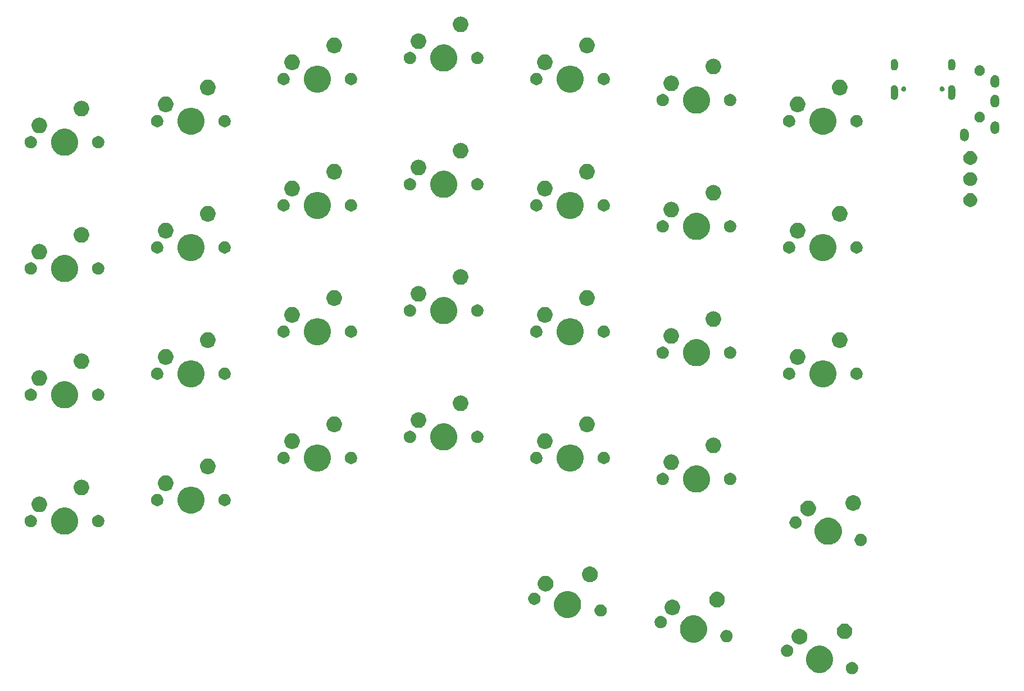
<source format=gbr>
G04 #@! TF.GenerationSoftware,KiCad,Pcbnew,(5.1.4-0)*
G04 #@! TF.CreationDate,2020-11-23T17:37:14+01:00*
G04 #@! TF.ProjectId,stm32split,73746d33-3273-4706-9c69-742e6b696361,rev?*
G04 #@! TF.SameCoordinates,Original*
G04 #@! TF.FileFunction,Soldermask,Bot*
G04 #@! TF.FilePolarity,Negative*
%FSLAX46Y46*%
G04 Gerber Fmt 4.6, Leading zero omitted, Abs format (unit mm)*
G04 Created by KiCad (PCBNEW (5.1.4-0)) date 2020-11-23 17:37:14*
%MOMM*%
%LPD*%
G04 APERTURE LIST*
%ADD10C,0.100000*%
G04 APERTURE END LIST*
D10*
G36*
X180887007Y-170504386D02*
G01*
X181055529Y-170574190D01*
X181207194Y-170675529D01*
X181336175Y-170804510D01*
X181437514Y-170956175D01*
X181507318Y-171124697D01*
X181542903Y-171303598D01*
X181542903Y-171486004D01*
X181507318Y-171664905D01*
X181437514Y-171833427D01*
X181336175Y-171985092D01*
X181207194Y-172114073D01*
X181055529Y-172215412D01*
X180887007Y-172285216D01*
X180708106Y-172320801D01*
X180525700Y-172320801D01*
X180346799Y-172285216D01*
X180178277Y-172215412D01*
X180026612Y-172114073D01*
X179897631Y-171985092D01*
X179796292Y-171833427D01*
X179726488Y-171664905D01*
X179690903Y-171486004D01*
X179690903Y-171303598D01*
X179726488Y-171124697D01*
X179796292Y-170956175D01*
X179897631Y-170804510D01*
X180026612Y-170675529D01*
X180178277Y-170574190D01*
X180346799Y-170504386D01*
X180525700Y-170468801D01*
X180708106Y-170468801D01*
X180887007Y-170504386D01*
X180887007Y-170504386D01*
G37*
G36*
X176306474Y-168113684D02*
G01*
X176454284Y-168174909D01*
X176678623Y-168267833D01*
X177013548Y-168491623D01*
X177298377Y-168776452D01*
X177522167Y-169111377D01*
X177560460Y-169203825D01*
X177676316Y-169483526D01*
X177754900Y-169878594D01*
X177754900Y-170281406D01*
X177676316Y-170676474D01*
X177623281Y-170804511D01*
X177522167Y-171048623D01*
X177298377Y-171383548D01*
X177013548Y-171668377D01*
X176678623Y-171892167D01*
X176524474Y-171956017D01*
X176306474Y-172046316D01*
X175911406Y-172124900D01*
X175508594Y-172124900D01*
X175113526Y-172046316D01*
X174895526Y-171956017D01*
X174741377Y-171892167D01*
X174406452Y-171668377D01*
X174121623Y-171383548D01*
X173897833Y-171048623D01*
X173796719Y-170804511D01*
X173743684Y-170676474D01*
X173665100Y-170281406D01*
X173665100Y-169878594D01*
X173743684Y-169483526D01*
X173859540Y-169203825D01*
X173897833Y-169111377D01*
X174121623Y-168776452D01*
X174406452Y-168491623D01*
X174741377Y-168267833D01*
X174965716Y-168174909D01*
X175113526Y-168113684D01*
X175508594Y-168035100D01*
X175911406Y-168035100D01*
X176306474Y-168113684D01*
X176306474Y-168113684D01*
G37*
G36*
X171073201Y-167874784D02*
G01*
X171241723Y-167944588D01*
X171393388Y-168045927D01*
X171522369Y-168174908D01*
X171623708Y-168326573D01*
X171693512Y-168495095D01*
X171729097Y-168673996D01*
X171729097Y-168856402D01*
X171693512Y-169035303D01*
X171623708Y-169203825D01*
X171522369Y-169355490D01*
X171393388Y-169484471D01*
X171241723Y-169585810D01*
X171073201Y-169655614D01*
X170894300Y-169691199D01*
X170711894Y-169691199D01*
X170532993Y-169655614D01*
X170364471Y-169585810D01*
X170212806Y-169484471D01*
X170083825Y-169355490D01*
X169982486Y-169203825D01*
X169912682Y-169035303D01*
X169877097Y-168856402D01*
X169877097Y-168673996D01*
X169912682Y-168495095D01*
X169982486Y-168326573D01*
X170083825Y-168174908D01*
X170212806Y-168045927D01*
X170364471Y-167944588D01*
X170532993Y-167874784D01*
X170711894Y-167839199D01*
X170894300Y-167839199D01*
X171073201Y-167874784D01*
X171073201Y-167874784D01*
G37*
G36*
X172878783Y-165479512D02*
G01*
X173030250Y-165509641D01*
X173244268Y-165598290D01*
X173244269Y-165598291D01*
X173436877Y-165726987D01*
X173600684Y-165890794D01*
X173657550Y-165975900D01*
X173729381Y-166083403D01*
X173818030Y-166297421D01*
X173863223Y-166524622D01*
X173863223Y-166756274D01*
X173818030Y-166983475D01*
X173729381Y-167197493D01*
X173729380Y-167197494D01*
X173600684Y-167390102D01*
X173436877Y-167553909D01*
X173308472Y-167639706D01*
X173244268Y-167682606D01*
X173030250Y-167771255D01*
X172878783Y-167801384D01*
X172803050Y-167816448D01*
X172571396Y-167816448D01*
X172495663Y-167801384D01*
X172344196Y-167771255D01*
X172130178Y-167682606D01*
X172065974Y-167639706D01*
X171937569Y-167553909D01*
X171773762Y-167390102D01*
X171645066Y-167197494D01*
X171645065Y-167197493D01*
X171556416Y-166983475D01*
X171511223Y-166756274D01*
X171511223Y-166524622D01*
X171556416Y-166297421D01*
X171645065Y-166083403D01*
X171716896Y-165975900D01*
X171773762Y-165890794D01*
X171937569Y-165726987D01*
X172130177Y-165598291D01*
X172130178Y-165598290D01*
X172344196Y-165509641D01*
X172495663Y-165479512D01*
X172571396Y-165464448D01*
X172803050Y-165464448D01*
X172878783Y-165479512D01*
X172878783Y-165479512D01*
G37*
G36*
X157316474Y-163543684D02*
G01*
X157532580Y-163633198D01*
X157688623Y-163697833D01*
X158023548Y-163921623D01*
X158308377Y-164206452D01*
X158532167Y-164541377D01*
X158579023Y-164654497D01*
X158686316Y-164913526D01*
X158764900Y-165308594D01*
X158764900Y-165711406D01*
X158686316Y-166106474D01*
X158658543Y-166173524D01*
X158532167Y-166478623D01*
X158308377Y-166813548D01*
X158023548Y-167098377D01*
X157688623Y-167322167D01*
X157534474Y-167386017D01*
X157316474Y-167476316D01*
X156921406Y-167554900D01*
X156518594Y-167554900D01*
X156123526Y-167476316D01*
X155905526Y-167386017D01*
X155751377Y-167322167D01*
X155416452Y-167098377D01*
X155131623Y-166813548D01*
X154907833Y-166478623D01*
X154781457Y-166173524D01*
X154753684Y-166106474D01*
X154675100Y-165711406D01*
X154675100Y-165308594D01*
X154753684Y-164913526D01*
X154860977Y-164654497D01*
X154907833Y-164541377D01*
X155131623Y-164206452D01*
X155416452Y-163921623D01*
X155751377Y-163697833D01*
X155907420Y-163633198D01*
X156123526Y-163543684D01*
X156518594Y-163465100D01*
X156921406Y-163465100D01*
X157316474Y-163543684D01*
X157316474Y-163543684D01*
G37*
G36*
X161959094Y-165675776D02*
G01*
X162127616Y-165745580D01*
X162279281Y-165846919D01*
X162408262Y-165975900D01*
X162509601Y-166127565D01*
X162579405Y-166296087D01*
X162614990Y-166474988D01*
X162614990Y-166657394D01*
X162579405Y-166836295D01*
X162509601Y-167004817D01*
X162408262Y-167156482D01*
X162279281Y-167285463D01*
X162127616Y-167386802D01*
X161959094Y-167456606D01*
X161780193Y-167492191D01*
X161597787Y-167492191D01*
X161418886Y-167456606D01*
X161250364Y-167386802D01*
X161098699Y-167285463D01*
X160969718Y-167156482D01*
X160868379Y-167004817D01*
X160798575Y-166836295D01*
X160762990Y-166657394D01*
X160762990Y-166474988D01*
X160798575Y-166296087D01*
X160868379Y-166127565D01*
X160969718Y-165975900D01*
X161098699Y-165846919D01*
X161250364Y-165745580D01*
X161418886Y-165675776D01*
X161597787Y-165640191D01*
X161780193Y-165640191D01*
X161959094Y-165675776D01*
X161959094Y-165675776D01*
G37*
G36*
X179669812Y-164669561D02*
G01*
X179821279Y-164699690D01*
X180035297Y-164788339D01*
X180035298Y-164788340D01*
X180227906Y-164917036D01*
X180391713Y-165080843D01*
X180453344Y-165173081D01*
X180520410Y-165273452D01*
X180609059Y-165487470D01*
X180609059Y-165487472D01*
X180653603Y-165711405D01*
X180654252Y-165714671D01*
X180654252Y-165946323D01*
X180609059Y-166173524D01*
X180520410Y-166387542D01*
X180520409Y-166387543D01*
X180391713Y-166580151D01*
X180227906Y-166743958D01*
X180123758Y-166813547D01*
X180035297Y-166872655D01*
X179821279Y-166961304D01*
X179669812Y-166991433D01*
X179594079Y-167006497D01*
X179362425Y-167006497D01*
X179286692Y-166991433D01*
X179135225Y-166961304D01*
X178921207Y-166872655D01*
X178832746Y-166813547D01*
X178728598Y-166743958D01*
X178564791Y-166580151D01*
X178436095Y-166387543D01*
X178436094Y-166387542D01*
X178347445Y-166173524D01*
X178302252Y-165946323D01*
X178302252Y-165714671D01*
X178302902Y-165711405D01*
X178347445Y-165487472D01*
X178347445Y-165487470D01*
X178436094Y-165273452D01*
X178503160Y-165173081D01*
X178564791Y-165080843D01*
X178728598Y-164917036D01*
X178921206Y-164788340D01*
X178921207Y-164788339D01*
X179135225Y-164699690D01*
X179286692Y-164669561D01*
X179362425Y-164654497D01*
X179594079Y-164654497D01*
X179669812Y-164669561D01*
X179669812Y-164669561D01*
G37*
G36*
X152021114Y-163563394D02*
G01*
X152189636Y-163633198D01*
X152341301Y-163734537D01*
X152470282Y-163863518D01*
X152571621Y-164015183D01*
X152641425Y-164183705D01*
X152677010Y-164362606D01*
X152677010Y-164545012D01*
X152641425Y-164723913D01*
X152571621Y-164892435D01*
X152470282Y-165044100D01*
X152341301Y-165173081D01*
X152189636Y-165274420D01*
X152021114Y-165344224D01*
X151842213Y-165379809D01*
X151659807Y-165379809D01*
X151480906Y-165344224D01*
X151312384Y-165274420D01*
X151160719Y-165173081D01*
X151031738Y-165044100D01*
X150930399Y-164892435D01*
X150860595Y-164723913D01*
X150825010Y-164545012D01*
X150825010Y-164362606D01*
X150860595Y-164183705D01*
X150930399Y-164015183D01*
X151031738Y-163863518D01*
X151160719Y-163734537D01*
X151312384Y-163633198D01*
X151480906Y-163563394D01*
X151659807Y-163527809D01*
X151842213Y-163527809D01*
X152021114Y-163563394D01*
X152021114Y-163563394D01*
G37*
G36*
X138316474Y-159853684D02*
G01*
X138520752Y-159938299D01*
X138688623Y-160007833D01*
X139023548Y-160231623D01*
X139308377Y-160516452D01*
X139532167Y-160851377D01*
X139532167Y-160851378D01*
X139686316Y-161223526D01*
X139764900Y-161618594D01*
X139764900Y-162021406D01*
X139686316Y-162416474D01*
X139596017Y-162634474D01*
X139532167Y-162788623D01*
X139308377Y-163123548D01*
X139023548Y-163408377D01*
X138688623Y-163632167D01*
X138534474Y-163696017D01*
X138316474Y-163786316D01*
X137921406Y-163864900D01*
X137518594Y-163864900D01*
X137123526Y-163786316D01*
X136905526Y-163696017D01*
X136751377Y-163632167D01*
X136416452Y-163408377D01*
X136131623Y-163123548D01*
X135907833Y-162788623D01*
X135843983Y-162634474D01*
X135753684Y-162416474D01*
X135675100Y-162021406D01*
X135675100Y-161618594D01*
X135753684Y-161223526D01*
X135907833Y-160851378D01*
X135907833Y-160851377D01*
X136131623Y-160516452D01*
X136416452Y-160231623D01*
X136751377Y-160007833D01*
X136919248Y-159938299D01*
X137123526Y-159853684D01*
X137518594Y-159775100D01*
X137921406Y-159775100D01*
X138316474Y-159853684D01*
X138316474Y-159853684D01*
G37*
G36*
X142992927Y-161811718D02*
G01*
X143161449Y-161881522D01*
X143313114Y-161982861D01*
X143442095Y-162111842D01*
X143543434Y-162263507D01*
X143613238Y-162432029D01*
X143648823Y-162610930D01*
X143648823Y-162793336D01*
X143613238Y-162972237D01*
X143543434Y-163140759D01*
X143442095Y-163292424D01*
X143313114Y-163421405D01*
X143161449Y-163522744D01*
X142992927Y-163592548D01*
X142814026Y-163628133D01*
X142631620Y-163628133D01*
X142452719Y-163592548D01*
X142284197Y-163522744D01*
X142132532Y-163421405D01*
X142003551Y-163292424D01*
X141902212Y-163140759D01*
X141832408Y-162972237D01*
X141796823Y-162793336D01*
X141796823Y-162610930D01*
X141832408Y-162432029D01*
X141902212Y-162263507D01*
X142003551Y-162111842D01*
X142132532Y-161982861D01*
X142284197Y-161881522D01*
X142452719Y-161811718D01*
X142631620Y-161776133D01*
X142814026Y-161776133D01*
X142992927Y-161811718D01*
X142992927Y-161811718D01*
G37*
G36*
X153712913Y-161072426D02*
G01*
X153864380Y-161102555D01*
X154078398Y-161191204D01*
X154126770Y-161223525D01*
X154271007Y-161319901D01*
X154434814Y-161483708D01*
X154464514Y-161528158D01*
X154563511Y-161676317D01*
X154652160Y-161890335D01*
X154670565Y-161982862D01*
X154696221Y-162111842D01*
X154697353Y-162117536D01*
X154697353Y-162349188D01*
X154652160Y-162576389D01*
X154563511Y-162790407D01*
X154563510Y-162790408D01*
X154434814Y-162983016D01*
X154271007Y-163146823D01*
X154142602Y-163232620D01*
X154078398Y-163275520D01*
X153864380Y-163364169D01*
X153712913Y-163394298D01*
X153637180Y-163409362D01*
X153405526Y-163409362D01*
X153329793Y-163394298D01*
X153178326Y-163364169D01*
X152964308Y-163275520D01*
X152900104Y-163232620D01*
X152771699Y-163146823D01*
X152607892Y-162983016D01*
X152479196Y-162790408D01*
X152479195Y-162790407D01*
X152390546Y-162576389D01*
X152345353Y-162349188D01*
X152345353Y-162117536D01*
X152346486Y-162111842D01*
X152372141Y-161982862D01*
X152390546Y-161890335D01*
X152479195Y-161676317D01*
X152578192Y-161528158D01*
X152607892Y-161483708D01*
X152771699Y-161319901D01*
X152915936Y-161223525D01*
X152964308Y-161191204D01*
X153178326Y-161102555D01*
X153329793Y-161072426D01*
X153405526Y-161057362D01*
X153637180Y-161057362D01*
X153712913Y-161072426D01*
X153712913Y-161072426D01*
G37*
G36*
X160452246Y-159908170D02*
G01*
X160603713Y-159938299D01*
X160817731Y-160026948D01*
X160817732Y-160026949D01*
X161010340Y-160155645D01*
X161174147Y-160319452D01*
X161192939Y-160347577D01*
X161302844Y-160512061D01*
X161391493Y-160726079D01*
X161391493Y-160726081D01*
X161436686Y-160953279D01*
X161436686Y-161184933D01*
X161432103Y-161207971D01*
X161391493Y-161412133D01*
X161302844Y-161626151D01*
X161302843Y-161626152D01*
X161174147Y-161818760D01*
X161010340Y-161982567D01*
X160952213Y-162021406D01*
X160817731Y-162111264D01*
X160603713Y-162199913D01*
X160452246Y-162230042D01*
X160376513Y-162245106D01*
X160144859Y-162245106D01*
X160069126Y-162230042D01*
X159917659Y-162199913D01*
X159703641Y-162111264D01*
X159569159Y-162021406D01*
X159511032Y-161982567D01*
X159347225Y-161818760D01*
X159218529Y-161626152D01*
X159218528Y-161626151D01*
X159129879Y-161412133D01*
X159089269Y-161207971D01*
X159084686Y-161184933D01*
X159084686Y-160953279D01*
X159129879Y-160726081D01*
X159129879Y-160726079D01*
X159218528Y-160512061D01*
X159328433Y-160347577D01*
X159347225Y-160319452D01*
X159511032Y-160155645D01*
X159703640Y-160026949D01*
X159703641Y-160026948D01*
X159917659Y-159938299D01*
X160069126Y-159908170D01*
X160144859Y-159893106D01*
X160376513Y-159893106D01*
X160452246Y-159908170D01*
X160452246Y-159908170D01*
G37*
G36*
X132987281Y-160047452D02*
G01*
X133155803Y-160117256D01*
X133307468Y-160218595D01*
X133436449Y-160347576D01*
X133537788Y-160499241D01*
X133607592Y-160667763D01*
X133643177Y-160846664D01*
X133643177Y-161029070D01*
X133607592Y-161207971D01*
X133537788Y-161376493D01*
X133436449Y-161528158D01*
X133307468Y-161657139D01*
X133155803Y-161758478D01*
X132987281Y-161828282D01*
X132808380Y-161863867D01*
X132625974Y-161863867D01*
X132447073Y-161828282D01*
X132278551Y-161758478D01*
X132126886Y-161657139D01*
X131997905Y-161528158D01*
X131896566Y-161376493D01*
X131826762Y-161207971D01*
X131791177Y-161029070D01*
X131791177Y-160846664D01*
X131826762Y-160667763D01*
X131896566Y-160499241D01*
X131997905Y-160347576D01*
X132126886Y-160218595D01*
X132278551Y-160117256D01*
X132447073Y-160047452D01*
X132625974Y-160011867D01*
X132808380Y-160011867D01*
X132987281Y-160047452D01*
X132987281Y-160047452D01*
G37*
G36*
X134600509Y-157496053D02*
G01*
X134751976Y-157526182D01*
X134965994Y-157614831D01*
X134965995Y-157614832D01*
X135158603Y-157743528D01*
X135322410Y-157907335D01*
X135389603Y-158007897D01*
X135451107Y-158099944D01*
X135539756Y-158313962D01*
X135584949Y-158541163D01*
X135584949Y-158772815D01*
X135539756Y-159000016D01*
X135451107Y-159214034D01*
X135451106Y-159214035D01*
X135322410Y-159406643D01*
X135158603Y-159570450D01*
X135030198Y-159656247D01*
X134965994Y-159699147D01*
X134751976Y-159787796D01*
X134600509Y-159817925D01*
X134524776Y-159832989D01*
X134293122Y-159832989D01*
X134217389Y-159817925D01*
X134065922Y-159787796D01*
X133851904Y-159699147D01*
X133787700Y-159656247D01*
X133659295Y-159570450D01*
X133495488Y-159406643D01*
X133366792Y-159214035D01*
X133366791Y-159214034D01*
X133278142Y-159000016D01*
X133232949Y-158772815D01*
X133232949Y-158541163D01*
X133278142Y-158313962D01*
X133366791Y-158099944D01*
X133428295Y-158007897D01*
X133495488Y-157907335D01*
X133659295Y-157743528D01*
X133851903Y-157614832D01*
X133851904Y-157614831D01*
X134065922Y-157526182D01*
X134217389Y-157496053D01*
X134293122Y-157480989D01*
X134524776Y-157480989D01*
X134600509Y-157496053D01*
X134600509Y-157496053D01*
G37*
G36*
X141295104Y-156097307D02*
G01*
X141446571Y-156127436D01*
X141660589Y-156216085D01*
X141660590Y-156216086D01*
X141853198Y-156344782D01*
X142017005Y-156508589D01*
X142102802Y-156636994D01*
X142145702Y-156701198D01*
X142234351Y-156915216D01*
X142279544Y-157142417D01*
X142279544Y-157374069D01*
X142234351Y-157601270D01*
X142145702Y-157815288D01*
X142145701Y-157815289D01*
X142017005Y-158007897D01*
X141853198Y-158171704D01*
X141724793Y-158257501D01*
X141660589Y-158300401D01*
X141446571Y-158389050D01*
X141295104Y-158419179D01*
X141219371Y-158434243D01*
X140987717Y-158434243D01*
X140911984Y-158419179D01*
X140760517Y-158389050D01*
X140546499Y-158300401D01*
X140482295Y-158257501D01*
X140353890Y-158171704D01*
X140190083Y-158007897D01*
X140061387Y-157815289D01*
X140061386Y-157815288D01*
X139972737Y-157601270D01*
X139927544Y-157374069D01*
X139927544Y-157142417D01*
X139972737Y-156915216D01*
X140061386Y-156701198D01*
X140104286Y-156636994D01*
X140190083Y-156508589D01*
X140353890Y-156344782D01*
X140546498Y-156216086D01*
X140546499Y-156216085D01*
X140760517Y-156127436D01*
X140911984Y-156097307D01*
X140987717Y-156082243D01*
X141219371Y-156082243D01*
X141295104Y-156097307D01*
X141295104Y-156097307D01*
G37*
G36*
X182187007Y-151174386D02*
G01*
X182355529Y-151244190D01*
X182507194Y-151345529D01*
X182636175Y-151474510D01*
X182737514Y-151626175D01*
X182807318Y-151794697D01*
X182842903Y-151973598D01*
X182842903Y-152156004D01*
X182807318Y-152334905D01*
X182737514Y-152503427D01*
X182636175Y-152655092D01*
X182507194Y-152784073D01*
X182355529Y-152885412D01*
X182187007Y-152955216D01*
X182008106Y-152990801D01*
X181825700Y-152990801D01*
X181646799Y-152955216D01*
X181478277Y-152885412D01*
X181326612Y-152784073D01*
X181197631Y-152655092D01*
X181096292Y-152503427D01*
X181026488Y-152334905D01*
X180990903Y-152156004D01*
X180990903Y-151973598D01*
X181026488Y-151794697D01*
X181096292Y-151626175D01*
X181197631Y-151474510D01*
X181326612Y-151345529D01*
X181478277Y-151244190D01*
X181646799Y-151174386D01*
X181825700Y-151138801D01*
X182008106Y-151138801D01*
X182187007Y-151174386D01*
X182187007Y-151174386D01*
G37*
G36*
X177606474Y-148783684D02*
G01*
X177754284Y-148844909D01*
X177978623Y-148937833D01*
X178313548Y-149161623D01*
X178598377Y-149446452D01*
X178822167Y-149781377D01*
X178860460Y-149873825D01*
X178976316Y-150153526D01*
X179054900Y-150548594D01*
X179054900Y-150951406D01*
X178976316Y-151346474D01*
X178923281Y-151474511D01*
X178822167Y-151718623D01*
X178598377Y-152053548D01*
X178313548Y-152338377D01*
X177978623Y-152562167D01*
X177824474Y-152626017D01*
X177606474Y-152716316D01*
X177211406Y-152794900D01*
X176808594Y-152794900D01*
X176413526Y-152716316D01*
X176195526Y-152626017D01*
X176041377Y-152562167D01*
X175706452Y-152338377D01*
X175421623Y-152053548D01*
X175197833Y-151718623D01*
X175096719Y-151474511D01*
X175043684Y-151346474D01*
X174965100Y-150951406D01*
X174965100Y-150548594D01*
X175043684Y-150153526D01*
X175159540Y-149873825D01*
X175197833Y-149781377D01*
X175421623Y-149446452D01*
X175706452Y-149161623D01*
X176041377Y-148937833D01*
X176265716Y-148844909D01*
X176413526Y-148783684D01*
X176808594Y-148705100D01*
X177211406Y-148705100D01*
X177606474Y-148783684D01*
X177606474Y-148783684D01*
G37*
G36*
X62508974Y-147258684D02*
G01*
X62726974Y-147348983D01*
X62881123Y-147412833D01*
X63216048Y-147636623D01*
X63500877Y-147921452D01*
X63724667Y-148256377D01*
X63757062Y-148334586D01*
X63878816Y-148628526D01*
X63957400Y-149023594D01*
X63957400Y-149426406D01*
X63878816Y-149821474D01*
X63827951Y-149944272D01*
X63724667Y-150193623D01*
X63500877Y-150528548D01*
X63216048Y-150813377D01*
X62881123Y-151037167D01*
X62726974Y-151101017D01*
X62508974Y-151191316D01*
X62113906Y-151269900D01*
X61711094Y-151269900D01*
X61316026Y-151191316D01*
X61098026Y-151101017D01*
X60943877Y-151037167D01*
X60608952Y-150813377D01*
X60324123Y-150528548D01*
X60100333Y-150193623D01*
X59997049Y-149944272D01*
X59946184Y-149821474D01*
X59867600Y-149426406D01*
X59867600Y-149023594D01*
X59946184Y-148628526D01*
X60067938Y-148334586D01*
X60100333Y-148256377D01*
X60324123Y-147921452D01*
X60608952Y-147636623D01*
X60943877Y-147412833D01*
X61098026Y-147348983D01*
X61316026Y-147258684D01*
X61711094Y-147180100D01*
X62113906Y-147180100D01*
X62508974Y-147258684D01*
X62508974Y-147258684D01*
G37*
G36*
X172373201Y-148544784D02*
G01*
X172541723Y-148614588D01*
X172693388Y-148715927D01*
X172822369Y-148844908D01*
X172923708Y-148996573D01*
X172993512Y-149165095D01*
X173029097Y-149343996D01*
X173029097Y-149526402D01*
X172993512Y-149705303D01*
X172923708Y-149873825D01*
X172822369Y-150025490D01*
X172693388Y-150154471D01*
X172541723Y-150255810D01*
X172373201Y-150325614D01*
X172194300Y-150361199D01*
X172011894Y-150361199D01*
X171832993Y-150325614D01*
X171664471Y-150255810D01*
X171512806Y-150154471D01*
X171383825Y-150025490D01*
X171282486Y-149873825D01*
X171212682Y-149705303D01*
X171177097Y-149526402D01*
X171177097Y-149343996D01*
X171212682Y-149165095D01*
X171282486Y-148996573D01*
X171383825Y-148844908D01*
X171512806Y-148715927D01*
X171664471Y-148614588D01*
X171832993Y-148544784D01*
X172011894Y-148509199D01*
X172194300Y-148509199D01*
X172373201Y-148544784D01*
X172373201Y-148544784D01*
G37*
G36*
X67262604Y-148334585D02*
G01*
X67431126Y-148404389D01*
X67582791Y-148505728D01*
X67711772Y-148634709D01*
X67813111Y-148786374D01*
X67882915Y-148954896D01*
X67918500Y-149133797D01*
X67918500Y-149316203D01*
X67882915Y-149495104D01*
X67813111Y-149663626D01*
X67711772Y-149815291D01*
X67582791Y-149944272D01*
X67431126Y-150045611D01*
X67262604Y-150115415D01*
X67083703Y-150151000D01*
X66901297Y-150151000D01*
X66722396Y-150115415D01*
X66553874Y-150045611D01*
X66402209Y-149944272D01*
X66273228Y-149815291D01*
X66171889Y-149663626D01*
X66102085Y-149495104D01*
X66066500Y-149316203D01*
X66066500Y-149133797D01*
X66102085Y-148954896D01*
X66171889Y-148786374D01*
X66273228Y-148634709D01*
X66402209Y-148505728D01*
X66553874Y-148404389D01*
X66722396Y-148334585D01*
X66901297Y-148299000D01*
X67083703Y-148299000D01*
X67262604Y-148334585D01*
X67262604Y-148334585D01*
G37*
G36*
X57102604Y-148334585D02*
G01*
X57271126Y-148404389D01*
X57422791Y-148505728D01*
X57551772Y-148634709D01*
X57653111Y-148786374D01*
X57722915Y-148954896D01*
X57758500Y-149133797D01*
X57758500Y-149316203D01*
X57722915Y-149495104D01*
X57653111Y-149663626D01*
X57551772Y-149815291D01*
X57422791Y-149944272D01*
X57271126Y-150045611D01*
X57102604Y-150115415D01*
X56923703Y-150151000D01*
X56741297Y-150151000D01*
X56562396Y-150115415D01*
X56393874Y-150045611D01*
X56242209Y-149944272D01*
X56113228Y-149815291D01*
X56011889Y-149663626D01*
X55942085Y-149495104D01*
X55906500Y-149316203D01*
X55906500Y-149133797D01*
X55942085Y-148954896D01*
X56011889Y-148786374D01*
X56113228Y-148634709D01*
X56242209Y-148505728D01*
X56393874Y-148404389D01*
X56562396Y-148334585D01*
X56741297Y-148299000D01*
X56923703Y-148299000D01*
X57102604Y-148334585D01*
X57102604Y-148334585D01*
G37*
G36*
X174137009Y-146141203D02*
G01*
X174330250Y-146179641D01*
X174544268Y-146268290D01*
X174544269Y-146268291D01*
X174736877Y-146396987D01*
X174900684Y-146560794D01*
X174953801Y-146640290D01*
X175029381Y-146753403D01*
X175118030Y-146967421D01*
X175130085Y-147028025D01*
X175160335Y-147180100D01*
X175163223Y-147194622D01*
X175163223Y-147426274D01*
X175118030Y-147653475D01*
X175029381Y-147867493D01*
X175029380Y-147867494D01*
X174900684Y-148060102D01*
X174736877Y-148223909D01*
X174688283Y-148256378D01*
X174544268Y-148352606D01*
X174330250Y-148441255D01*
X174178783Y-148471384D01*
X174103050Y-148486448D01*
X173871396Y-148486448D01*
X173795663Y-148471384D01*
X173644196Y-148441255D01*
X173430178Y-148352606D01*
X173286163Y-148256378D01*
X173237569Y-148223909D01*
X173073762Y-148060102D01*
X172945066Y-147867494D01*
X172945065Y-147867493D01*
X172856416Y-147653475D01*
X172811223Y-147426274D01*
X172811223Y-147194622D01*
X172814112Y-147180100D01*
X172844361Y-147028025D01*
X172856416Y-146967421D01*
X172945065Y-146753403D01*
X173020645Y-146640290D01*
X173073762Y-146560794D01*
X173237569Y-146396987D01*
X173430177Y-146268291D01*
X173430178Y-146268290D01*
X173644196Y-146179641D01*
X173837437Y-146141203D01*
X173871396Y-146134448D01*
X174103050Y-146134448D01*
X174137009Y-146141203D01*
X174137009Y-146141203D01*
G37*
G36*
X81558974Y-144083684D02*
G01*
X81776974Y-144173983D01*
X81931123Y-144237833D01*
X82266048Y-144461623D01*
X82550877Y-144746452D01*
X82774667Y-145081377D01*
X82807062Y-145159586D01*
X82928816Y-145453526D01*
X83007400Y-145848594D01*
X83007400Y-146251406D01*
X82928816Y-146646474D01*
X82877951Y-146769272D01*
X82774667Y-147018623D01*
X82550877Y-147353548D01*
X82266048Y-147638377D01*
X81931123Y-147862167D01*
X81918262Y-147867494D01*
X81558974Y-148016316D01*
X81163906Y-148094900D01*
X80761094Y-148094900D01*
X80366026Y-148016316D01*
X80006738Y-147867494D01*
X79993877Y-147862167D01*
X79658952Y-147638377D01*
X79374123Y-147353548D01*
X79150333Y-147018623D01*
X79047049Y-146769272D01*
X78996184Y-146646474D01*
X78917600Y-146251406D01*
X78917600Y-145848594D01*
X78996184Y-145453526D01*
X79117938Y-145159586D01*
X79150333Y-145081377D01*
X79374123Y-144746452D01*
X79658952Y-144461623D01*
X79993877Y-144237833D01*
X80148026Y-144173983D01*
X80366026Y-144083684D01*
X80761094Y-144005100D01*
X81163906Y-144005100D01*
X81558974Y-144083684D01*
X81558974Y-144083684D01*
G37*
G36*
X58294060Y-145524064D02*
G01*
X58445527Y-145554193D01*
X58659545Y-145642842D01*
X58659546Y-145642843D01*
X58852154Y-145771539D01*
X59015961Y-145935346D01*
X59021377Y-145943452D01*
X59144658Y-146127955D01*
X59233307Y-146341973D01*
X59278500Y-146569174D01*
X59278500Y-146800826D01*
X59233307Y-147028027D01*
X59144658Y-147242045D01*
X59139240Y-147250153D01*
X59015961Y-147434654D01*
X58852154Y-147598461D01*
X58795040Y-147636623D01*
X58659545Y-147727158D01*
X58445527Y-147815807D01*
X58294060Y-147845936D01*
X58218327Y-147861000D01*
X57986673Y-147861000D01*
X57910940Y-147845936D01*
X57759473Y-147815807D01*
X57545455Y-147727158D01*
X57409960Y-147636623D01*
X57352846Y-147598461D01*
X57189039Y-147434654D01*
X57065760Y-147250153D01*
X57060342Y-147242045D01*
X56971693Y-147028027D01*
X56926500Y-146800826D01*
X56926500Y-146569174D01*
X56971693Y-146341973D01*
X57060342Y-146127955D01*
X57183623Y-145943452D01*
X57189039Y-145935346D01*
X57352846Y-145771539D01*
X57545454Y-145642843D01*
X57545455Y-145642842D01*
X57759473Y-145554193D01*
X57910940Y-145524064D01*
X57986673Y-145509000D01*
X58218327Y-145509000D01*
X58294060Y-145524064D01*
X58294060Y-145524064D01*
G37*
G36*
X180969812Y-145339561D02*
G01*
X181121279Y-145369690D01*
X181335297Y-145458339D01*
X181399501Y-145501239D01*
X181527906Y-145587036D01*
X181691713Y-145750843D01*
X181777510Y-145879248D01*
X181820410Y-145943452D01*
X181909059Y-146157470D01*
X181909059Y-146157472D01*
X181954252Y-146384670D01*
X181954252Y-146616324D01*
X181939188Y-146692057D01*
X181909059Y-146843524D01*
X181820410Y-147057542D01*
X181820409Y-147057543D01*
X181691713Y-147250151D01*
X181527906Y-147413958D01*
X181399501Y-147499755D01*
X181335297Y-147542655D01*
X181121279Y-147631304D01*
X180969812Y-147661433D01*
X180894079Y-147676497D01*
X180662425Y-147676497D01*
X180586692Y-147661433D01*
X180435225Y-147631304D01*
X180221207Y-147542655D01*
X180157003Y-147499755D01*
X180028598Y-147413958D01*
X179864791Y-147250151D01*
X179736095Y-147057543D01*
X179736094Y-147057542D01*
X179647445Y-146843524D01*
X179617316Y-146692057D01*
X179602252Y-146616324D01*
X179602252Y-146384670D01*
X179647445Y-146157472D01*
X179647445Y-146157470D01*
X179736094Y-145943452D01*
X179778994Y-145879248D01*
X179864791Y-145750843D01*
X180028598Y-145587036D01*
X180157003Y-145501239D01*
X180221207Y-145458339D01*
X180435225Y-145369690D01*
X180586692Y-145339561D01*
X180662425Y-145324497D01*
X180894079Y-145324497D01*
X180969812Y-145339561D01*
X180969812Y-145339561D01*
G37*
G36*
X76152604Y-145159585D02*
G01*
X76321126Y-145229389D01*
X76472791Y-145330728D01*
X76601772Y-145459709D01*
X76703111Y-145611374D01*
X76772915Y-145779896D01*
X76808500Y-145958797D01*
X76808500Y-146141203D01*
X76772915Y-146320104D01*
X76703111Y-146488626D01*
X76601772Y-146640291D01*
X76472791Y-146769272D01*
X76321126Y-146870611D01*
X76152604Y-146940415D01*
X75973703Y-146976000D01*
X75791297Y-146976000D01*
X75612396Y-146940415D01*
X75443874Y-146870611D01*
X75292209Y-146769272D01*
X75163228Y-146640291D01*
X75061889Y-146488626D01*
X74992085Y-146320104D01*
X74956500Y-146141203D01*
X74956500Y-145958797D01*
X74992085Y-145779896D01*
X75061889Y-145611374D01*
X75163228Y-145459709D01*
X75292209Y-145330728D01*
X75443874Y-145229389D01*
X75612396Y-145159585D01*
X75791297Y-145124000D01*
X75973703Y-145124000D01*
X76152604Y-145159585D01*
X76152604Y-145159585D01*
G37*
G36*
X86312604Y-145159585D02*
G01*
X86481126Y-145229389D01*
X86632791Y-145330728D01*
X86761772Y-145459709D01*
X86863111Y-145611374D01*
X86932915Y-145779896D01*
X86968500Y-145958797D01*
X86968500Y-146141203D01*
X86932915Y-146320104D01*
X86863111Y-146488626D01*
X86761772Y-146640291D01*
X86632791Y-146769272D01*
X86481126Y-146870611D01*
X86312604Y-146940415D01*
X86133703Y-146976000D01*
X85951297Y-146976000D01*
X85772396Y-146940415D01*
X85603874Y-146870611D01*
X85452209Y-146769272D01*
X85323228Y-146640291D01*
X85221889Y-146488626D01*
X85152085Y-146320104D01*
X85116500Y-146141203D01*
X85116500Y-145958797D01*
X85152085Y-145779896D01*
X85221889Y-145611374D01*
X85323228Y-145459709D01*
X85452209Y-145330728D01*
X85603874Y-145229389D01*
X85772396Y-145159585D01*
X85951297Y-145124000D01*
X86133703Y-145124000D01*
X86312604Y-145159585D01*
X86312604Y-145159585D01*
G37*
G36*
X64644060Y-142984064D02*
G01*
X64795527Y-143014193D01*
X65009545Y-143102842D01*
X65009546Y-143102843D01*
X65202154Y-143231539D01*
X65365961Y-143395346D01*
X65451758Y-143523751D01*
X65494658Y-143587955D01*
X65583307Y-143801973D01*
X65593462Y-143853025D01*
X65623712Y-144005100D01*
X65628500Y-144029174D01*
X65628500Y-144260826D01*
X65583307Y-144488027D01*
X65494658Y-144702045D01*
X65494657Y-144702046D01*
X65365961Y-144894654D01*
X65202154Y-145058461D01*
X65073749Y-145144258D01*
X65009545Y-145187158D01*
X64795527Y-145275807D01*
X64644060Y-145305936D01*
X64568327Y-145321000D01*
X64336673Y-145321000D01*
X64260940Y-145305936D01*
X64109473Y-145275807D01*
X63895455Y-145187158D01*
X63831251Y-145144258D01*
X63702846Y-145058461D01*
X63539039Y-144894654D01*
X63410343Y-144702046D01*
X63410342Y-144702045D01*
X63321693Y-144488027D01*
X63276500Y-144260826D01*
X63276500Y-144029174D01*
X63281289Y-144005100D01*
X63311538Y-143853025D01*
X63321693Y-143801973D01*
X63410342Y-143587955D01*
X63453242Y-143523751D01*
X63539039Y-143395346D01*
X63702846Y-143231539D01*
X63895454Y-143102843D01*
X63895455Y-143102842D01*
X64109473Y-143014193D01*
X64260940Y-142984064D01*
X64336673Y-142969000D01*
X64568327Y-142969000D01*
X64644060Y-142984064D01*
X64644060Y-142984064D01*
G37*
G36*
X157758974Y-140908684D02*
G01*
X157976974Y-140998983D01*
X158131123Y-141062833D01*
X158466048Y-141286623D01*
X158750877Y-141571452D01*
X158974667Y-141906377D01*
X159007062Y-141984586D01*
X159128816Y-142278526D01*
X159207400Y-142673594D01*
X159207400Y-143076406D01*
X159128816Y-143471474D01*
X159077951Y-143594272D01*
X158974667Y-143843623D01*
X158750877Y-144178548D01*
X158466048Y-144463377D01*
X158131123Y-144687167D01*
X157987996Y-144746452D01*
X157758974Y-144841316D01*
X157363906Y-144919900D01*
X156961094Y-144919900D01*
X156566026Y-144841316D01*
X156337004Y-144746452D01*
X156193877Y-144687167D01*
X155858952Y-144463377D01*
X155574123Y-144178548D01*
X155350333Y-143843623D01*
X155247049Y-143594272D01*
X155196184Y-143471474D01*
X155117600Y-143076406D01*
X155117600Y-142673594D01*
X155196184Y-142278526D01*
X155317938Y-141984586D01*
X155350333Y-141906377D01*
X155574123Y-141571452D01*
X155858952Y-141286623D01*
X156193877Y-141062833D01*
X156348026Y-140998983D01*
X156566026Y-140908684D01*
X156961094Y-140830100D01*
X157363906Y-140830100D01*
X157758974Y-140908684D01*
X157758974Y-140908684D01*
G37*
G36*
X77344060Y-142349064D02*
G01*
X77495527Y-142379193D01*
X77709545Y-142467842D01*
X77709546Y-142467843D01*
X77902154Y-142596539D01*
X78065961Y-142760346D01*
X78081630Y-142783797D01*
X78194658Y-142952955D01*
X78283307Y-143166973D01*
X78328500Y-143394174D01*
X78328500Y-143625826D01*
X78283307Y-143853027D01*
X78194658Y-144067045D01*
X78194657Y-144067046D01*
X78065961Y-144259654D01*
X77902154Y-144423461D01*
X77773749Y-144509258D01*
X77709545Y-144552158D01*
X77495527Y-144640807D01*
X77344060Y-144670936D01*
X77268327Y-144686000D01*
X77036673Y-144686000D01*
X76960940Y-144670936D01*
X76809473Y-144640807D01*
X76595455Y-144552158D01*
X76531251Y-144509258D01*
X76402846Y-144423461D01*
X76239039Y-144259654D01*
X76110343Y-144067046D01*
X76110342Y-144067045D01*
X76021693Y-143853027D01*
X75976500Y-143625826D01*
X75976500Y-143394174D01*
X76021693Y-143166973D01*
X76110342Y-142952955D01*
X76223370Y-142783797D01*
X76239039Y-142760346D01*
X76402846Y-142596539D01*
X76595454Y-142467843D01*
X76595455Y-142467842D01*
X76809473Y-142379193D01*
X76960940Y-142349064D01*
X77036673Y-142334000D01*
X77268327Y-142334000D01*
X77344060Y-142349064D01*
X77344060Y-142349064D01*
G37*
G36*
X162512604Y-141984585D02*
G01*
X162681126Y-142054389D01*
X162832791Y-142155728D01*
X162961772Y-142284709D01*
X163063111Y-142436374D01*
X163132915Y-142604896D01*
X163168500Y-142783797D01*
X163168500Y-142966203D01*
X163132915Y-143145104D01*
X163063111Y-143313626D01*
X162961772Y-143465291D01*
X162832791Y-143594272D01*
X162681126Y-143695611D01*
X162512604Y-143765415D01*
X162333703Y-143801000D01*
X162151297Y-143801000D01*
X161972396Y-143765415D01*
X161803874Y-143695611D01*
X161652209Y-143594272D01*
X161523228Y-143465291D01*
X161421889Y-143313626D01*
X161352085Y-143145104D01*
X161316500Y-142966203D01*
X161316500Y-142783797D01*
X161352085Y-142604896D01*
X161421889Y-142436374D01*
X161523228Y-142284709D01*
X161652209Y-142155728D01*
X161803874Y-142054389D01*
X161972396Y-141984585D01*
X162151297Y-141949000D01*
X162333703Y-141949000D01*
X162512604Y-141984585D01*
X162512604Y-141984585D01*
G37*
G36*
X152352604Y-141984585D02*
G01*
X152521126Y-142054389D01*
X152672791Y-142155728D01*
X152801772Y-142284709D01*
X152903111Y-142436374D01*
X152972915Y-142604896D01*
X153008500Y-142783797D01*
X153008500Y-142966203D01*
X152972915Y-143145104D01*
X152903111Y-143313626D01*
X152801772Y-143465291D01*
X152672791Y-143594272D01*
X152521126Y-143695611D01*
X152352604Y-143765415D01*
X152173703Y-143801000D01*
X151991297Y-143801000D01*
X151812396Y-143765415D01*
X151643874Y-143695611D01*
X151492209Y-143594272D01*
X151363228Y-143465291D01*
X151261889Y-143313626D01*
X151192085Y-143145104D01*
X151156500Y-142966203D01*
X151156500Y-142783797D01*
X151192085Y-142604896D01*
X151261889Y-142436374D01*
X151363228Y-142284709D01*
X151492209Y-142155728D01*
X151643874Y-142054389D01*
X151812396Y-141984585D01*
X151991297Y-141949000D01*
X152173703Y-141949000D01*
X152352604Y-141984585D01*
X152352604Y-141984585D01*
G37*
G36*
X83694060Y-139809064D02*
G01*
X83845527Y-139839193D01*
X84059545Y-139927842D01*
X84059546Y-139927843D01*
X84252154Y-140056539D01*
X84415961Y-140220346D01*
X84501758Y-140348751D01*
X84544658Y-140412955D01*
X84633307Y-140626973D01*
X84643462Y-140678025D01*
X84673712Y-140830100D01*
X84678500Y-140854174D01*
X84678500Y-141085826D01*
X84633307Y-141313027D01*
X84544658Y-141527045D01*
X84544657Y-141527046D01*
X84415961Y-141719654D01*
X84252154Y-141883461D01*
X84123749Y-141969258D01*
X84059545Y-142012158D01*
X83845527Y-142100807D01*
X83694060Y-142130936D01*
X83618327Y-142146000D01*
X83386673Y-142146000D01*
X83310940Y-142130936D01*
X83159473Y-142100807D01*
X82945455Y-142012158D01*
X82881251Y-141969258D01*
X82752846Y-141883461D01*
X82589039Y-141719654D01*
X82460343Y-141527046D01*
X82460342Y-141527045D01*
X82371693Y-141313027D01*
X82326500Y-141085826D01*
X82326500Y-140854174D01*
X82331289Y-140830100D01*
X82361538Y-140678025D01*
X82371693Y-140626973D01*
X82460342Y-140412955D01*
X82503242Y-140348751D01*
X82589039Y-140220346D01*
X82752846Y-140056539D01*
X82945454Y-139927843D01*
X82945455Y-139927842D01*
X83159473Y-139839193D01*
X83310940Y-139809064D01*
X83386673Y-139794000D01*
X83618327Y-139794000D01*
X83694060Y-139809064D01*
X83694060Y-139809064D01*
G37*
G36*
X138708974Y-137733684D02*
G01*
X138926974Y-137823983D01*
X139081123Y-137887833D01*
X139416048Y-138111623D01*
X139700877Y-138396452D01*
X139924667Y-138731377D01*
X139957062Y-138809586D01*
X140078816Y-139103526D01*
X140157400Y-139498594D01*
X140157400Y-139901406D01*
X140078816Y-140296474D01*
X140027951Y-140419272D01*
X139924667Y-140668623D01*
X139700877Y-141003548D01*
X139416048Y-141288377D01*
X139081123Y-141512167D01*
X138937996Y-141571452D01*
X138708974Y-141666316D01*
X138313906Y-141744900D01*
X137911094Y-141744900D01*
X137516026Y-141666316D01*
X137287004Y-141571452D01*
X137143877Y-141512167D01*
X136808952Y-141288377D01*
X136524123Y-141003548D01*
X136300333Y-140668623D01*
X136197049Y-140419272D01*
X136146184Y-140296474D01*
X136067600Y-139901406D01*
X136067600Y-139498594D01*
X136146184Y-139103526D01*
X136267938Y-138809586D01*
X136300333Y-138731377D01*
X136524123Y-138396452D01*
X136808952Y-138111623D01*
X137143877Y-137887833D01*
X137298026Y-137823983D01*
X137516026Y-137733684D01*
X137911094Y-137655100D01*
X138313906Y-137655100D01*
X138708974Y-137733684D01*
X138708974Y-137733684D01*
G37*
G36*
X100608974Y-137733684D02*
G01*
X100826974Y-137823983D01*
X100981123Y-137887833D01*
X101316048Y-138111623D01*
X101600877Y-138396452D01*
X101824667Y-138731377D01*
X101857062Y-138809586D01*
X101978816Y-139103526D01*
X102057400Y-139498594D01*
X102057400Y-139901406D01*
X101978816Y-140296474D01*
X101927951Y-140419272D01*
X101824667Y-140668623D01*
X101600877Y-141003548D01*
X101316048Y-141288377D01*
X100981123Y-141512167D01*
X100837996Y-141571452D01*
X100608974Y-141666316D01*
X100213906Y-141744900D01*
X99811094Y-141744900D01*
X99416026Y-141666316D01*
X99187004Y-141571452D01*
X99043877Y-141512167D01*
X98708952Y-141288377D01*
X98424123Y-141003548D01*
X98200333Y-140668623D01*
X98097049Y-140419272D01*
X98046184Y-140296474D01*
X97967600Y-139901406D01*
X97967600Y-139498594D01*
X98046184Y-139103526D01*
X98167938Y-138809586D01*
X98200333Y-138731377D01*
X98424123Y-138396452D01*
X98708952Y-138111623D01*
X99043877Y-137887833D01*
X99198026Y-137823983D01*
X99416026Y-137733684D01*
X99811094Y-137655100D01*
X100213906Y-137655100D01*
X100608974Y-137733684D01*
X100608974Y-137733684D01*
G37*
G36*
X153544060Y-139174064D02*
G01*
X153695527Y-139204193D01*
X153909545Y-139292842D01*
X153909546Y-139292843D01*
X154102154Y-139421539D01*
X154265961Y-139585346D01*
X154281630Y-139608797D01*
X154394658Y-139777955D01*
X154483307Y-139991973D01*
X154528500Y-140219174D01*
X154528500Y-140450826D01*
X154483307Y-140678027D01*
X154394658Y-140892045D01*
X154394657Y-140892046D01*
X154265961Y-141084654D01*
X154102154Y-141248461D01*
X153973749Y-141334258D01*
X153909545Y-141377158D01*
X153695527Y-141465807D01*
X153544060Y-141495936D01*
X153468327Y-141511000D01*
X153236673Y-141511000D01*
X153160940Y-141495936D01*
X153009473Y-141465807D01*
X152795455Y-141377158D01*
X152731251Y-141334258D01*
X152602846Y-141248461D01*
X152439039Y-141084654D01*
X152310343Y-140892046D01*
X152310342Y-140892045D01*
X152221693Y-140678027D01*
X152176500Y-140450826D01*
X152176500Y-140219174D01*
X152221693Y-139991973D01*
X152310342Y-139777955D01*
X152423370Y-139608797D01*
X152439039Y-139585346D01*
X152602846Y-139421539D01*
X152795454Y-139292843D01*
X152795455Y-139292842D01*
X153009473Y-139204193D01*
X153160940Y-139174064D01*
X153236673Y-139159000D01*
X153468327Y-139159000D01*
X153544060Y-139174064D01*
X153544060Y-139174064D01*
G37*
G36*
X95202604Y-138809585D02*
G01*
X95371126Y-138879389D01*
X95522791Y-138980728D01*
X95651772Y-139109709D01*
X95753111Y-139261374D01*
X95822915Y-139429896D01*
X95858500Y-139608797D01*
X95858500Y-139791203D01*
X95822915Y-139970104D01*
X95753111Y-140138626D01*
X95651772Y-140290291D01*
X95522791Y-140419272D01*
X95371126Y-140520611D01*
X95202604Y-140590415D01*
X95023703Y-140626000D01*
X94841297Y-140626000D01*
X94662396Y-140590415D01*
X94493874Y-140520611D01*
X94342209Y-140419272D01*
X94213228Y-140290291D01*
X94111889Y-140138626D01*
X94042085Y-139970104D01*
X94006500Y-139791203D01*
X94006500Y-139608797D01*
X94042085Y-139429896D01*
X94111889Y-139261374D01*
X94213228Y-139109709D01*
X94342209Y-138980728D01*
X94493874Y-138879389D01*
X94662396Y-138809585D01*
X94841297Y-138774000D01*
X95023703Y-138774000D01*
X95202604Y-138809585D01*
X95202604Y-138809585D01*
G37*
G36*
X143462604Y-138809585D02*
G01*
X143631126Y-138879389D01*
X143782791Y-138980728D01*
X143911772Y-139109709D01*
X144013111Y-139261374D01*
X144082915Y-139429896D01*
X144118500Y-139608797D01*
X144118500Y-139791203D01*
X144082915Y-139970104D01*
X144013111Y-140138626D01*
X143911772Y-140290291D01*
X143782791Y-140419272D01*
X143631126Y-140520611D01*
X143462604Y-140590415D01*
X143283703Y-140626000D01*
X143101297Y-140626000D01*
X142922396Y-140590415D01*
X142753874Y-140520611D01*
X142602209Y-140419272D01*
X142473228Y-140290291D01*
X142371889Y-140138626D01*
X142302085Y-139970104D01*
X142266500Y-139791203D01*
X142266500Y-139608797D01*
X142302085Y-139429896D01*
X142371889Y-139261374D01*
X142473228Y-139109709D01*
X142602209Y-138980728D01*
X142753874Y-138879389D01*
X142922396Y-138809585D01*
X143101297Y-138774000D01*
X143283703Y-138774000D01*
X143462604Y-138809585D01*
X143462604Y-138809585D01*
G37*
G36*
X133302604Y-138809585D02*
G01*
X133471126Y-138879389D01*
X133622791Y-138980728D01*
X133751772Y-139109709D01*
X133853111Y-139261374D01*
X133922915Y-139429896D01*
X133958500Y-139608797D01*
X133958500Y-139791203D01*
X133922915Y-139970104D01*
X133853111Y-140138626D01*
X133751772Y-140290291D01*
X133622791Y-140419272D01*
X133471126Y-140520611D01*
X133302604Y-140590415D01*
X133123703Y-140626000D01*
X132941297Y-140626000D01*
X132762396Y-140590415D01*
X132593874Y-140520611D01*
X132442209Y-140419272D01*
X132313228Y-140290291D01*
X132211889Y-140138626D01*
X132142085Y-139970104D01*
X132106500Y-139791203D01*
X132106500Y-139608797D01*
X132142085Y-139429896D01*
X132211889Y-139261374D01*
X132313228Y-139109709D01*
X132442209Y-138980728D01*
X132593874Y-138879389D01*
X132762396Y-138809585D01*
X132941297Y-138774000D01*
X133123703Y-138774000D01*
X133302604Y-138809585D01*
X133302604Y-138809585D01*
G37*
G36*
X105362604Y-138809585D02*
G01*
X105531126Y-138879389D01*
X105682791Y-138980728D01*
X105811772Y-139109709D01*
X105913111Y-139261374D01*
X105982915Y-139429896D01*
X106018500Y-139608797D01*
X106018500Y-139791203D01*
X105982915Y-139970104D01*
X105913111Y-140138626D01*
X105811772Y-140290291D01*
X105682791Y-140419272D01*
X105531126Y-140520611D01*
X105362604Y-140590415D01*
X105183703Y-140626000D01*
X105001297Y-140626000D01*
X104822396Y-140590415D01*
X104653874Y-140520611D01*
X104502209Y-140419272D01*
X104373228Y-140290291D01*
X104271889Y-140138626D01*
X104202085Y-139970104D01*
X104166500Y-139791203D01*
X104166500Y-139608797D01*
X104202085Y-139429896D01*
X104271889Y-139261374D01*
X104373228Y-139109709D01*
X104502209Y-138980728D01*
X104653874Y-138879389D01*
X104822396Y-138809585D01*
X105001297Y-138774000D01*
X105183703Y-138774000D01*
X105362604Y-138809585D01*
X105362604Y-138809585D01*
G37*
G36*
X159894060Y-136634064D02*
G01*
X160045527Y-136664193D01*
X160259545Y-136752842D01*
X160259546Y-136752843D01*
X160452154Y-136881539D01*
X160615961Y-137045346D01*
X160701758Y-137173751D01*
X160744658Y-137237955D01*
X160833307Y-137451973D01*
X160843462Y-137503025D01*
X160873712Y-137655100D01*
X160878500Y-137679174D01*
X160878500Y-137910826D01*
X160833307Y-138138027D01*
X160744658Y-138352045D01*
X160744657Y-138352046D01*
X160615961Y-138544654D01*
X160452154Y-138708461D01*
X160323749Y-138794258D01*
X160259545Y-138837158D01*
X160045527Y-138925807D01*
X159894060Y-138955936D01*
X159818327Y-138971000D01*
X159586673Y-138971000D01*
X159510940Y-138955936D01*
X159359473Y-138925807D01*
X159145455Y-138837158D01*
X159081251Y-138794258D01*
X158952846Y-138708461D01*
X158789039Y-138544654D01*
X158660343Y-138352046D01*
X158660342Y-138352045D01*
X158571693Y-138138027D01*
X158526500Y-137910826D01*
X158526500Y-137679174D01*
X158531289Y-137655100D01*
X158561538Y-137503025D01*
X158571693Y-137451973D01*
X158660342Y-137237955D01*
X158703242Y-137173751D01*
X158789039Y-137045346D01*
X158952846Y-136881539D01*
X159145454Y-136752843D01*
X159145455Y-136752842D01*
X159359473Y-136664193D01*
X159510940Y-136634064D01*
X159586673Y-136619000D01*
X159818327Y-136619000D01*
X159894060Y-136634064D01*
X159894060Y-136634064D01*
G37*
G36*
X119658974Y-134558684D02*
G01*
X119876974Y-134648983D01*
X120031123Y-134712833D01*
X120366048Y-134936623D01*
X120650877Y-135221452D01*
X120874667Y-135556377D01*
X120907062Y-135634586D01*
X121028816Y-135928526D01*
X121107400Y-136323594D01*
X121107400Y-136726406D01*
X121028816Y-137121474D01*
X120977951Y-137244272D01*
X120874667Y-137493623D01*
X120650877Y-137828548D01*
X120366048Y-138113377D01*
X120031123Y-138337167D01*
X119887996Y-138396452D01*
X119658974Y-138491316D01*
X119263906Y-138569900D01*
X118861094Y-138569900D01*
X118466026Y-138491316D01*
X118237004Y-138396452D01*
X118093877Y-138337167D01*
X117758952Y-138113377D01*
X117474123Y-137828548D01*
X117250333Y-137493623D01*
X117147049Y-137244272D01*
X117096184Y-137121474D01*
X117017600Y-136726406D01*
X117017600Y-136323594D01*
X117096184Y-135928526D01*
X117217938Y-135634586D01*
X117250333Y-135556377D01*
X117474123Y-135221452D01*
X117758952Y-134936623D01*
X118093877Y-134712833D01*
X118248026Y-134648983D01*
X118466026Y-134558684D01*
X118861094Y-134480100D01*
X119263906Y-134480100D01*
X119658974Y-134558684D01*
X119658974Y-134558684D01*
G37*
G36*
X96394060Y-135999064D02*
G01*
X96545527Y-136029193D01*
X96759545Y-136117842D01*
X96759546Y-136117843D01*
X96952154Y-136246539D01*
X97115961Y-136410346D01*
X97131630Y-136433797D01*
X97244658Y-136602955D01*
X97333307Y-136816973D01*
X97378500Y-137044174D01*
X97378500Y-137275826D01*
X97333307Y-137503027D01*
X97244658Y-137717045D01*
X97244657Y-137717046D01*
X97115961Y-137909654D01*
X96952154Y-138073461D01*
X96823749Y-138159258D01*
X96759545Y-138202158D01*
X96545527Y-138290807D01*
X96394060Y-138320936D01*
X96318327Y-138336000D01*
X96086673Y-138336000D01*
X96010940Y-138320936D01*
X95859473Y-138290807D01*
X95645455Y-138202158D01*
X95581251Y-138159258D01*
X95452846Y-138073461D01*
X95289039Y-137909654D01*
X95160343Y-137717046D01*
X95160342Y-137717045D01*
X95071693Y-137503027D01*
X95026500Y-137275826D01*
X95026500Y-137044174D01*
X95071693Y-136816973D01*
X95160342Y-136602955D01*
X95273370Y-136433797D01*
X95289039Y-136410346D01*
X95452846Y-136246539D01*
X95645454Y-136117843D01*
X95645455Y-136117842D01*
X95859473Y-136029193D01*
X96010940Y-135999064D01*
X96086673Y-135984000D01*
X96318327Y-135984000D01*
X96394060Y-135999064D01*
X96394060Y-135999064D01*
G37*
G36*
X134494060Y-135999064D02*
G01*
X134645527Y-136029193D01*
X134859545Y-136117842D01*
X134859546Y-136117843D01*
X135052154Y-136246539D01*
X135215961Y-136410346D01*
X135231630Y-136433797D01*
X135344658Y-136602955D01*
X135433307Y-136816973D01*
X135478500Y-137044174D01*
X135478500Y-137275826D01*
X135433307Y-137503027D01*
X135344658Y-137717045D01*
X135344657Y-137717046D01*
X135215961Y-137909654D01*
X135052154Y-138073461D01*
X134923749Y-138159258D01*
X134859545Y-138202158D01*
X134645527Y-138290807D01*
X134494060Y-138320936D01*
X134418327Y-138336000D01*
X134186673Y-138336000D01*
X134110940Y-138320936D01*
X133959473Y-138290807D01*
X133745455Y-138202158D01*
X133681251Y-138159258D01*
X133552846Y-138073461D01*
X133389039Y-137909654D01*
X133260343Y-137717046D01*
X133260342Y-137717045D01*
X133171693Y-137503027D01*
X133126500Y-137275826D01*
X133126500Y-137044174D01*
X133171693Y-136816973D01*
X133260342Y-136602955D01*
X133373370Y-136433797D01*
X133389039Y-136410346D01*
X133552846Y-136246539D01*
X133745454Y-136117843D01*
X133745455Y-136117842D01*
X133959473Y-136029193D01*
X134110940Y-135999064D01*
X134186673Y-135984000D01*
X134418327Y-135984000D01*
X134494060Y-135999064D01*
X134494060Y-135999064D01*
G37*
G36*
X124412604Y-135634585D02*
G01*
X124581126Y-135704389D01*
X124732791Y-135805728D01*
X124861772Y-135934709D01*
X124963111Y-136086374D01*
X125032915Y-136254896D01*
X125068500Y-136433797D01*
X125068500Y-136616203D01*
X125032915Y-136795104D01*
X124963111Y-136963626D01*
X124861772Y-137115291D01*
X124732791Y-137244272D01*
X124581126Y-137345611D01*
X124412604Y-137415415D01*
X124233703Y-137451000D01*
X124051297Y-137451000D01*
X123872396Y-137415415D01*
X123703874Y-137345611D01*
X123552209Y-137244272D01*
X123423228Y-137115291D01*
X123321889Y-136963626D01*
X123252085Y-136795104D01*
X123216500Y-136616203D01*
X123216500Y-136433797D01*
X123252085Y-136254896D01*
X123321889Y-136086374D01*
X123423228Y-135934709D01*
X123552209Y-135805728D01*
X123703874Y-135704389D01*
X123872396Y-135634585D01*
X124051297Y-135599000D01*
X124233703Y-135599000D01*
X124412604Y-135634585D01*
X124412604Y-135634585D01*
G37*
G36*
X114252604Y-135634585D02*
G01*
X114421126Y-135704389D01*
X114572791Y-135805728D01*
X114701772Y-135934709D01*
X114803111Y-136086374D01*
X114872915Y-136254896D01*
X114908500Y-136433797D01*
X114908500Y-136616203D01*
X114872915Y-136795104D01*
X114803111Y-136963626D01*
X114701772Y-137115291D01*
X114572791Y-137244272D01*
X114421126Y-137345611D01*
X114252604Y-137415415D01*
X114073703Y-137451000D01*
X113891297Y-137451000D01*
X113712396Y-137415415D01*
X113543874Y-137345611D01*
X113392209Y-137244272D01*
X113263228Y-137115291D01*
X113161889Y-136963626D01*
X113092085Y-136795104D01*
X113056500Y-136616203D01*
X113056500Y-136433797D01*
X113092085Y-136254896D01*
X113161889Y-136086374D01*
X113263228Y-135934709D01*
X113392209Y-135805728D01*
X113543874Y-135704389D01*
X113712396Y-135634585D01*
X113891297Y-135599000D01*
X114073703Y-135599000D01*
X114252604Y-135634585D01*
X114252604Y-135634585D01*
G37*
G36*
X140844060Y-133459064D02*
G01*
X140995527Y-133489193D01*
X141209545Y-133577842D01*
X141209546Y-133577843D01*
X141402154Y-133706539D01*
X141565961Y-133870346D01*
X141651758Y-133998751D01*
X141694658Y-134062955D01*
X141783307Y-134276973D01*
X141783307Y-134276975D01*
X141823712Y-134480100D01*
X141828500Y-134504174D01*
X141828500Y-134735826D01*
X141783307Y-134963027D01*
X141694658Y-135177045D01*
X141694657Y-135177046D01*
X141565961Y-135369654D01*
X141402154Y-135533461D01*
X141273749Y-135619258D01*
X141209545Y-135662158D01*
X140995527Y-135750807D01*
X140844060Y-135780936D01*
X140768327Y-135796000D01*
X140536673Y-135796000D01*
X140460940Y-135780936D01*
X140309473Y-135750807D01*
X140095455Y-135662158D01*
X140031251Y-135619258D01*
X139902846Y-135533461D01*
X139739039Y-135369654D01*
X139610343Y-135177046D01*
X139610342Y-135177045D01*
X139521693Y-134963027D01*
X139476500Y-134735826D01*
X139476500Y-134504174D01*
X139481289Y-134480100D01*
X139521693Y-134276975D01*
X139521693Y-134276973D01*
X139610342Y-134062955D01*
X139653242Y-133998751D01*
X139739039Y-133870346D01*
X139902846Y-133706539D01*
X140095454Y-133577843D01*
X140095455Y-133577842D01*
X140309473Y-133489193D01*
X140460940Y-133459064D01*
X140536673Y-133444000D01*
X140768327Y-133444000D01*
X140844060Y-133459064D01*
X140844060Y-133459064D01*
G37*
G36*
X102744060Y-133459064D02*
G01*
X102895527Y-133489193D01*
X103109545Y-133577842D01*
X103109546Y-133577843D01*
X103302154Y-133706539D01*
X103465961Y-133870346D01*
X103551758Y-133998751D01*
X103594658Y-134062955D01*
X103683307Y-134276973D01*
X103683307Y-134276975D01*
X103723712Y-134480100D01*
X103728500Y-134504174D01*
X103728500Y-134735826D01*
X103683307Y-134963027D01*
X103594658Y-135177045D01*
X103594657Y-135177046D01*
X103465961Y-135369654D01*
X103302154Y-135533461D01*
X103173749Y-135619258D01*
X103109545Y-135662158D01*
X102895527Y-135750807D01*
X102744060Y-135780936D01*
X102668327Y-135796000D01*
X102436673Y-135796000D01*
X102360940Y-135780936D01*
X102209473Y-135750807D01*
X101995455Y-135662158D01*
X101931251Y-135619258D01*
X101802846Y-135533461D01*
X101639039Y-135369654D01*
X101510343Y-135177046D01*
X101510342Y-135177045D01*
X101421693Y-134963027D01*
X101376500Y-134735826D01*
X101376500Y-134504174D01*
X101381289Y-134480100D01*
X101421693Y-134276975D01*
X101421693Y-134276973D01*
X101510342Y-134062955D01*
X101553242Y-133998751D01*
X101639039Y-133870346D01*
X101802846Y-133706539D01*
X101995454Y-133577843D01*
X101995455Y-133577842D01*
X102209473Y-133489193D01*
X102360940Y-133459064D01*
X102436673Y-133444000D01*
X102668327Y-133444000D01*
X102744060Y-133459064D01*
X102744060Y-133459064D01*
G37*
G36*
X115444060Y-132824064D02*
G01*
X115595527Y-132854193D01*
X115809545Y-132942842D01*
X115809546Y-132942843D01*
X116002154Y-133071539D01*
X116165961Y-133235346D01*
X116251758Y-133363751D01*
X116294658Y-133427955D01*
X116383307Y-133641973D01*
X116428500Y-133869174D01*
X116428500Y-134100826D01*
X116383307Y-134328027D01*
X116294658Y-134542045D01*
X116294657Y-134542046D01*
X116165961Y-134734654D01*
X116002154Y-134898461D01*
X115873749Y-134984258D01*
X115809545Y-135027158D01*
X115595527Y-135115807D01*
X115444060Y-135145936D01*
X115368327Y-135161000D01*
X115136673Y-135161000D01*
X115060940Y-135145936D01*
X114909473Y-135115807D01*
X114695455Y-135027158D01*
X114631251Y-134984258D01*
X114502846Y-134898461D01*
X114339039Y-134734654D01*
X114210343Y-134542046D01*
X114210342Y-134542045D01*
X114121693Y-134328027D01*
X114076500Y-134100826D01*
X114076500Y-133869174D01*
X114121693Y-133641973D01*
X114210342Y-133427955D01*
X114253242Y-133363751D01*
X114339039Y-133235346D01*
X114502846Y-133071539D01*
X114695454Y-132942843D01*
X114695455Y-132942842D01*
X114909473Y-132854193D01*
X115060940Y-132824064D01*
X115136673Y-132809000D01*
X115368327Y-132809000D01*
X115444060Y-132824064D01*
X115444060Y-132824064D01*
G37*
G36*
X121794060Y-130284064D02*
G01*
X121945527Y-130314193D01*
X122159545Y-130402842D01*
X122159546Y-130402843D01*
X122352154Y-130531539D01*
X122515961Y-130695346D01*
X122601758Y-130823751D01*
X122644658Y-130887955D01*
X122733307Y-131101973D01*
X122778500Y-131329174D01*
X122778500Y-131560826D01*
X122733307Y-131788027D01*
X122644658Y-132002045D01*
X122644657Y-132002046D01*
X122515961Y-132194654D01*
X122352154Y-132358461D01*
X122223749Y-132444258D01*
X122159545Y-132487158D01*
X121945527Y-132575807D01*
X121794060Y-132605936D01*
X121718327Y-132621000D01*
X121486673Y-132621000D01*
X121410940Y-132605936D01*
X121259473Y-132575807D01*
X121045455Y-132487158D01*
X120981251Y-132444258D01*
X120852846Y-132358461D01*
X120689039Y-132194654D01*
X120560343Y-132002046D01*
X120560342Y-132002045D01*
X120471693Y-131788027D01*
X120426500Y-131560826D01*
X120426500Y-131329174D01*
X120471693Y-131101973D01*
X120560342Y-130887955D01*
X120603242Y-130823751D01*
X120689039Y-130695346D01*
X120852846Y-130531539D01*
X121045454Y-130402843D01*
X121045455Y-130402842D01*
X121259473Y-130314193D01*
X121410940Y-130284064D01*
X121486673Y-130269000D01*
X121718327Y-130269000D01*
X121794060Y-130284064D01*
X121794060Y-130284064D01*
G37*
G36*
X62508974Y-128208684D02*
G01*
X62726974Y-128298983D01*
X62881123Y-128362833D01*
X63216048Y-128586623D01*
X63500877Y-128871452D01*
X63724667Y-129206377D01*
X63757062Y-129284586D01*
X63878816Y-129578526D01*
X63957400Y-129973594D01*
X63957400Y-130376406D01*
X63878816Y-130771474D01*
X63827951Y-130894272D01*
X63724667Y-131143623D01*
X63500877Y-131478548D01*
X63216048Y-131763377D01*
X62881123Y-131987167D01*
X62726974Y-132051017D01*
X62508974Y-132141316D01*
X62113906Y-132219900D01*
X61711094Y-132219900D01*
X61316026Y-132141316D01*
X61098026Y-132051017D01*
X60943877Y-131987167D01*
X60608952Y-131763377D01*
X60324123Y-131478548D01*
X60100333Y-131143623D01*
X59997049Y-130894272D01*
X59946184Y-130771474D01*
X59867600Y-130376406D01*
X59867600Y-129973594D01*
X59946184Y-129578526D01*
X60067938Y-129284586D01*
X60100333Y-129206377D01*
X60324123Y-128871452D01*
X60608952Y-128586623D01*
X60943877Y-128362833D01*
X61098026Y-128298983D01*
X61316026Y-128208684D01*
X61711094Y-128130100D01*
X62113906Y-128130100D01*
X62508974Y-128208684D01*
X62508974Y-128208684D01*
G37*
G36*
X67262604Y-129284585D02*
G01*
X67431126Y-129354389D01*
X67582791Y-129455728D01*
X67711772Y-129584709D01*
X67813111Y-129736374D01*
X67882915Y-129904896D01*
X67918500Y-130083797D01*
X67918500Y-130266203D01*
X67882915Y-130445104D01*
X67813111Y-130613626D01*
X67711772Y-130765291D01*
X67582791Y-130894272D01*
X67431126Y-130995611D01*
X67262604Y-131065415D01*
X67083703Y-131101000D01*
X66901297Y-131101000D01*
X66722396Y-131065415D01*
X66553874Y-130995611D01*
X66402209Y-130894272D01*
X66273228Y-130765291D01*
X66171889Y-130613626D01*
X66102085Y-130445104D01*
X66066500Y-130266203D01*
X66066500Y-130083797D01*
X66102085Y-129904896D01*
X66171889Y-129736374D01*
X66273228Y-129584709D01*
X66402209Y-129455728D01*
X66553874Y-129354389D01*
X66722396Y-129284585D01*
X66901297Y-129249000D01*
X67083703Y-129249000D01*
X67262604Y-129284585D01*
X67262604Y-129284585D01*
G37*
G36*
X57102604Y-129284585D02*
G01*
X57271126Y-129354389D01*
X57422791Y-129455728D01*
X57551772Y-129584709D01*
X57653111Y-129736374D01*
X57722915Y-129904896D01*
X57758500Y-130083797D01*
X57758500Y-130266203D01*
X57722915Y-130445104D01*
X57653111Y-130613626D01*
X57551772Y-130765291D01*
X57422791Y-130894272D01*
X57271126Y-130995611D01*
X57102604Y-131065415D01*
X56923703Y-131101000D01*
X56741297Y-131101000D01*
X56562396Y-131065415D01*
X56393874Y-130995611D01*
X56242209Y-130894272D01*
X56113228Y-130765291D01*
X56011889Y-130613626D01*
X55942085Y-130445104D01*
X55906500Y-130266203D01*
X55906500Y-130083797D01*
X55942085Y-129904896D01*
X56011889Y-129736374D01*
X56113228Y-129584709D01*
X56242209Y-129455728D01*
X56393874Y-129354389D01*
X56562396Y-129284585D01*
X56741297Y-129249000D01*
X56923703Y-129249000D01*
X57102604Y-129284585D01*
X57102604Y-129284585D01*
G37*
G36*
X176808974Y-125033684D02*
G01*
X177026974Y-125123983D01*
X177181123Y-125187833D01*
X177516048Y-125411623D01*
X177800877Y-125696452D01*
X178024667Y-126031377D01*
X178057062Y-126109586D01*
X178178816Y-126403526D01*
X178257400Y-126798594D01*
X178257400Y-127201406D01*
X178178816Y-127596474D01*
X178127951Y-127719272D01*
X178024667Y-127968623D01*
X177800877Y-128303548D01*
X177516048Y-128588377D01*
X177181123Y-128812167D01*
X177037996Y-128871452D01*
X176808974Y-128966316D01*
X176413906Y-129044900D01*
X176011094Y-129044900D01*
X175616026Y-128966316D01*
X175387004Y-128871452D01*
X175243877Y-128812167D01*
X174908952Y-128588377D01*
X174624123Y-128303548D01*
X174400333Y-127968623D01*
X174297049Y-127719272D01*
X174246184Y-127596474D01*
X174167600Y-127201406D01*
X174167600Y-126798594D01*
X174246184Y-126403526D01*
X174367938Y-126109586D01*
X174400333Y-126031377D01*
X174624123Y-125696452D01*
X174908952Y-125411623D01*
X175243877Y-125187833D01*
X175398026Y-125123983D01*
X175616026Y-125033684D01*
X176011094Y-124955100D01*
X176413906Y-124955100D01*
X176808974Y-125033684D01*
X176808974Y-125033684D01*
G37*
G36*
X81558974Y-125033684D02*
G01*
X81776974Y-125123983D01*
X81931123Y-125187833D01*
X82266048Y-125411623D01*
X82550877Y-125696452D01*
X82774667Y-126031377D01*
X82807062Y-126109586D01*
X82928816Y-126403526D01*
X83007400Y-126798594D01*
X83007400Y-127201406D01*
X82928816Y-127596474D01*
X82877951Y-127719272D01*
X82774667Y-127968623D01*
X82550877Y-128303548D01*
X82266048Y-128588377D01*
X81931123Y-128812167D01*
X81787996Y-128871452D01*
X81558974Y-128966316D01*
X81163906Y-129044900D01*
X80761094Y-129044900D01*
X80366026Y-128966316D01*
X80137004Y-128871452D01*
X79993877Y-128812167D01*
X79658952Y-128588377D01*
X79374123Y-128303548D01*
X79150333Y-127968623D01*
X79047049Y-127719272D01*
X78996184Y-127596474D01*
X78917600Y-127201406D01*
X78917600Y-126798594D01*
X78996184Y-126403526D01*
X79117938Y-126109586D01*
X79150333Y-126031377D01*
X79374123Y-125696452D01*
X79658952Y-125411623D01*
X79993877Y-125187833D01*
X80148026Y-125123983D01*
X80366026Y-125033684D01*
X80761094Y-124955100D01*
X81163906Y-124955100D01*
X81558974Y-125033684D01*
X81558974Y-125033684D01*
G37*
G36*
X58294060Y-126474064D02*
G01*
X58445527Y-126504193D01*
X58659545Y-126592842D01*
X58659546Y-126592843D01*
X58852154Y-126721539D01*
X59015961Y-126885346D01*
X59031630Y-126908797D01*
X59144658Y-127077955D01*
X59233307Y-127291973D01*
X59278500Y-127519174D01*
X59278500Y-127750826D01*
X59233307Y-127978027D01*
X59144658Y-128192045D01*
X59144657Y-128192046D01*
X59015961Y-128384654D01*
X58852154Y-128548461D01*
X58795040Y-128586623D01*
X58659545Y-128677158D01*
X58445527Y-128765807D01*
X58294060Y-128795936D01*
X58218327Y-128811000D01*
X57986673Y-128811000D01*
X57910940Y-128795936D01*
X57759473Y-128765807D01*
X57545455Y-128677158D01*
X57409960Y-128586623D01*
X57352846Y-128548461D01*
X57189039Y-128384654D01*
X57060343Y-128192046D01*
X57060342Y-128192045D01*
X56971693Y-127978027D01*
X56926500Y-127750826D01*
X56926500Y-127519174D01*
X56971693Y-127291973D01*
X57060342Y-127077955D01*
X57173370Y-126908797D01*
X57189039Y-126885346D01*
X57352846Y-126721539D01*
X57545454Y-126592843D01*
X57545455Y-126592842D01*
X57759473Y-126504193D01*
X57910940Y-126474064D01*
X57986673Y-126459000D01*
X58218327Y-126459000D01*
X58294060Y-126474064D01*
X58294060Y-126474064D01*
G37*
G36*
X181562604Y-126109585D02*
G01*
X181731126Y-126179389D01*
X181882791Y-126280728D01*
X182011772Y-126409709D01*
X182113111Y-126561374D01*
X182182915Y-126729896D01*
X182218500Y-126908797D01*
X182218500Y-127091203D01*
X182182915Y-127270104D01*
X182113111Y-127438626D01*
X182011772Y-127590291D01*
X181882791Y-127719272D01*
X181731126Y-127820611D01*
X181562604Y-127890415D01*
X181383703Y-127926000D01*
X181201297Y-127926000D01*
X181022396Y-127890415D01*
X180853874Y-127820611D01*
X180702209Y-127719272D01*
X180573228Y-127590291D01*
X180471889Y-127438626D01*
X180402085Y-127270104D01*
X180366500Y-127091203D01*
X180366500Y-126908797D01*
X180402085Y-126729896D01*
X180471889Y-126561374D01*
X180573228Y-126409709D01*
X180702209Y-126280728D01*
X180853874Y-126179389D01*
X181022396Y-126109585D01*
X181201297Y-126074000D01*
X181383703Y-126074000D01*
X181562604Y-126109585D01*
X181562604Y-126109585D01*
G37*
G36*
X76152604Y-126109585D02*
G01*
X76321126Y-126179389D01*
X76472791Y-126280728D01*
X76601772Y-126409709D01*
X76703111Y-126561374D01*
X76772915Y-126729896D01*
X76808500Y-126908797D01*
X76808500Y-127091203D01*
X76772915Y-127270104D01*
X76703111Y-127438626D01*
X76601772Y-127590291D01*
X76472791Y-127719272D01*
X76321126Y-127820611D01*
X76152604Y-127890415D01*
X75973703Y-127926000D01*
X75791297Y-127926000D01*
X75612396Y-127890415D01*
X75443874Y-127820611D01*
X75292209Y-127719272D01*
X75163228Y-127590291D01*
X75061889Y-127438626D01*
X74992085Y-127270104D01*
X74956500Y-127091203D01*
X74956500Y-126908797D01*
X74992085Y-126729896D01*
X75061889Y-126561374D01*
X75163228Y-126409709D01*
X75292209Y-126280728D01*
X75443874Y-126179389D01*
X75612396Y-126109585D01*
X75791297Y-126074000D01*
X75973703Y-126074000D01*
X76152604Y-126109585D01*
X76152604Y-126109585D01*
G37*
G36*
X171402604Y-126109585D02*
G01*
X171571126Y-126179389D01*
X171722791Y-126280728D01*
X171851772Y-126409709D01*
X171953111Y-126561374D01*
X172022915Y-126729896D01*
X172058500Y-126908797D01*
X172058500Y-127091203D01*
X172022915Y-127270104D01*
X171953111Y-127438626D01*
X171851772Y-127590291D01*
X171722791Y-127719272D01*
X171571126Y-127820611D01*
X171402604Y-127890415D01*
X171223703Y-127926000D01*
X171041297Y-127926000D01*
X170862396Y-127890415D01*
X170693874Y-127820611D01*
X170542209Y-127719272D01*
X170413228Y-127590291D01*
X170311889Y-127438626D01*
X170242085Y-127270104D01*
X170206500Y-127091203D01*
X170206500Y-126908797D01*
X170242085Y-126729896D01*
X170311889Y-126561374D01*
X170413228Y-126409709D01*
X170542209Y-126280728D01*
X170693874Y-126179389D01*
X170862396Y-126109585D01*
X171041297Y-126074000D01*
X171223703Y-126074000D01*
X171402604Y-126109585D01*
X171402604Y-126109585D01*
G37*
G36*
X86312604Y-126109585D02*
G01*
X86481126Y-126179389D01*
X86632791Y-126280728D01*
X86761772Y-126409709D01*
X86863111Y-126561374D01*
X86932915Y-126729896D01*
X86968500Y-126908797D01*
X86968500Y-127091203D01*
X86932915Y-127270104D01*
X86863111Y-127438626D01*
X86761772Y-127590291D01*
X86632791Y-127719272D01*
X86481126Y-127820611D01*
X86312604Y-127890415D01*
X86133703Y-127926000D01*
X85951297Y-127926000D01*
X85772396Y-127890415D01*
X85603874Y-127820611D01*
X85452209Y-127719272D01*
X85323228Y-127590291D01*
X85221889Y-127438626D01*
X85152085Y-127270104D01*
X85116500Y-127091203D01*
X85116500Y-126908797D01*
X85152085Y-126729896D01*
X85221889Y-126561374D01*
X85323228Y-126409709D01*
X85452209Y-126280728D01*
X85603874Y-126179389D01*
X85772396Y-126109585D01*
X85951297Y-126074000D01*
X86133703Y-126074000D01*
X86312604Y-126109585D01*
X86312604Y-126109585D01*
G37*
G36*
X64644060Y-123934064D02*
G01*
X64795527Y-123964193D01*
X65009545Y-124052842D01*
X65009546Y-124052843D01*
X65202154Y-124181539D01*
X65365961Y-124345346D01*
X65451758Y-124473751D01*
X65494658Y-124537955D01*
X65583307Y-124751973D01*
X65593462Y-124803025D01*
X65623712Y-124955100D01*
X65628500Y-124979174D01*
X65628500Y-125210826D01*
X65583307Y-125438027D01*
X65494658Y-125652045D01*
X65494657Y-125652046D01*
X65365961Y-125844654D01*
X65202154Y-126008461D01*
X65073749Y-126094258D01*
X65009545Y-126137158D01*
X64795527Y-126225807D01*
X64644060Y-126255936D01*
X64568327Y-126271000D01*
X64336673Y-126271000D01*
X64260940Y-126255936D01*
X64109473Y-126225807D01*
X63895455Y-126137158D01*
X63831251Y-126094258D01*
X63702846Y-126008461D01*
X63539039Y-125844654D01*
X63410343Y-125652046D01*
X63410342Y-125652045D01*
X63321693Y-125438027D01*
X63276500Y-125210826D01*
X63276500Y-124979174D01*
X63281289Y-124955100D01*
X63311538Y-124803025D01*
X63321693Y-124751973D01*
X63410342Y-124537955D01*
X63453242Y-124473751D01*
X63539039Y-124345346D01*
X63702846Y-124181539D01*
X63895454Y-124052843D01*
X63895455Y-124052842D01*
X64109473Y-123964193D01*
X64260940Y-123934064D01*
X64336673Y-123919000D01*
X64568327Y-123919000D01*
X64644060Y-123934064D01*
X64644060Y-123934064D01*
G37*
G36*
X157758974Y-121858684D02*
G01*
X157976974Y-121948983D01*
X158131123Y-122012833D01*
X158466048Y-122236623D01*
X158750877Y-122521452D01*
X158974667Y-122856377D01*
X159007062Y-122934586D01*
X159128816Y-123228526D01*
X159207400Y-123623594D01*
X159207400Y-124026406D01*
X159128816Y-124421474D01*
X159077951Y-124544272D01*
X158974667Y-124793623D01*
X158750877Y-125128548D01*
X158466048Y-125413377D01*
X158131123Y-125637167D01*
X157987996Y-125696452D01*
X157758974Y-125791316D01*
X157363906Y-125869900D01*
X156961094Y-125869900D01*
X156566026Y-125791316D01*
X156337004Y-125696452D01*
X156193877Y-125637167D01*
X155858952Y-125413377D01*
X155574123Y-125128548D01*
X155350333Y-124793623D01*
X155247049Y-124544272D01*
X155196184Y-124421474D01*
X155117600Y-124026406D01*
X155117600Y-123623594D01*
X155196184Y-123228526D01*
X155317938Y-122934586D01*
X155350333Y-122856377D01*
X155574123Y-122521452D01*
X155858952Y-122236623D01*
X156193877Y-122012833D01*
X156348026Y-121948983D01*
X156566026Y-121858684D01*
X156961094Y-121780100D01*
X157363906Y-121780100D01*
X157758974Y-121858684D01*
X157758974Y-121858684D01*
G37*
G36*
X77344060Y-123299064D02*
G01*
X77495527Y-123329193D01*
X77709545Y-123417842D01*
X77709546Y-123417843D01*
X77902154Y-123546539D01*
X78065961Y-123710346D01*
X78081630Y-123733797D01*
X78194658Y-123902955D01*
X78283307Y-124116973D01*
X78328500Y-124344174D01*
X78328500Y-124575826D01*
X78283307Y-124803027D01*
X78194658Y-125017045D01*
X78194657Y-125017046D01*
X78065961Y-125209654D01*
X77902154Y-125373461D01*
X77773749Y-125459258D01*
X77709545Y-125502158D01*
X77495527Y-125590807D01*
X77344060Y-125620936D01*
X77268327Y-125636000D01*
X77036673Y-125636000D01*
X76960940Y-125620936D01*
X76809473Y-125590807D01*
X76595455Y-125502158D01*
X76531251Y-125459258D01*
X76402846Y-125373461D01*
X76239039Y-125209654D01*
X76110343Y-125017046D01*
X76110342Y-125017045D01*
X76021693Y-124803027D01*
X75976500Y-124575826D01*
X75976500Y-124344174D01*
X76021693Y-124116973D01*
X76110342Y-123902955D01*
X76223370Y-123733797D01*
X76239039Y-123710346D01*
X76402846Y-123546539D01*
X76595454Y-123417843D01*
X76595455Y-123417842D01*
X76809473Y-123329193D01*
X76960940Y-123299064D01*
X77036673Y-123284000D01*
X77268327Y-123284000D01*
X77344060Y-123299064D01*
X77344060Y-123299064D01*
G37*
G36*
X172594060Y-123299064D02*
G01*
X172745527Y-123329193D01*
X172959545Y-123417842D01*
X172959546Y-123417843D01*
X173152154Y-123546539D01*
X173315961Y-123710346D01*
X173331630Y-123733797D01*
X173444658Y-123902955D01*
X173533307Y-124116973D01*
X173578500Y-124344174D01*
X173578500Y-124575826D01*
X173533307Y-124803027D01*
X173444658Y-125017045D01*
X173444657Y-125017046D01*
X173315961Y-125209654D01*
X173152154Y-125373461D01*
X173023749Y-125459258D01*
X172959545Y-125502158D01*
X172745527Y-125590807D01*
X172594060Y-125620936D01*
X172518327Y-125636000D01*
X172286673Y-125636000D01*
X172210940Y-125620936D01*
X172059473Y-125590807D01*
X171845455Y-125502158D01*
X171781251Y-125459258D01*
X171652846Y-125373461D01*
X171489039Y-125209654D01*
X171360343Y-125017046D01*
X171360342Y-125017045D01*
X171271693Y-124803027D01*
X171226500Y-124575826D01*
X171226500Y-124344174D01*
X171271693Y-124116973D01*
X171360342Y-123902955D01*
X171473370Y-123733797D01*
X171489039Y-123710346D01*
X171652846Y-123546539D01*
X171845454Y-123417843D01*
X171845455Y-123417842D01*
X172059473Y-123329193D01*
X172210940Y-123299064D01*
X172286673Y-123284000D01*
X172518327Y-123284000D01*
X172594060Y-123299064D01*
X172594060Y-123299064D01*
G37*
G36*
X162512604Y-122934585D02*
G01*
X162681126Y-123004389D01*
X162832791Y-123105728D01*
X162961772Y-123234709D01*
X163063111Y-123386374D01*
X163132915Y-123554896D01*
X163168500Y-123733797D01*
X163168500Y-123916203D01*
X163132915Y-124095104D01*
X163063111Y-124263626D01*
X162961772Y-124415291D01*
X162832791Y-124544272D01*
X162681126Y-124645611D01*
X162512604Y-124715415D01*
X162333703Y-124751000D01*
X162151297Y-124751000D01*
X161972396Y-124715415D01*
X161803874Y-124645611D01*
X161652209Y-124544272D01*
X161523228Y-124415291D01*
X161421889Y-124263626D01*
X161352085Y-124095104D01*
X161316500Y-123916203D01*
X161316500Y-123733797D01*
X161352085Y-123554896D01*
X161421889Y-123386374D01*
X161523228Y-123234709D01*
X161652209Y-123105728D01*
X161803874Y-123004389D01*
X161972396Y-122934585D01*
X162151297Y-122899000D01*
X162333703Y-122899000D01*
X162512604Y-122934585D01*
X162512604Y-122934585D01*
G37*
G36*
X152352604Y-122934585D02*
G01*
X152521126Y-123004389D01*
X152672791Y-123105728D01*
X152801772Y-123234709D01*
X152903111Y-123386374D01*
X152972915Y-123554896D01*
X153008500Y-123733797D01*
X153008500Y-123916203D01*
X152972915Y-124095104D01*
X152903111Y-124263626D01*
X152801772Y-124415291D01*
X152672791Y-124544272D01*
X152521126Y-124645611D01*
X152352604Y-124715415D01*
X152173703Y-124751000D01*
X151991297Y-124751000D01*
X151812396Y-124715415D01*
X151643874Y-124645611D01*
X151492209Y-124544272D01*
X151363228Y-124415291D01*
X151261889Y-124263626D01*
X151192085Y-124095104D01*
X151156500Y-123916203D01*
X151156500Y-123733797D01*
X151192085Y-123554896D01*
X151261889Y-123386374D01*
X151363228Y-123234709D01*
X151492209Y-123105728D01*
X151643874Y-123004389D01*
X151812396Y-122934585D01*
X151991297Y-122899000D01*
X152173703Y-122899000D01*
X152352604Y-122934585D01*
X152352604Y-122934585D01*
G37*
G36*
X83694060Y-120759064D02*
G01*
X83845527Y-120789193D01*
X84059545Y-120877842D01*
X84059546Y-120877843D01*
X84252154Y-121006539D01*
X84415961Y-121170346D01*
X84501758Y-121298751D01*
X84544658Y-121362955D01*
X84633307Y-121576973D01*
X84643462Y-121628025D01*
X84673712Y-121780100D01*
X84678500Y-121804174D01*
X84678500Y-122035826D01*
X84633307Y-122263027D01*
X84544658Y-122477045D01*
X84544657Y-122477046D01*
X84415961Y-122669654D01*
X84252154Y-122833461D01*
X84123749Y-122919258D01*
X84059545Y-122962158D01*
X83845527Y-123050807D01*
X83694060Y-123080936D01*
X83618327Y-123096000D01*
X83386673Y-123096000D01*
X83310940Y-123080936D01*
X83159473Y-123050807D01*
X82945455Y-122962158D01*
X82881251Y-122919258D01*
X82752846Y-122833461D01*
X82589039Y-122669654D01*
X82460343Y-122477046D01*
X82460342Y-122477045D01*
X82371693Y-122263027D01*
X82326500Y-122035826D01*
X82326500Y-121804174D01*
X82331289Y-121780100D01*
X82361538Y-121628025D01*
X82371693Y-121576973D01*
X82460342Y-121362955D01*
X82503242Y-121298751D01*
X82589039Y-121170346D01*
X82752846Y-121006539D01*
X82945454Y-120877843D01*
X82945455Y-120877842D01*
X83159473Y-120789193D01*
X83310940Y-120759064D01*
X83386673Y-120744000D01*
X83618327Y-120744000D01*
X83694060Y-120759064D01*
X83694060Y-120759064D01*
G37*
G36*
X178944060Y-120759064D02*
G01*
X179095527Y-120789193D01*
X179309545Y-120877842D01*
X179309546Y-120877843D01*
X179502154Y-121006539D01*
X179665961Y-121170346D01*
X179751758Y-121298751D01*
X179794658Y-121362955D01*
X179883307Y-121576973D01*
X179893462Y-121628025D01*
X179923712Y-121780100D01*
X179928500Y-121804174D01*
X179928500Y-122035826D01*
X179883307Y-122263027D01*
X179794658Y-122477045D01*
X179794657Y-122477046D01*
X179665961Y-122669654D01*
X179502154Y-122833461D01*
X179373749Y-122919258D01*
X179309545Y-122962158D01*
X179095527Y-123050807D01*
X178944060Y-123080936D01*
X178868327Y-123096000D01*
X178636673Y-123096000D01*
X178560940Y-123080936D01*
X178409473Y-123050807D01*
X178195455Y-122962158D01*
X178131251Y-122919258D01*
X178002846Y-122833461D01*
X177839039Y-122669654D01*
X177710343Y-122477046D01*
X177710342Y-122477045D01*
X177621693Y-122263027D01*
X177576500Y-122035826D01*
X177576500Y-121804174D01*
X177581289Y-121780100D01*
X177611538Y-121628025D01*
X177621693Y-121576973D01*
X177710342Y-121362955D01*
X177753242Y-121298751D01*
X177839039Y-121170346D01*
X178002846Y-121006539D01*
X178195454Y-120877843D01*
X178195455Y-120877842D01*
X178409473Y-120789193D01*
X178560940Y-120759064D01*
X178636673Y-120744000D01*
X178868327Y-120744000D01*
X178944060Y-120759064D01*
X178944060Y-120759064D01*
G37*
G36*
X100608974Y-118683684D02*
G01*
X100826974Y-118773983D01*
X100981123Y-118837833D01*
X101316048Y-119061623D01*
X101600877Y-119346452D01*
X101824667Y-119681377D01*
X101857062Y-119759586D01*
X101978816Y-120053526D01*
X102057400Y-120448594D01*
X102057400Y-120851406D01*
X101978816Y-121246474D01*
X101927951Y-121369272D01*
X101824667Y-121618623D01*
X101600877Y-121953548D01*
X101316048Y-122238377D01*
X100981123Y-122462167D01*
X100837996Y-122521452D01*
X100608974Y-122616316D01*
X100213906Y-122694900D01*
X99811094Y-122694900D01*
X99416026Y-122616316D01*
X99187004Y-122521452D01*
X99043877Y-122462167D01*
X98708952Y-122238377D01*
X98424123Y-121953548D01*
X98200333Y-121618623D01*
X98097049Y-121369272D01*
X98046184Y-121246474D01*
X97967600Y-120851406D01*
X97967600Y-120448594D01*
X98046184Y-120053526D01*
X98167938Y-119759586D01*
X98200333Y-119681377D01*
X98424123Y-119346452D01*
X98708952Y-119061623D01*
X99043877Y-118837833D01*
X99198026Y-118773983D01*
X99416026Y-118683684D01*
X99811094Y-118605100D01*
X100213906Y-118605100D01*
X100608974Y-118683684D01*
X100608974Y-118683684D01*
G37*
G36*
X138708974Y-118683684D02*
G01*
X138926974Y-118773983D01*
X139081123Y-118837833D01*
X139416048Y-119061623D01*
X139700877Y-119346452D01*
X139924667Y-119681377D01*
X139957062Y-119759586D01*
X140078816Y-120053526D01*
X140157400Y-120448594D01*
X140157400Y-120851406D01*
X140078816Y-121246474D01*
X140027951Y-121369272D01*
X139924667Y-121618623D01*
X139700877Y-121953548D01*
X139416048Y-122238377D01*
X139081123Y-122462167D01*
X138937996Y-122521452D01*
X138708974Y-122616316D01*
X138313906Y-122694900D01*
X137911094Y-122694900D01*
X137516026Y-122616316D01*
X137287004Y-122521452D01*
X137143877Y-122462167D01*
X136808952Y-122238377D01*
X136524123Y-121953548D01*
X136300333Y-121618623D01*
X136197049Y-121369272D01*
X136146184Y-121246474D01*
X136067600Y-120851406D01*
X136067600Y-120448594D01*
X136146184Y-120053526D01*
X136267938Y-119759586D01*
X136300333Y-119681377D01*
X136524123Y-119346452D01*
X136808952Y-119061623D01*
X137143877Y-118837833D01*
X137298026Y-118773983D01*
X137516026Y-118683684D01*
X137911094Y-118605100D01*
X138313906Y-118605100D01*
X138708974Y-118683684D01*
X138708974Y-118683684D01*
G37*
G36*
X153544060Y-120124064D02*
G01*
X153695527Y-120154193D01*
X153909545Y-120242842D01*
X153909546Y-120242843D01*
X154102154Y-120371539D01*
X154265961Y-120535346D01*
X154281630Y-120558797D01*
X154394658Y-120727955D01*
X154483307Y-120941973D01*
X154528500Y-121169174D01*
X154528500Y-121400826D01*
X154483307Y-121628027D01*
X154394658Y-121842045D01*
X154394657Y-121842046D01*
X154265961Y-122034654D01*
X154102154Y-122198461D01*
X153973749Y-122284258D01*
X153909545Y-122327158D01*
X153695527Y-122415807D01*
X153544060Y-122445936D01*
X153468327Y-122461000D01*
X153236673Y-122461000D01*
X153160940Y-122445936D01*
X153009473Y-122415807D01*
X152795455Y-122327158D01*
X152731251Y-122284258D01*
X152602846Y-122198461D01*
X152439039Y-122034654D01*
X152310343Y-121842046D01*
X152310342Y-121842045D01*
X152221693Y-121628027D01*
X152176500Y-121400826D01*
X152176500Y-121169174D01*
X152221693Y-120941973D01*
X152310342Y-120727955D01*
X152423370Y-120558797D01*
X152439039Y-120535346D01*
X152602846Y-120371539D01*
X152795454Y-120242843D01*
X152795455Y-120242842D01*
X153009473Y-120154193D01*
X153160940Y-120124064D01*
X153236673Y-120109000D01*
X153468327Y-120109000D01*
X153544060Y-120124064D01*
X153544060Y-120124064D01*
G37*
G36*
X95202604Y-119759585D02*
G01*
X95371126Y-119829389D01*
X95522791Y-119930728D01*
X95651772Y-120059709D01*
X95753111Y-120211374D01*
X95822915Y-120379896D01*
X95858500Y-120558797D01*
X95858500Y-120741203D01*
X95822915Y-120920104D01*
X95753111Y-121088626D01*
X95651772Y-121240291D01*
X95522791Y-121369272D01*
X95371126Y-121470611D01*
X95202604Y-121540415D01*
X95023703Y-121576000D01*
X94841297Y-121576000D01*
X94662396Y-121540415D01*
X94493874Y-121470611D01*
X94342209Y-121369272D01*
X94213228Y-121240291D01*
X94111889Y-121088626D01*
X94042085Y-120920104D01*
X94006500Y-120741203D01*
X94006500Y-120558797D01*
X94042085Y-120379896D01*
X94111889Y-120211374D01*
X94213228Y-120059709D01*
X94342209Y-119930728D01*
X94493874Y-119829389D01*
X94662396Y-119759585D01*
X94841297Y-119724000D01*
X95023703Y-119724000D01*
X95202604Y-119759585D01*
X95202604Y-119759585D01*
G37*
G36*
X105362604Y-119759585D02*
G01*
X105531126Y-119829389D01*
X105682791Y-119930728D01*
X105811772Y-120059709D01*
X105913111Y-120211374D01*
X105982915Y-120379896D01*
X106018500Y-120558797D01*
X106018500Y-120741203D01*
X105982915Y-120920104D01*
X105913111Y-121088626D01*
X105811772Y-121240291D01*
X105682791Y-121369272D01*
X105531126Y-121470611D01*
X105362604Y-121540415D01*
X105183703Y-121576000D01*
X105001297Y-121576000D01*
X104822396Y-121540415D01*
X104653874Y-121470611D01*
X104502209Y-121369272D01*
X104373228Y-121240291D01*
X104271889Y-121088626D01*
X104202085Y-120920104D01*
X104166500Y-120741203D01*
X104166500Y-120558797D01*
X104202085Y-120379896D01*
X104271889Y-120211374D01*
X104373228Y-120059709D01*
X104502209Y-119930728D01*
X104653874Y-119829389D01*
X104822396Y-119759585D01*
X105001297Y-119724000D01*
X105183703Y-119724000D01*
X105362604Y-119759585D01*
X105362604Y-119759585D01*
G37*
G36*
X133302604Y-119759585D02*
G01*
X133471126Y-119829389D01*
X133622791Y-119930728D01*
X133751772Y-120059709D01*
X133853111Y-120211374D01*
X133922915Y-120379896D01*
X133958500Y-120558797D01*
X133958500Y-120741203D01*
X133922915Y-120920104D01*
X133853111Y-121088626D01*
X133751772Y-121240291D01*
X133622791Y-121369272D01*
X133471126Y-121470611D01*
X133302604Y-121540415D01*
X133123703Y-121576000D01*
X132941297Y-121576000D01*
X132762396Y-121540415D01*
X132593874Y-121470611D01*
X132442209Y-121369272D01*
X132313228Y-121240291D01*
X132211889Y-121088626D01*
X132142085Y-120920104D01*
X132106500Y-120741203D01*
X132106500Y-120558797D01*
X132142085Y-120379896D01*
X132211889Y-120211374D01*
X132313228Y-120059709D01*
X132442209Y-119930728D01*
X132593874Y-119829389D01*
X132762396Y-119759585D01*
X132941297Y-119724000D01*
X133123703Y-119724000D01*
X133302604Y-119759585D01*
X133302604Y-119759585D01*
G37*
G36*
X143462604Y-119759585D02*
G01*
X143631126Y-119829389D01*
X143782791Y-119930728D01*
X143911772Y-120059709D01*
X144013111Y-120211374D01*
X144082915Y-120379896D01*
X144118500Y-120558797D01*
X144118500Y-120741203D01*
X144082915Y-120920104D01*
X144013111Y-121088626D01*
X143911772Y-121240291D01*
X143782791Y-121369272D01*
X143631126Y-121470611D01*
X143462604Y-121540415D01*
X143283703Y-121576000D01*
X143101297Y-121576000D01*
X142922396Y-121540415D01*
X142753874Y-121470611D01*
X142602209Y-121369272D01*
X142473228Y-121240291D01*
X142371889Y-121088626D01*
X142302085Y-120920104D01*
X142266500Y-120741203D01*
X142266500Y-120558797D01*
X142302085Y-120379896D01*
X142371889Y-120211374D01*
X142473228Y-120059709D01*
X142602209Y-119930728D01*
X142753874Y-119829389D01*
X142922396Y-119759585D01*
X143101297Y-119724000D01*
X143283703Y-119724000D01*
X143462604Y-119759585D01*
X143462604Y-119759585D01*
G37*
G36*
X159894060Y-117584064D02*
G01*
X160045527Y-117614193D01*
X160259545Y-117702842D01*
X160259546Y-117702843D01*
X160452154Y-117831539D01*
X160615961Y-117995346D01*
X160701758Y-118123751D01*
X160744658Y-118187955D01*
X160833307Y-118401973D01*
X160843462Y-118453025D01*
X160873712Y-118605100D01*
X160878500Y-118629174D01*
X160878500Y-118860826D01*
X160833307Y-119088027D01*
X160744658Y-119302045D01*
X160744657Y-119302046D01*
X160615961Y-119494654D01*
X160452154Y-119658461D01*
X160323749Y-119744258D01*
X160259545Y-119787158D01*
X160045527Y-119875807D01*
X159894060Y-119905936D01*
X159818327Y-119921000D01*
X159586673Y-119921000D01*
X159510940Y-119905936D01*
X159359473Y-119875807D01*
X159145455Y-119787158D01*
X159081251Y-119744258D01*
X158952846Y-119658461D01*
X158789039Y-119494654D01*
X158660343Y-119302046D01*
X158660342Y-119302045D01*
X158571693Y-119088027D01*
X158526500Y-118860826D01*
X158526500Y-118629174D01*
X158531289Y-118605100D01*
X158561538Y-118453025D01*
X158571693Y-118401973D01*
X158660342Y-118187955D01*
X158703242Y-118123751D01*
X158789039Y-117995346D01*
X158952846Y-117831539D01*
X159145454Y-117702843D01*
X159145455Y-117702842D01*
X159359473Y-117614193D01*
X159510940Y-117584064D01*
X159586673Y-117569000D01*
X159818327Y-117569000D01*
X159894060Y-117584064D01*
X159894060Y-117584064D01*
G37*
G36*
X119658974Y-115508684D02*
G01*
X119876974Y-115598983D01*
X120031123Y-115662833D01*
X120366048Y-115886623D01*
X120650877Y-116171452D01*
X120874667Y-116506377D01*
X120907062Y-116584586D01*
X121028816Y-116878526D01*
X121107400Y-117273594D01*
X121107400Y-117676406D01*
X121028816Y-118071474D01*
X120977951Y-118194272D01*
X120874667Y-118443623D01*
X120650877Y-118778548D01*
X120366048Y-119063377D01*
X120031123Y-119287167D01*
X119887996Y-119346452D01*
X119658974Y-119441316D01*
X119263906Y-119519900D01*
X118861094Y-119519900D01*
X118466026Y-119441316D01*
X118237004Y-119346452D01*
X118093877Y-119287167D01*
X117758952Y-119063377D01*
X117474123Y-118778548D01*
X117250333Y-118443623D01*
X117147049Y-118194272D01*
X117096184Y-118071474D01*
X117017600Y-117676406D01*
X117017600Y-117273594D01*
X117096184Y-116878526D01*
X117217938Y-116584586D01*
X117250333Y-116506377D01*
X117474123Y-116171452D01*
X117758952Y-115886623D01*
X118093877Y-115662833D01*
X118248026Y-115598983D01*
X118466026Y-115508684D01*
X118861094Y-115430100D01*
X119263906Y-115430100D01*
X119658974Y-115508684D01*
X119658974Y-115508684D01*
G37*
G36*
X134494060Y-116949064D02*
G01*
X134645527Y-116979193D01*
X134859545Y-117067842D01*
X134859546Y-117067843D01*
X135052154Y-117196539D01*
X135215961Y-117360346D01*
X135231630Y-117383797D01*
X135344658Y-117552955D01*
X135433307Y-117766973D01*
X135478500Y-117994174D01*
X135478500Y-118225826D01*
X135433307Y-118453027D01*
X135344658Y-118667045D01*
X135344657Y-118667046D01*
X135215961Y-118859654D01*
X135052154Y-119023461D01*
X134923749Y-119109258D01*
X134859545Y-119152158D01*
X134645527Y-119240807D01*
X134494060Y-119270936D01*
X134418327Y-119286000D01*
X134186673Y-119286000D01*
X134110940Y-119270936D01*
X133959473Y-119240807D01*
X133745455Y-119152158D01*
X133681251Y-119109258D01*
X133552846Y-119023461D01*
X133389039Y-118859654D01*
X133260343Y-118667046D01*
X133260342Y-118667045D01*
X133171693Y-118453027D01*
X133126500Y-118225826D01*
X133126500Y-117994174D01*
X133171693Y-117766973D01*
X133260342Y-117552955D01*
X133373370Y-117383797D01*
X133389039Y-117360346D01*
X133552846Y-117196539D01*
X133745454Y-117067843D01*
X133745455Y-117067842D01*
X133959473Y-116979193D01*
X134110940Y-116949064D01*
X134186673Y-116934000D01*
X134418327Y-116934000D01*
X134494060Y-116949064D01*
X134494060Y-116949064D01*
G37*
G36*
X96394060Y-116949064D02*
G01*
X96545527Y-116979193D01*
X96759545Y-117067842D01*
X96759546Y-117067843D01*
X96952154Y-117196539D01*
X97115961Y-117360346D01*
X97131630Y-117383797D01*
X97244658Y-117552955D01*
X97333307Y-117766973D01*
X97378500Y-117994174D01*
X97378500Y-118225826D01*
X97333307Y-118453027D01*
X97244658Y-118667045D01*
X97244657Y-118667046D01*
X97115961Y-118859654D01*
X96952154Y-119023461D01*
X96823749Y-119109258D01*
X96759545Y-119152158D01*
X96545527Y-119240807D01*
X96394060Y-119270936D01*
X96318327Y-119286000D01*
X96086673Y-119286000D01*
X96010940Y-119270936D01*
X95859473Y-119240807D01*
X95645455Y-119152158D01*
X95581251Y-119109258D01*
X95452846Y-119023461D01*
X95289039Y-118859654D01*
X95160343Y-118667046D01*
X95160342Y-118667045D01*
X95071693Y-118453027D01*
X95026500Y-118225826D01*
X95026500Y-117994174D01*
X95071693Y-117766973D01*
X95160342Y-117552955D01*
X95273370Y-117383797D01*
X95289039Y-117360346D01*
X95452846Y-117196539D01*
X95645454Y-117067843D01*
X95645455Y-117067842D01*
X95859473Y-116979193D01*
X96010940Y-116949064D01*
X96086673Y-116934000D01*
X96318327Y-116934000D01*
X96394060Y-116949064D01*
X96394060Y-116949064D01*
G37*
G36*
X114252604Y-116584585D02*
G01*
X114421126Y-116654389D01*
X114572791Y-116755728D01*
X114701772Y-116884709D01*
X114803111Y-117036374D01*
X114872915Y-117204896D01*
X114908500Y-117383797D01*
X114908500Y-117566203D01*
X114872915Y-117745104D01*
X114803111Y-117913626D01*
X114701772Y-118065291D01*
X114572791Y-118194272D01*
X114421126Y-118295611D01*
X114252604Y-118365415D01*
X114073703Y-118401000D01*
X113891297Y-118401000D01*
X113712396Y-118365415D01*
X113543874Y-118295611D01*
X113392209Y-118194272D01*
X113263228Y-118065291D01*
X113161889Y-117913626D01*
X113092085Y-117745104D01*
X113056500Y-117566203D01*
X113056500Y-117383797D01*
X113092085Y-117204896D01*
X113161889Y-117036374D01*
X113263228Y-116884709D01*
X113392209Y-116755728D01*
X113543874Y-116654389D01*
X113712396Y-116584585D01*
X113891297Y-116549000D01*
X114073703Y-116549000D01*
X114252604Y-116584585D01*
X114252604Y-116584585D01*
G37*
G36*
X124412604Y-116584585D02*
G01*
X124581126Y-116654389D01*
X124732791Y-116755728D01*
X124861772Y-116884709D01*
X124963111Y-117036374D01*
X125032915Y-117204896D01*
X125068500Y-117383797D01*
X125068500Y-117566203D01*
X125032915Y-117745104D01*
X124963111Y-117913626D01*
X124861772Y-118065291D01*
X124732791Y-118194272D01*
X124581126Y-118295611D01*
X124412604Y-118365415D01*
X124233703Y-118401000D01*
X124051297Y-118401000D01*
X123872396Y-118365415D01*
X123703874Y-118295611D01*
X123552209Y-118194272D01*
X123423228Y-118065291D01*
X123321889Y-117913626D01*
X123252085Y-117745104D01*
X123216500Y-117566203D01*
X123216500Y-117383797D01*
X123252085Y-117204896D01*
X123321889Y-117036374D01*
X123423228Y-116884709D01*
X123552209Y-116755728D01*
X123703874Y-116654389D01*
X123872396Y-116584585D01*
X124051297Y-116549000D01*
X124233703Y-116549000D01*
X124412604Y-116584585D01*
X124412604Y-116584585D01*
G37*
G36*
X102744060Y-114409064D02*
G01*
X102895527Y-114439193D01*
X103109545Y-114527842D01*
X103109546Y-114527843D01*
X103302154Y-114656539D01*
X103465961Y-114820346D01*
X103551758Y-114948751D01*
X103594658Y-115012955D01*
X103683307Y-115226973D01*
X103683307Y-115226975D01*
X103723712Y-115430100D01*
X103728500Y-115454174D01*
X103728500Y-115685826D01*
X103683307Y-115913027D01*
X103594658Y-116127045D01*
X103594657Y-116127046D01*
X103465961Y-116319654D01*
X103302154Y-116483461D01*
X103173749Y-116569258D01*
X103109545Y-116612158D01*
X102895527Y-116700807D01*
X102744060Y-116730936D01*
X102668327Y-116746000D01*
X102436673Y-116746000D01*
X102360940Y-116730936D01*
X102209473Y-116700807D01*
X101995455Y-116612158D01*
X101931251Y-116569258D01*
X101802846Y-116483461D01*
X101639039Y-116319654D01*
X101510343Y-116127046D01*
X101510342Y-116127045D01*
X101421693Y-115913027D01*
X101376500Y-115685826D01*
X101376500Y-115454174D01*
X101381289Y-115430100D01*
X101421693Y-115226975D01*
X101421693Y-115226973D01*
X101510342Y-115012955D01*
X101553242Y-114948751D01*
X101639039Y-114820346D01*
X101802846Y-114656539D01*
X101995454Y-114527843D01*
X101995455Y-114527842D01*
X102209473Y-114439193D01*
X102360940Y-114409064D01*
X102436673Y-114394000D01*
X102668327Y-114394000D01*
X102744060Y-114409064D01*
X102744060Y-114409064D01*
G37*
G36*
X140844060Y-114409064D02*
G01*
X140995527Y-114439193D01*
X141209545Y-114527842D01*
X141209546Y-114527843D01*
X141402154Y-114656539D01*
X141565961Y-114820346D01*
X141651758Y-114948751D01*
X141694658Y-115012955D01*
X141783307Y-115226973D01*
X141783307Y-115226975D01*
X141823712Y-115430100D01*
X141828500Y-115454174D01*
X141828500Y-115685826D01*
X141783307Y-115913027D01*
X141694658Y-116127045D01*
X141694657Y-116127046D01*
X141565961Y-116319654D01*
X141402154Y-116483461D01*
X141273749Y-116569258D01*
X141209545Y-116612158D01*
X140995527Y-116700807D01*
X140844060Y-116730936D01*
X140768327Y-116746000D01*
X140536673Y-116746000D01*
X140460940Y-116730936D01*
X140309473Y-116700807D01*
X140095455Y-116612158D01*
X140031251Y-116569258D01*
X139902846Y-116483461D01*
X139739039Y-116319654D01*
X139610343Y-116127046D01*
X139610342Y-116127045D01*
X139521693Y-115913027D01*
X139476500Y-115685826D01*
X139476500Y-115454174D01*
X139481289Y-115430100D01*
X139521693Y-115226975D01*
X139521693Y-115226973D01*
X139610342Y-115012955D01*
X139653242Y-114948751D01*
X139739039Y-114820346D01*
X139902846Y-114656539D01*
X140095454Y-114527843D01*
X140095455Y-114527842D01*
X140309473Y-114439193D01*
X140460940Y-114409064D01*
X140536673Y-114394000D01*
X140768327Y-114394000D01*
X140844060Y-114409064D01*
X140844060Y-114409064D01*
G37*
G36*
X115444060Y-113774064D02*
G01*
X115595527Y-113804193D01*
X115809545Y-113892842D01*
X115809546Y-113892843D01*
X116002154Y-114021539D01*
X116165961Y-114185346D01*
X116251758Y-114313751D01*
X116294658Y-114377955D01*
X116383307Y-114591973D01*
X116428500Y-114819174D01*
X116428500Y-115050826D01*
X116383307Y-115278027D01*
X116294658Y-115492045D01*
X116294657Y-115492046D01*
X116165961Y-115684654D01*
X116002154Y-115848461D01*
X115873749Y-115934258D01*
X115809545Y-115977158D01*
X115595527Y-116065807D01*
X115444060Y-116095936D01*
X115368327Y-116111000D01*
X115136673Y-116111000D01*
X115060940Y-116095936D01*
X114909473Y-116065807D01*
X114695455Y-115977158D01*
X114631251Y-115934258D01*
X114502846Y-115848461D01*
X114339039Y-115684654D01*
X114210343Y-115492046D01*
X114210342Y-115492045D01*
X114121693Y-115278027D01*
X114076500Y-115050826D01*
X114076500Y-114819174D01*
X114121693Y-114591973D01*
X114210342Y-114377955D01*
X114253242Y-114313751D01*
X114339039Y-114185346D01*
X114502846Y-114021539D01*
X114695454Y-113892843D01*
X114695455Y-113892842D01*
X114909473Y-113804193D01*
X115060940Y-113774064D01*
X115136673Y-113759000D01*
X115368327Y-113759000D01*
X115444060Y-113774064D01*
X115444060Y-113774064D01*
G37*
G36*
X121794060Y-111234064D02*
G01*
X121945527Y-111264193D01*
X122159545Y-111352842D01*
X122159546Y-111352843D01*
X122352154Y-111481539D01*
X122515961Y-111645346D01*
X122601758Y-111773751D01*
X122644658Y-111837955D01*
X122733307Y-112051973D01*
X122778500Y-112279174D01*
X122778500Y-112510826D01*
X122733307Y-112738027D01*
X122644658Y-112952045D01*
X122644657Y-112952046D01*
X122515961Y-113144654D01*
X122352154Y-113308461D01*
X122223749Y-113394258D01*
X122159545Y-113437158D01*
X121945527Y-113525807D01*
X121794060Y-113555936D01*
X121718327Y-113571000D01*
X121486673Y-113571000D01*
X121410940Y-113555936D01*
X121259473Y-113525807D01*
X121045455Y-113437158D01*
X120981251Y-113394258D01*
X120852846Y-113308461D01*
X120689039Y-113144654D01*
X120560343Y-112952046D01*
X120560342Y-112952045D01*
X120471693Y-112738027D01*
X120426500Y-112510826D01*
X120426500Y-112279174D01*
X120471693Y-112051973D01*
X120560342Y-111837955D01*
X120603242Y-111773751D01*
X120689039Y-111645346D01*
X120852846Y-111481539D01*
X121045454Y-111352843D01*
X121045455Y-111352842D01*
X121259473Y-111264193D01*
X121410940Y-111234064D01*
X121486673Y-111219000D01*
X121718327Y-111219000D01*
X121794060Y-111234064D01*
X121794060Y-111234064D01*
G37*
G36*
X62508974Y-109158684D02*
G01*
X62726974Y-109248983D01*
X62881123Y-109312833D01*
X63216048Y-109536623D01*
X63500877Y-109821452D01*
X63724667Y-110156377D01*
X63757062Y-110234586D01*
X63878816Y-110528526D01*
X63957400Y-110923594D01*
X63957400Y-111326406D01*
X63878816Y-111721474D01*
X63827951Y-111844272D01*
X63724667Y-112093623D01*
X63500877Y-112428548D01*
X63216048Y-112713377D01*
X62881123Y-112937167D01*
X62726974Y-113001017D01*
X62508974Y-113091316D01*
X62113906Y-113169900D01*
X61711094Y-113169900D01*
X61316026Y-113091316D01*
X61098026Y-113001017D01*
X60943877Y-112937167D01*
X60608952Y-112713377D01*
X60324123Y-112428548D01*
X60100333Y-112093623D01*
X59997049Y-111844272D01*
X59946184Y-111721474D01*
X59867600Y-111326406D01*
X59867600Y-110923594D01*
X59946184Y-110528526D01*
X60067938Y-110234586D01*
X60100333Y-110156377D01*
X60324123Y-109821452D01*
X60608952Y-109536623D01*
X60943877Y-109312833D01*
X61098026Y-109248983D01*
X61316026Y-109158684D01*
X61711094Y-109080100D01*
X62113906Y-109080100D01*
X62508974Y-109158684D01*
X62508974Y-109158684D01*
G37*
G36*
X67262604Y-110234585D02*
G01*
X67431126Y-110304389D01*
X67582791Y-110405728D01*
X67711772Y-110534709D01*
X67813111Y-110686374D01*
X67882915Y-110854896D01*
X67918500Y-111033797D01*
X67918500Y-111216203D01*
X67882915Y-111395104D01*
X67813111Y-111563626D01*
X67711772Y-111715291D01*
X67582791Y-111844272D01*
X67431126Y-111945611D01*
X67262604Y-112015415D01*
X67083703Y-112051000D01*
X66901297Y-112051000D01*
X66722396Y-112015415D01*
X66553874Y-111945611D01*
X66402209Y-111844272D01*
X66273228Y-111715291D01*
X66171889Y-111563626D01*
X66102085Y-111395104D01*
X66066500Y-111216203D01*
X66066500Y-111033797D01*
X66102085Y-110854896D01*
X66171889Y-110686374D01*
X66273228Y-110534709D01*
X66402209Y-110405728D01*
X66553874Y-110304389D01*
X66722396Y-110234585D01*
X66901297Y-110199000D01*
X67083703Y-110199000D01*
X67262604Y-110234585D01*
X67262604Y-110234585D01*
G37*
G36*
X57102604Y-110234585D02*
G01*
X57271126Y-110304389D01*
X57422791Y-110405728D01*
X57551772Y-110534709D01*
X57653111Y-110686374D01*
X57722915Y-110854896D01*
X57758500Y-111033797D01*
X57758500Y-111216203D01*
X57722915Y-111395104D01*
X57653111Y-111563626D01*
X57551772Y-111715291D01*
X57422791Y-111844272D01*
X57271126Y-111945611D01*
X57102604Y-112015415D01*
X56923703Y-112051000D01*
X56741297Y-112051000D01*
X56562396Y-112015415D01*
X56393874Y-111945611D01*
X56242209Y-111844272D01*
X56113228Y-111715291D01*
X56011889Y-111563626D01*
X55942085Y-111395104D01*
X55906500Y-111216203D01*
X55906500Y-111033797D01*
X55942085Y-110854896D01*
X56011889Y-110686374D01*
X56113228Y-110534709D01*
X56242209Y-110405728D01*
X56393874Y-110304389D01*
X56562396Y-110234585D01*
X56741297Y-110199000D01*
X56923703Y-110199000D01*
X57102604Y-110234585D01*
X57102604Y-110234585D01*
G37*
G36*
X176808974Y-105983684D02*
G01*
X177026974Y-106073983D01*
X177181123Y-106137833D01*
X177516048Y-106361623D01*
X177800877Y-106646452D01*
X178024667Y-106981377D01*
X178057062Y-107059586D01*
X178178816Y-107353526D01*
X178257400Y-107748594D01*
X178257400Y-108151406D01*
X178178816Y-108546474D01*
X178127951Y-108669272D01*
X178024667Y-108918623D01*
X177800877Y-109253548D01*
X177516048Y-109538377D01*
X177181123Y-109762167D01*
X177037996Y-109821452D01*
X176808974Y-109916316D01*
X176413906Y-109994900D01*
X176011094Y-109994900D01*
X175616026Y-109916316D01*
X175387004Y-109821452D01*
X175243877Y-109762167D01*
X174908952Y-109538377D01*
X174624123Y-109253548D01*
X174400333Y-108918623D01*
X174297049Y-108669272D01*
X174246184Y-108546474D01*
X174167600Y-108151406D01*
X174167600Y-107748594D01*
X174246184Y-107353526D01*
X174367938Y-107059586D01*
X174400333Y-106981377D01*
X174624123Y-106646452D01*
X174908952Y-106361623D01*
X175243877Y-106137833D01*
X175398026Y-106073983D01*
X175616026Y-105983684D01*
X176011094Y-105905100D01*
X176413906Y-105905100D01*
X176808974Y-105983684D01*
X176808974Y-105983684D01*
G37*
G36*
X81558974Y-105983684D02*
G01*
X81776974Y-106073983D01*
X81931123Y-106137833D01*
X82266048Y-106361623D01*
X82550877Y-106646452D01*
X82774667Y-106981377D01*
X82807062Y-107059586D01*
X82928816Y-107353526D01*
X83007400Y-107748594D01*
X83007400Y-108151406D01*
X82928816Y-108546474D01*
X82877951Y-108669272D01*
X82774667Y-108918623D01*
X82550877Y-109253548D01*
X82266048Y-109538377D01*
X81931123Y-109762167D01*
X81787996Y-109821452D01*
X81558974Y-109916316D01*
X81163906Y-109994900D01*
X80761094Y-109994900D01*
X80366026Y-109916316D01*
X80137004Y-109821452D01*
X79993877Y-109762167D01*
X79658952Y-109538377D01*
X79374123Y-109253548D01*
X79150333Y-108918623D01*
X79047049Y-108669272D01*
X78996184Y-108546474D01*
X78917600Y-108151406D01*
X78917600Y-107748594D01*
X78996184Y-107353526D01*
X79117938Y-107059586D01*
X79150333Y-106981377D01*
X79374123Y-106646452D01*
X79658952Y-106361623D01*
X79993877Y-106137833D01*
X80148026Y-106073983D01*
X80366026Y-105983684D01*
X80761094Y-105905100D01*
X81163906Y-105905100D01*
X81558974Y-105983684D01*
X81558974Y-105983684D01*
G37*
G36*
X58294060Y-107424064D02*
G01*
X58445527Y-107454193D01*
X58659545Y-107542842D01*
X58659546Y-107542843D01*
X58852154Y-107671539D01*
X59015961Y-107835346D01*
X59031630Y-107858797D01*
X59144658Y-108027955D01*
X59233307Y-108241973D01*
X59278500Y-108469174D01*
X59278500Y-108700826D01*
X59233307Y-108928027D01*
X59144658Y-109142045D01*
X59144657Y-109142046D01*
X59015961Y-109334654D01*
X58852154Y-109498461D01*
X58795040Y-109536623D01*
X58659545Y-109627158D01*
X58445527Y-109715807D01*
X58294060Y-109745936D01*
X58218327Y-109761000D01*
X57986673Y-109761000D01*
X57910940Y-109745936D01*
X57759473Y-109715807D01*
X57545455Y-109627158D01*
X57409960Y-109536623D01*
X57352846Y-109498461D01*
X57189039Y-109334654D01*
X57060343Y-109142046D01*
X57060342Y-109142045D01*
X56971693Y-108928027D01*
X56926500Y-108700826D01*
X56926500Y-108469174D01*
X56971693Y-108241973D01*
X57060342Y-108027955D01*
X57173370Y-107858797D01*
X57189039Y-107835346D01*
X57352846Y-107671539D01*
X57545454Y-107542843D01*
X57545455Y-107542842D01*
X57759473Y-107454193D01*
X57910940Y-107424064D01*
X57986673Y-107409000D01*
X58218327Y-107409000D01*
X58294060Y-107424064D01*
X58294060Y-107424064D01*
G37*
G36*
X181562604Y-107059585D02*
G01*
X181731126Y-107129389D01*
X181882791Y-107230728D01*
X182011772Y-107359709D01*
X182113111Y-107511374D01*
X182182915Y-107679896D01*
X182218500Y-107858797D01*
X182218500Y-108041203D01*
X182182915Y-108220104D01*
X182113111Y-108388626D01*
X182011772Y-108540291D01*
X181882791Y-108669272D01*
X181731126Y-108770611D01*
X181562604Y-108840415D01*
X181383703Y-108876000D01*
X181201297Y-108876000D01*
X181022396Y-108840415D01*
X180853874Y-108770611D01*
X180702209Y-108669272D01*
X180573228Y-108540291D01*
X180471889Y-108388626D01*
X180402085Y-108220104D01*
X180366500Y-108041203D01*
X180366500Y-107858797D01*
X180402085Y-107679896D01*
X180471889Y-107511374D01*
X180573228Y-107359709D01*
X180702209Y-107230728D01*
X180853874Y-107129389D01*
X181022396Y-107059585D01*
X181201297Y-107024000D01*
X181383703Y-107024000D01*
X181562604Y-107059585D01*
X181562604Y-107059585D01*
G37*
G36*
X171402604Y-107059585D02*
G01*
X171571126Y-107129389D01*
X171722791Y-107230728D01*
X171851772Y-107359709D01*
X171953111Y-107511374D01*
X172022915Y-107679896D01*
X172058500Y-107858797D01*
X172058500Y-108041203D01*
X172022915Y-108220104D01*
X171953111Y-108388626D01*
X171851772Y-108540291D01*
X171722791Y-108669272D01*
X171571126Y-108770611D01*
X171402604Y-108840415D01*
X171223703Y-108876000D01*
X171041297Y-108876000D01*
X170862396Y-108840415D01*
X170693874Y-108770611D01*
X170542209Y-108669272D01*
X170413228Y-108540291D01*
X170311889Y-108388626D01*
X170242085Y-108220104D01*
X170206500Y-108041203D01*
X170206500Y-107858797D01*
X170242085Y-107679896D01*
X170311889Y-107511374D01*
X170413228Y-107359709D01*
X170542209Y-107230728D01*
X170693874Y-107129389D01*
X170862396Y-107059585D01*
X171041297Y-107024000D01*
X171223703Y-107024000D01*
X171402604Y-107059585D01*
X171402604Y-107059585D01*
G37*
G36*
X86312604Y-107059585D02*
G01*
X86481126Y-107129389D01*
X86632791Y-107230728D01*
X86761772Y-107359709D01*
X86863111Y-107511374D01*
X86932915Y-107679896D01*
X86968500Y-107858797D01*
X86968500Y-108041203D01*
X86932915Y-108220104D01*
X86863111Y-108388626D01*
X86761772Y-108540291D01*
X86632791Y-108669272D01*
X86481126Y-108770611D01*
X86312604Y-108840415D01*
X86133703Y-108876000D01*
X85951297Y-108876000D01*
X85772396Y-108840415D01*
X85603874Y-108770611D01*
X85452209Y-108669272D01*
X85323228Y-108540291D01*
X85221889Y-108388626D01*
X85152085Y-108220104D01*
X85116500Y-108041203D01*
X85116500Y-107858797D01*
X85152085Y-107679896D01*
X85221889Y-107511374D01*
X85323228Y-107359709D01*
X85452209Y-107230728D01*
X85603874Y-107129389D01*
X85772396Y-107059585D01*
X85951297Y-107024000D01*
X86133703Y-107024000D01*
X86312604Y-107059585D01*
X86312604Y-107059585D01*
G37*
G36*
X76152604Y-107059585D02*
G01*
X76321126Y-107129389D01*
X76472791Y-107230728D01*
X76601772Y-107359709D01*
X76703111Y-107511374D01*
X76772915Y-107679896D01*
X76808500Y-107858797D01*
X76808500Y-108041203D01*
X76772915Y-108220104D01*
X76703111Y-108388626D01*
X76601772Y-108540291D01*
X76472791Y-108669272D01*
X76321126Y-108770611D01*
X76152604Y-108840415D01*
X75973703Y-108876000D01*
X75791297Y-108876000D01*
X75612396Y-108840415D01*
X75443874Y-108770611D01*
X75292209Y-108669272D01*
X75163228Y-108540291D01*
X75061889Y-108388626D01*
X74992085Y-108220104D01*
X74956500Y-108041203D01*
X74956500Y-107858797D01*
X74992085Y-107679896D01*
X75061889Y-107511374D01*
X75163228Y-107359709D01*
X75292209Y-107230728D01*
X75443874Y-107129389D01*
X75612396Y-107059585D01*
X75791297Y-107024000D01*
X75973703Y-107024000D01*
X76152604Y-107059585D01*
X76152604Y-107059585D01*
G37*
G36*
X64644060Y-104884064D02*
G01*
X64795527Y-104914193D01*
X65009545Y-105002842D01*
X65009546Y-105002843D01*
X65202154Y-105131539D01*
X65365961Y-105295346D01*
X65451758Y-105423751D01*
X65494658Y-105487955D01*
X65583307Y-105701973D01*
X65593462Y-105753025D01*
X65623712Y-105905100D01*
X65628500Y-105929174D01*
X65628500Y-106160826D01*
X65583307Y-106388027D01*
X65494658Y-106602045D01*
X65494657Y-106602046D01*
X65365961Y-106794654D01*
X65202154Y-106958461D01*
X65073749Y-107044258D01*
X65009545Y-107087158D01*
X64795527Y-107175807D01*
X64644060Y-107205936D01*
X64568327Y-107221000D01*
X64336673Y-107221000D01*
X64260940Y-107205936D01*
X64109473Y-107175807D01*
X63895455Y-107087158D01*
X63831251Y-107044258D01*
X63702846Y-106958461D01*
X63539039Y-106794654D01*
X63410343Y-106602046D01*
X63410342Y-106602045D01*
X63321693Y-106388027D01*
X63276500Y-106160826D01*
X63276500Y-105929174D01*
X63281289Y-105905100D01*
X63311538Y-105753025D01*
X63321693Y-105701973D01*
X63410342Y-105487955D01*
X63453242Y-105423751D01*
X63539039Y-105295346D01*
X63702846Y-105131539D01*
X63895454Y-105002843D01*
X63895455Y-105002842D01*
X64109473Y-104914193D01*
X64260940Y-104884064D01*
X64336673Y-104869000D01*
X64568327Y-104869000D01*
X64644060Y-104884064D01*
X64644060Y-104884064D01*
G37*
G36*
X157758974Y-102808684D02*
G01*
X157976974Y-102898983D01*
X158131123Y-102962833D01*
X158466048Y-103186623D01*
X158750877Y-103471452D01*
X158974667Y-103806377D01*
X159007062Y-103884586D01*
X159128816Y-104178526D01*
X159207400Y-104573594D01*
X159207400Y-104976406D01*
X159128816Y-105371474D01*
X159077951Y-105494272D01*
X158974667Y-105743623D01*
X158750877Y-106078548D01*
X158466048Y-106363377D01*
X158131123Y-106587167D01*
X157987996Y-106646452D01*
X157758974Y-106741316D01*
X157363906Y-106819900D01*
X156961094Y-106819900D01*
X156566026Y-106741316D01*
X156337004Y-106646452D01*
X156193877Y-106587167D01*
X155858952Y-106363377D01*
X155574123Y-106078548D01*
X155350333Y-105743623D01*
X155247049Y-105494272D01*
X155196184Y-105371474D01*
X155117600Y-104976406D01*
X155117600Y-104573594D01*
X155196184Y-104178526D01*
X155317938Y-103884586D01*
X155350333Y-103806377D01*
X155574123Y-103471452D01*
X155858952Y-103186623D01*
X156193877Y-102962833D01*
X156348026Y-102898983D01*
X156566026Y-102808684D01*
X156961094Y-102730100D01*
X157363906Y-102730100D01*
X157758974Y-102808684D01*
X157758974Y-102808684D01*
G37*
G36*
X172594060Y-104249064D02*
G01*
X172745527Y-104279193D01*
X172959545Y-104367842D01*
X172959546Y-104367843D01*
X173152154Y-104496539D01*
X173315961Y-104660346D01*
X173331630Y-104683797D01*
X173444658Y-104852955D01*
X173533307Y-105066973D01*
X173578500Y-105294174D01*
X173578500Y-105525826D01*
X173533307Y-105753027D01*
X173444658Y-105967045D01*
X173444657Y-105967046D01*
X173315961Y-106159654D01*
X173152154Y-106323461D01*
X173023749Y-106409258D01*
X172959545Y-106452158D01*
X172745527Y-106540807D01*
X172594060Y-106570936D01*
X172518327Y-106586000D01*
X172286673Y-106586000D01*
X172210940Y-106570936D01*
X172059473Y-106540807D01*
X171845455Y-106452158D01*
X171781251Y-106409258D01*
X171652846Y-106323461D01*
X171489039Y-106159654D01*
X171360343Y-105967046D01*
X171360342Y-105967045D01*
X171271693Y-105753027D01*
X171226500Y-105525826D01*
X171226500Y-105294174D01*
X171271693Y-105066973D01*
X171360342Y-104852955D01*
X171473370Y-104683797D01*
X171489039Y-104660346D01*
X171652846Y-104496539D01*
X171845454Y-104367843D01*
X171845455Y-104367842D01*
X172059473Y-104279193D01*
X172210940Y-104249064D01*
X172286673Y-104234000D01*
X172518327Y-104234000D01*
X172594060Y-104249064D01*
X172594060Y-104249064D01*
G37*
G36*
X77344060Y-104249064D02*
G01*
X77495527Y-104279193D01*
X77709545Y-104367842D01*
X77709546Y-104367843D01*
X77902154Y-104496539D01*
X78065961Y-104660346D01*
X78081630Y-104683797D01*
X78194658Y-104852955D01*
X78283307Y-105066973D01*
X78328500Y-105294174D01*
X78328500Y-105525826D01*
X78283307Y-105753027D01*
X78194658Y-105967045D01*
X78194657Y-105967046D01*
X78065961Y-106159654D01*
X77902154Y-106323461D01*
X77773749Y-106409258D01*
X77709545Y-106452158D01*
X77495527Y-106540807D01*
X77344060Y-106570936D01*
X77268327Y-106586000D01*
X77036673Y-106586000D01*
X76960940Y-106570936D01*
X76809473Y-106540807D01*
X76595455Y-106452158D01*
X76531251Y-106409258D01*
X76402846Y-106323461D01*
X76239039Y-106159654D01*
X76110343Y-105967046D01*
X76110342Y-105967045D01*
X76021693Y-105753027D01*
X75976500Y-105525826D01*
X75976500Y-105294174D01*
X76021693Y-105066973D01*
X76110342Y-104852955D01*
X76223370Y-104683797D01*
X76239039Y-104660346D01*
X76402846Y-104496539D01*
X76595454Y-104367843D01*
X76595455Y-104367842D01*
X76809473Y-104279193D01*
X76960940Y-104249064D01*
X77036673Y-104234000D01*
X77268327Y-104234000D01*
X77344060Y-104249064D01*
X77344060Y-104249064D01*
G37*
G36*
X152352604Y-103884585D02*
G01*
X152521126Y-103954389D01*
X152672791Y-104055728D01*
X152801772Y-104184709D01*
X152903111Y-104336374D01*
X152972915Y-104504896D01*
X153008500Y-104683797D01*
X153008500Y-104866203D01*
X152972915Y-105045104D01*
X152903111Y-105213626D01*
X152801772Y-105365291D01*
X152672791Y-105494272D01*
X152521126Y-105595611D01*
X152352604Y-105665415D01*
X152173703Y-105701000D01*
X151991297Y-105701000D01*
X151812396Y-105665415D01*
X151643874Y-105595611D01*
X151492209Y-105494272D01*
X151363228Y-105365291D01*
X151261889Y-105213626D01*
X151192085Y-105045104D01*
X151156500Y-104866203D01*
X151156500Y-104683797D01*
X151192085Y-104504896D01*
X151261889Y-104336374D01*
X151363228Y-104184709D01*
X151492209Y-104055728D01*
X151643874Y-103954389D01*
X151812396Y-103884585D01*
X151991297Y-103849000D01*
X152173703Y-103849000D01*
X152352604Y-103884585D01*
X152352604Y-103884585D01*
G37*
G36*
X162512604Y-103884585D02*
G01*
X162681126Y-103954389D01*
X162832791Y-104055728D01*
X162961772Y-104184709D01*
X163063111Y-104336374D01*
X163132915Y-104504896D01*
X163168500Y-104683797D01*
X163168500Y-104866203D01*
X163132915Y-105045104D01*
X163063111Y-105213626D01*
X162961772Y-105365291D01*
X162832791Y-105494272D01*
X162681126Y-105595611D01*
X162512604Y-105665415D01*
X162333703Y-105701000D01*
X162151297Y-105701000D01*
X161972396Y-105665415D01*
X161803874Y-105595611D01*
X161652209Y-105494272D01*
X161523228Y-105365291D01*
X161421889Y-105213626D01*
X161352085Y-105045104D01*
X161316500Y-104866203D01*
X161316500Y-104683797D01*
X161352085Y-104504896D01*
X161421889Y-104336374D01*
X161523228Y-104184709D01*
X161652209Y-104055728D01*
X161803874Y-103954389D01*
X161972396Y-103884585D01*
X162151297Y-103849000D01*
X162333703Y-103849000D01*
X162512604Y-103884585D01*
X162512604Y-103884585D01*
G37*
G36*
X83694060Y-101709064D02*
G01*
X83845527Y-101739193D01*
X84059545Y-101827842D01*
X84059546Y-101827843D01*
X84252154Y-101956539D01*
X84415961Y-102120346D01*
X84501758Y-102248751D01*
X84544658Y-102312955D01*
X84633307Y-102526973D01*
X84643462Y-102578025D01*
X84673712Y-102730100D01*
X84678500Y-102754174D01*
X84678500Y-102985826D01*
X84633307Y-103213027D01*
X84544658Y-103427045D01*
X84544657Y-103427046D01*
X84415961Y-103619654D01*
X84252154Y-103783461D01*
X84123749Y-103869258D01*
X84059545Y-103912158D01*
X83845527Y-104000807D01*
X83694060Y-104030936D01*
X83618327Y-104046000D01*
X83386673Y-104046000D01*
X83310940Y-104030936D01*
X83159473Y-104000807D01*
X82945455Y-103912158D01*
X82881251Y-103869258D01*
X82752846Y-103783461D01*
X82589039Y-103619654D01*
X82460343Y-103427046D01*
X82460342Y-103427045D01*
X82371693Y-103213027D01*
X82326500Y-102985826D01*
X82326500Y-102754174D01*
X82331289Y-102730100D01*
X82361538Y-102578025D01*
X82371693Y-102526973D01*
X82460342Y-102312955D01*
X82503242Y-102248751D01*
X82589039Y-102120346D01*
X82752846Y-101956539D01*
X82945454Y-101827843D01*
X82945455Y-101827842D01*
X83159473Y-101739193D01*
X83310940Y-101709064D01*
X83386673Y-101694000D01*
X83618327Y-101694000D01*
X83694060Y-101709064D01*
X83694060Y-101709064D01*
G37*
G36*
X178944060Y-101709064D02*
G01*
X179095527Y-101739193D01*
X179309545Y-101827842D01*
X179309546Y-101827843D01*
X179502154Y-101956539D01*
X179665961Y-102120346D01*
X179751758Y-102248751D01*
X179794658Y-102312955D01*
X179883307Y-102526973D01*
X179893462Y-102578025D01*
X179923712Y-102730100D01*
X179928500Y-102754174D01*
X179928500Y-102985826D01*
X179883307Y-103213027D01*
X179794658Y-103427045D01*
X179794657Y-103427046D01*
X179665961Y-103619654D01*
X179502154Y-103783461D01*
X179373749Y-103869258D01*
X179309545Y-103912158D01*
X179095527Y-104000807D01*
X178944060Y-104030936D01*
X178868327Y-104046000D01*
X178636673Y-104046000D01*
X178560940Y-104030936D01*
X178409473Y-104000807D01*
X178195455Y-103912158D01*
X178131251Y-103869258D01*
X178002846Y-103783461D01*
X177839039Y-103619654D01*
X177710343Y-103427046D01*
X177710342Y-103427045D01*
X177621693Y-103213027D01*
X177576500Y-102985826D01*
X177576500Y-102754174D01*
X177581289Y-102730100D01*
X177611538Y-102578025D01*
X177621693Y-102526973D01*
X177710342Y-102312955D01*
X177753242Y-102248751D01*
X177839039Y-102120346D01*
X178002846Y-101956539D01*
X178195454Y-101827843D01*
X178195455Y-101827842D01*
X178409473Y-101739193D01*
X178560940Y-101709064D01*
X178636673Y-101694000D01*
X178868327Y-101694000D01*
X178944060Y-101709064D01*
X178944060Y-101709064D01*
G37*
G36*
X138708974Y-99633684D02*
G01*
X138926974Y-99723983D01*
X139081123Y-99787833D01*
X139416048Y-100011623D01*
X139700877Y-100296452D01*
X139924667Y-100631377D01*
X139957062Y-100709586D01*
X140078816Y-101003526D01*
X140157400Y-101398594D01*
X140157400Y-101801406D01*
X140078816Y-102196474D01*
X140027951Y-102319272D01*
X139924667Y-102568623D01*
X139700877Y-102903548D01*
X139416048Y-103188377D01*
X139081123Y-103412167D01*
X138937996Y-103471452D01*
X138708974Y-103566316D01*
X138313906Y-103644900D01*
X137911094Y-103644900D01*
X137516026Y-103566316D01*
X137287004Y-103471452D01*
X137143877Y-103412167D01*
X136808952Y-103188377D01*
X136524123Y-102903548D01*
X136300333Y-102568623D01*
X136197049Y-102319272D01*
X136146184Y-102196474D01*
X136067600Y-101801406D01*
X136067600Y-101398594D01*
X136146184Y-101003526D01*
X136267938Y-100709586D01*
X136300333Y-100631377D01*
X136524123Y-100296452D01*
X136808952Y-100011623D01*
X137143877Y-99787833D01*
X137298026Y-99723983D01*
X137516026Y-99633684D01*
X137911094Y-99555100D01*
X138313906Y-99555100D01*
X138708974Y-99633684D01*
X138708974Y-99633684D01*
G37*
G36*
X100608974Y-99633684D02*
G01*
X100826974Y-99723983D01*
X100981123Y-99787833D01*
X101316048Y-100011623D01*
X101600877Y-100296452D01*
X101824667Y-100631377D01*
X101857062Y-100709586D01*
X101978816Y-101003526D01*
X102057400Y-101398594D01*
X102057400Y-101801406D01*
X101978816Y-102196474D01*
X101927951Y-102319272D01*
X101824667Y-102568623D01*
X101600877Y-102903548D01*
X101316048Y-103188377D01*
X100981123Y-103412167D01*
X100837996Y-103471452D01*
X100608974Y-103566316D01*
X100213906Y-103644900D01*
X99811094Y-103644900D01*
X99416026Y-103566316D01*
X99187004Y-103471452D01*
X99043877Y-103412167D01*
X98708952Y-103188377D01*
X98424123Y-102903548D01*
X98200333Y-102568623D01*
X98097049Y-102319272D01*
X98046184Y-102196474D01*
X97967600Y-101801406D01*
X97967600Y-101398594D01*
X98046184Y-101003526D01*
X98167938Y-100709586D01*
X98200333Y-100631377D01*
X98424123Y-100296452D01*
X98708952Y-100011623D01*
X99043877Y-99787833D01*
X99198026Y-99723983D01*
X99416026Y-99633684D01*
X99811094Y-99555100D01*
X100213906Y-99555100D01*
X100608974Y-99633684D01*
X100608974Y-99633684D01*
G37*
G36*
X153544060Y-101074064D02*
G01*
X153695527Y-101104193D01*
X153909545Y-101192842D01*
X153909546Y-101192843D01*
X154102154Y-101321539D01*
X154265961Y-101485346D01*
X154281630Y-101508797D01*
X154394658Y-101677955D01*
X154483307Y-101891973D01*
X154528500Y-102119174D01*
X154528500Y-102350826D01*
X154483307Y-102578027D01*
X154394658Y-102792045D01*
X154394657Y-102792046D01*
X154265961Y-102984654D01*
X154102154Y-103148461D01*
X153973749Y-103234258D01*
X153909545Y-103277158D01*
X153695527Y-103365807D01*
X153544060Y-103395936D01*
X153468327Y-103411000D01*
X153236673Y-103411000D01*
X153160940Y-103395936D01*
X153009473Y-103365807D01*
X152795455Y-103277158D01*
X152731251Y-103234258D01*
X152602846Y-103148461D01*
X152439039Y-102984654D01*
X152310343Y-102792046D01*
X152310342Y-102792045D01*
X152221693Y-102578027D01*
X152176500Y-102350826D01*
X152176500Y-102119174D01*
X152221693Y-101891973D01*
X152310342Y-101677955D01*
X152423370Y-101508797D01*
X152439039Y-101485346D01*
X152602846Y-101321539D01*
X152795454Y-101192843D01*
X152795455Y-101192842D01*
X153009473Y-101104193D01*
X153160940Y-101074064D01*
X153236673Y-101059000D01*
X153468327Y-101059000D01*
X153544060Y-101074064D01*
X153544060Y-101074064D01*
G37*
G36*
X143462604Y-100709585D02*
G01*
X143631126Y-100779389D01*
X143782791Y-100880728D01*
X143911772Y-101009709D01*
X144013111Y-101161374D01*
X144082915Y-101329896D01*
X144118500Y-101508797D01*
X144118500Y-101691203D01*
X144082915Y-101870104D01*
X144013111Y-102038626D01*
X143911772Y-102190291D01*
X143782791Y-102319272D01*
X143631126Y-102420611D01*
X143462604Y-102490415D01*
X143283703Y-102526000D01*
X143101297Y-102526000D01*
X142922396Y-102490415D01*
X142753874Y-102420611D01*
X142602209Y-102319272D01*
X142473228Y-102190291D01*
X142371889Y-102038626D01*
X142302085Y-101870104D01*
X142266500Y-101691203D01*
X142266500Y-101508797D01*
X142302085Y-101329896D01*
X142371889Y-101161374D01*
X142473228Y-101009709D01*
X142602209Y-100880728D01*
X142753874Y-100779389D01*
X142922396Y-100709585D01*
X143101297Y-100674000D01*
X143283703Y-100674000D01*
X143462604Y-100709585D01*
X143462604Y-100709585D01*
G37*
G36*
X133302604Y-100709585D02*
G01*
X133471126Y-100779389D01*
X133622791Y-100880728D01*
X133751772Y-101009709D01*
X133853111Y-101161374D01*
X133922915Y-101329896D01*
X133958500Y-101508797D01*
X133958500Y-101691203D01*
X133922915Y-101870104D01*
X133853111Y-102038626D01*
X133751772Y-102190291D01*
X133622791Y-102319272D01*
X133471126Y-102420611D01*
X133302604Y-102490415D01*
X133123703Y-102526000D01*
X132941297Y-102526000D01*
X132762396Y-102490415D01*
X132593874Y-102420611D01*
X132442209Y-102319272D01*
X132313228Y-102190291D01*
X132211889Y-102038626D01*
X132142085Y-101870104D01*
X132106500Y-101691203D01*
X132106500Y-101508797D01*
X132142085Y-101329896D01*
X132211889Y-101161374D01*
X132313228Y-101009709D01*
X132442209Y-100880728D01*
X132593874Y-100779389D01*
X132762396Y-100709585D01*
X132941297Y-100674000D01*
X133123703Y-100674000D01*
X133302604Y-100709585D01*
X133302604Y-100709585D01*
G37*
G36*
X95202604Y-100709585D02*
G01*
X95371126Y-100779389D01*
X95522791Y-100880728D01*
X95651772Y-101009709D01*
X95753111Y-101161374D01*
X95822915Y-101329896D01*
X95858500Y-101508797D01*
X95858500Y-101691203D01*
X95822915Y-101870104D01*
X95753111Y-102038626D01*
X95651772Y-102190291D01*
X95522791Y-102319272D01*
X95371126Y-102420611D01*
X95202604Y-102490415D01*
X95023703Y-102526000D01*
X94841297Y-102526000D01*
X94662396Y-102490415D01*
X94493874Y-102420611D01*
X94342209Y-102319272D01*
X94213228Y-102190291D01*
X94111889Y-102038626D01*
X94042085Y-101870104D01*
X94006500Y-101691203D01*
X94006500Y-101508797D01*
X94042085Y-101329896D01*
X94111889Y-101161374D01*
X94213228Y-101009709D01*
X94342209Y-100880728D01*
X94493874Y-100779389D01*
X94662396Y-100709585D01*
X94841297Y-100674000D01*
X95023703Y-100674000D01*
X95202604Y-100709585D01*
X95202604Y-100709585D01*
G37*
G36*
X105362604Y-100709585D02*
G01*
X105531126Y-100779389D01*
X105682791Y-100880728D01*
X105811772Y-101009709D01*
X105913111Y-101161374D01*
X105982915Y-101329896D01*
X106018500Y-101508797D01*
X106018500Y-101691203D01*
X105982915Y-101870104D01*
X105913111Y-102038626D01*
X105811772Y-102190291D01*
X105682791Y-102319272D01*
X105531126Y-102420611D01*
X105362604Y-102490415D01*
X105183703Y-102526000D01*
X105001297Y-102526000D01*
X104822396Y-102490415D01*
X104653874Y-102420611D01*
X104502209Y-102319272D01*
X104373228Y-102190291D01*
X104271889Y-102038626D01*
X104202085Y-101870104D01*
X104166500Y-101691203D01*
X104166500Y-101508797D01*
X104202085Y-101329896D01*
X104271889Y-101161374D01*
X104373228Y-101009709D01*
X104502209Y-100880728D01*
X104653874Y-100779389D01*
X104822396Y-100709585D01*
X105001297Y-100674000D01*
X105183703Y-100674000D01*
X105362604Y-100709585D01*
X105362604Y-100709585D01*
G37*
G36*
X198744064Y-99795639D02*
G01*
X198935333Y-99874865D01*
X198935335Y-99874866D01*
X199107473Y-99989885D01*
X199253865Y-100136277D01*
X199360891Y-100296452D01*
X199368885Y-100308417D01*
X199448111Y-100499686D01*
X199488500Y-100702734D01*
X199488500Y-100909766D01*
X199448111Y-101112814D01*
X199427996Y-101161375D01*
X199368884Y-101304085D01*
X199253865Y-101476223D01*
X199107473Y-101622615D01*
X198935335Y-101737634D01*
X198935334Y-101737635D01*
X198935333Y-101737635D01*
X198744064Y-101816861D01*
X198541016Y-101857250D01*
X198333984Y-101857250D01*
X198130936Y-101816861D01*
X197939667Y-101737635D01*
X197939666Y-101737635D01*
X197939665Y-101737634D01*
X197767527Y-101622615D01*
X197621135Y-101476223D01*
X197506116Y-101304085D01*
X197447004Y-101161375D01*
X197426889Y-101112814D01*
X197386500Y-100909766D01*
X197386500Y-100702734D01*
X197426889Y-100499686D01*
X197506115Y-100308417D01*
X197514110Y-100296452D01*
X197621135Y-100136277D01*
X197767527Y-99989885D01*
X197939665Y-99874866D01*
X197939667Y-99874865D01*
X198130936Y-99795639D01*
X198333984Y-99755250D01*
X198541016Y-99755250D01*
X198744064Y-99795639D01*
X198744064Y-99795639D01*
G37*
G36*
X159894060Y-98534064D02*
G01*
X160045527Y-98564193D01*
X160259545Y-98652842D01*
X160259546Y-98652843D01*
X160452154Y-98781539D01*
X160615961Y-98945346D01*
X160701758Y-99073751D01*
X160744658Y-99137955D01*
X160833307Y-99351973D01*
X160843462Y-99403025D01*
X160873712Y-99555100D01*
X160878500Y-99579174D01*
X160878500Y-99810826D01*
X160833307Y-100038027D01*
X160744658Y-100252045D01*
X160744657Y-100252046D01*
X160615961Y-100444654D01*
X160452154Y-100608461D01*
X160323749Y-100694258D01*
X160259545Y-100737158D01*
X160045527Y-100825807D01*
X159894060Y-100855936D01*
X159818327Y-100871000D01*
X159586673Y-100871000D01*
X159510940Y-100855936D01*
X159359473Y-100825807D01*
X159145455Y-100737158D01*
X159081251Y-100694258D01*
X158952846Y-100608461D01*
X158789039Y-100444654D01*
X158660343Y-100252046D01*
X158660342Y-100252045D01*
X158571693Y-100038027D01*
X158526500Y-99810826D01*
X158526500Y-99579174D01*
X158531289Y-99555100D01*
X158561538Y-99403025D01*
X158571693Y-99351973D01*
X158660342Y-99137955D01*
X158703242Y-99073751D01*
X158789039Y-98945346D01*
X158952846Y-98781539D01*
X159145454Y-98652843D01*
X159145455Y-98652842D01*
X159359473Y-98564193D01*
X159510940Y-98534064D01*
X159586673Y-98519000D01*
X159818327Y-98519000D01*
X159894060Y-98534064D01*
X159894060Y-98534064D01*
G37*
G36*
X119658974Y-96458684D02*
G01*
X119876974Y-96548983D01*
X120031123Y-96612833D01*
X120366048Y-96836623D01*
X120650877Y-97121452D01*
X120874667Y-97456377D01*
X120907062Y-97534586D01*
X121028816Y-97828526D01*
X121107400Y-98223594D01*
X121107400Y-98626406D01*
X121028816Y-99021474D01*
X120977951Y-99144272D01*
X120874667Y-99393623D01*
X120650877Y-99728548D01*
X120366048Y-100013377D01*
X120031123Y-100237167D01*
X119887996Y-100296452D01*
X119658974Y-100391316D01*
X119263906Y-100469900D01*
X118861094Y-100469900D01*
X118466026Y-100391316D01*
X118237004Y-100296452D01*
X118093877Y-100237167D01*
X117758952Y-100013377D01*
X117474123Y-99728548D01*
X117250333Y-99393623D01*
X117147049Y-99144272D01*
X117096184Y-99021474D01*
X117017600Y-98626406D01*
X117017600Y-98223594D01*
X117096184Y-97828526D01*
X117217938Y-97534586D01*
X117250333Y-97456377D01*
X117474123Y-97121452D01*
X117758952Y-96836623D01*
X118093877Y-96612833D01*
X118248026Y-96548983D01*
X118466026Y-96458684D01*
X118861094Y-96380100D01*
X119263906Y-96380100D01*
X119658974Y-96458684D01*
X119658974Y-96458684D01*
G37*
G36*
X134494060Y-97899064D02*
G01*
X134645527Y-97929193D01*
X134859545Y-98017842D01*
X134859546Y-98017843D01*
X135052154Y-98146539D01*
X135215961Y-98310346D01*
X135231630Y-98333797D01*
X135344658Y-98502955D01*
X135433307Y-98716973D01*
X135478500Y-98944174D01*
X135478500Y-99175826D01*
X135433307Y-99403027D01*
X135344658Y-99617045D01*
X135344657Y-99617046D01*
X135215961Y-99809654D01*
X135052154Y-99973461D01*
X134923749Y-100059258D01*
X134859545Y-100102158D01*
X134645527Y-100190807D01*
X134494060Y-100220936D01*
X134418327Y-100236000D01*
X134186673Y-100236000D01*
X134110940Y-100220936D01*
X133959473Y-100190807D01*
X133745455Y-100102158D01*
X133681251Y-100059258D01*
X133552846Y-99973461D01*
X133389039Y-99809654D01*
X133260343Y-99617046D01*
X133260342Y-99617045D01*
X133171693Y-99403027D01*
X133126500Y-99175826D01*
X133126500Y-98944174D01*
X133171693Y-98716973D01*
X133260342Y-98502955D01*
X133373370Y-98333797D01*
X133389039Y-98310346D01*
X133552846Y-98146539D01*
X133745454Y-98017843D01*
X133745455Y-98017842D01*
X133959473Y-97929193D01*
X134110940Y-97899064D01*
X134186673Y-97884000D01*
X134418327Y-97884000D01*
X134494060Y-97899064D01*
X134494060Y-97899064D01*
G37*
G36*
X96394060Y-97899064D02*
G01*
X96545527Y-97929193D01*
X96759545Y-98017842D01*
X96759546Y-98017843D01*
X96952154Y-98146539D01*
X97115961Y-98310346D01*
X97131630Y-98333797D01*
X97244658Y-98502955D01*
X97333307Y-98716973D01*
X97378500Y-98944174D01*
X97378500Y-99175826D01*
X97333307Y-99403027D01*
X97244658Y-99617045D01*
X97244657Y-99617046D01*
X97115961Y-99809654D01*
X96952154Y-99973461D01*
X96823749Y-100059258D01*
X96759545Y-100102158D01*
X96545527Y-100190807D01*
X96394060Y-100220936D01*
X96318327Y-100236000D01*
X96086673Y-100236000D01*
X96010940Y-100220936D01*
X95859473Y-100190807D01*
X95645455Y-100102158D01*
X95581251Y-100059258D01*
X95452846Y-99973461D01*
X95289039Y-99809654D01*
X95160343Y-99617046D01*
X95160342Y-99617045D01*
X95071693Y-99403027D01*
X95026500Y-99175826D01*
X95026500Y-98944174D01*
X95071693Y-98716973D01*
X95160342Y-98502955D01*
X95273370Y-98333797D01*
X95289039Y-98310346D01*
X95452846Y-98146539D01*
X95645454Y-98017843D01*
X95645455Y-98017842D01*
X95859473Y-97929193D01*
X96010940Y-97899064D01*
X96086673Y-97884000D01*
X96318327Y-97884000D01*
X96394060Y-97899064D01*
X96394060Y-97899064D01*
G37*
G36*
X124412604Y-97534585D02*
G01*
X124581126Y-97604389D01*
X124732791Y-97705728D01*
X124861772Y-97834709D01*
X124963111Y-97986374D01*
X125032915Y-98154896D01*
X125068500Y-98333797D01*
X125068500Y-98516203D01*
X125032915Y-98695104D01*
X124963111Y-98863626D01*
X124861772Y-99015291D01*
X124732791Y-99144272D01*
X124581126Y-99245611D01*
X124412604Y-99315415D01*
X124233703Y-99351000D01*
X124051297Y-99351000D01*
X123872396Y-99315415D01*
X123703874Y-99245611D01*
X123552209Y-99144272D01*
X123423228Y-99015291D01*
X123321889Y-98863626D01*
X123252085Y-98695104D01*
X123216500Y-98516203D01*
X123216500Y-98333797D01*
X123252085Y-98154896D01*
X123321889Y-97986374D01*
X123423228Y-97834709D01*
X123552209Y-97705728D01*
X123703874Y-97604389D01*
X123872396Y-97534585D01*
X124051297Y-97499000D01*
X124233703Y-97499000D01*
X124412604Y-97534585D01*
X124412604Y-97534585D01*
G37*
G36*
X114252604Y-97534585D02*
G01*
X114421126Y-97604389D01*
X114572791Y-97705728D01*
X114701772Y-97834709D01*
X114803111Y-97986374D01*
X114872915Y-98154896D01*
X114908500Y-98333797D01*
X114908500Y-98516203D01*
X114872915Y-98695104D01*
X114803111Y-98863626D01*
X114701772Y-99015291D01*
X114572791Y-99144272D01*
X114421126Y-99245611D01*
X114252604Y-99315415D01*
X114073703Y-99351000D01*
X113891297Y-99351000D01*
X113712396Y-99315415D01*
X113543874Y-99245611D01*
X113392209Y-99144272D01*
X113263228Y-99015291D01*
X113161889Y-98863626D01*
X113092085Y-98695104D01*
X113056500Y-98516203D01*
X113056500Y-98333797D01*
X113092085Y-98154896D01*
X113161889Y-97986374D01*
X113263228Y-97834709D01*
X113392209Y-97705728D01*
X113543874Y-97604389D01*
X113712396Y-97534585D01*
X113891297Y-97499000D01*
X114073703Y-97499000D01*
X114252604Y-97534585D01*
X114252604Y-97534585D01*
G37*
G36*
X198744064Y-96620639D02*
G01*
X198935333Y-96699865D01*
X198935335Y-96699866D01*
X199107473Y-96814885D01*
X199253865Y-96961277D01*
X199360891Y-97121452D01*
X199368885Y-97133417D01*
X199448111Y-97324686D01*
X199488500Y-97527734D01*
X199488500Y-97734766D01*
X199448111Y-97937814D01*
X199427996Y-97986375D01*
X199368884Y-98129085D01*
X199253865Y-98301223D01*
X199107473Y-98447615D01*
X198935335Y-98562634D01*
X198935334Y-98562635D01*
X198935333Y-98562635D01*
X198744064Y-98641861D01*
X198541016Y-98682250D01*
X198333984Y-98682250D01*
X198130936Y-98641861D01*
X197939667Y-98562635D01*
X197939666Y-98562635D01*
X197939665Y-98562634D01*
X197767527Y-98447615D01*
X197621135Y-98301223D01*
X197506116Y-98129085D01*
X197447004Y-97986375D01*
X197426889Y-97937814D01*
X197386500Y-97734766D01*
X197386500Y-97527734D01*
X197426889Y-97324686D01*
X197506115Y-97133417D01*
X197514110Y-97121452D01*
X197621135Y-96961277D01*
X197767527Y-96814885D01*
X197939665Y-96699866D01*
X197939667Y-96699865D01*
X198130936Y-96620639D01*
X198333984Y-96580250D01*
X198541016Y-96580250D01*
X198744064Y-96620639D01*
X198744064Y-96620639D01*
G37*
G36*
X140844060Y-95359064D02*
G01*
X140995527Y-95389193D01*
X141209545Y-95477842D01*
X141209546Y-95477843D01*
X141402154Y-95606539D01*
X141565961Y-95770346D01*
X141651758Y-95898751D01*
X141694658Y-95962955D01*
X141783307Y-96176973D01*
X141783307Y-96176975D01*
X141823712Y-96380100D01*
X141828500Y-96404174D01*
X141828500Y-96635826D01*
X141783307Y-96863027D01*
X141694658Y-97077045D01*
X141694657Y-97077046D01*
X141565961Y-97269654D01*
X141402154Y-97433461D01*
X141273749Y-97519258D01*
X141209545Y-97562158D01*
X140995527Y-97650807D01*
X140844060Y-97680936D01*
X140768327Y-97696000D01*
X140536673Y-97696000D01*
X140460940Y-97680936D01*
X140309473Y-97650807D01*
X140095455Y-97562158D01*
X140031251Y-97519258D01*
X139902846Y-97433461D01*
X139739039Y-97269654D01*
X139610343Y-97077046D01*
X139610342Y-97077045D01*
X139521693Y-96863027D01*
X139476500Y-96635826D01*
X139476500Y-96404174D01*
X139481289Y-96380100D01*
X139521693Y-96176975D01*
X139521693Y-96176973D01*
X139610342Y-95962955D01*
X139653242Y-95898751D01*
X139739039Y-95770346D01*
X139902846Y-95606539D01*
X140095454Y-95477843D01*
X140095455Y-95477842D01*
X140309473Y-95389193D01*
X140460940Y-95359064D01*
X140536673Y-95344000D01*
X140768327Y-95344000D01*
X140844060Y-95359064D01*
X140844060Y-95359064D01*
G37*
G36*
X102744060Y-95359064D02*
G01*
X102895527Y-95389193D01*
X103109545Y-95477842D01*
X103109546Y-95477843D01*
X103302154Y-95606539D01*
X103465961Y-95770346D01*
X103551758Y-95898751D01*
X103594658Y-95962955D01*
X103683307Y-96176973D01*
X103683307Y-96176975D01*
X103723712Y-96380100D01*
X103728500Y-96404174D01*
X103728500Y-96635826D01*
X103683307Y-96863027D01*
X103594658Y-97077045D01*
X103594657Y-97077046D01*
X103465961Y-97269654D01*
X103302154Y-97433461D01*
X103173749Y-97519258D01*
X103109545Y-97562158D01*
X102895527Y-97650807D01*
X102744060Y-97680936D01*
X102668327Y-97696000D01*
X102436673Y-97696000D01*
X102360940Y-97680936D01*
X102209473Y-97650807D01*
X101995455Y-97562158D01*
X101931251Y-97519258D01*
X101802846Y-97433461D01*
X101639039Y-97269654D01*
X101510343Y-97077046D01*
X101510342Y-97077045D01*
X101421693Y-96863027D01*
X101376500Y-96635826D01*
X101376500Y-96404174D01*
X101381289Y-96380100D01*
X101421693Y-96176975D01*
X101421693Y-96176973D01*
X101510342Y-95962955D01*
X101553242Y-95898751D01*
X101639039Y-95770346D01*
X101802846Y-95606539D01*
X101995454Y-95477843D01*
X101995455Y-95477842D01*
X102209473Y-95389193D01*
X102360940Y-95359064D01*
X102436673Y-95344000D01*
X102668327Y-95344000D01*
X102744060Y-95359064D01*
X102744060Y-95359064D01*
G37*
G36*
X115444060Y-94724064D02*
G01*
X115595527Y-94754193D01*
X115809545Y-94842842D01*
X115809546Y-94842843D01*
X116002154Y-94971539D01*
X116165961Y-95135346D01*
X116251758Y-95263751D01*
X116294658Y-95327955D01*
X116383307Y-95541973D01*
X116428500Y-95769174D01*
X116428500Y-96000826D01*
X116383307Y-96228027D01*
X116294658Y-96442045D01*
X116294657Y-96442046D01*
X116165961Y-96634654D01*
X116002154Y-96798461D01*
X115873749Y-96884258D01*
X115809545Y-96927158D01*
X115595527Y-97015807D01*
X115444060Y-97045936D01*
X115368327Y-97061000D01*
X115136673Y-97061000D01*
X115060940Y-97045936D01*
X114909473Y-97015807D01*
X114695455Y-96927158D01*
X114631251Y-96884258D01*
X114502846Y-96798461D01*
X114339039Y-96634654D01*
X114210343Y-96442046D01*
X114210342Y-96442045D01*
X114121693Y-96228027D01*
X114076500Y-96000826D01*
X114076500Y-95769174D01*
X114121693Y-95541973D01*
X114210342Y-95327955D01*
X114253242Y-95263751D01*
X114339039Y-95135346D01*
X114502846Y-94971539D01*
X114695454Y-94842843D01*
X114695455Y-94842842D01*
X114909473Y-94754193D01*
X115060940Y-94724064D01*
X115136673Y-94709000D01*
X115368327Y-94709000D01*
X115444060Y-94724064D01*
X115444060Y-94724064D01*
G37*
G36*
X198744064Y-93445639D02*
G01*
X198935333Y-93524865D01*
X198935335Y-93524866D01*
X199107473Y-93639885D01*
X199253865Y-93786277D01*
X199321278Y-93887167D01*
X199368885Y-93958417D01*
X199448111Y-94149686D01*
X199488500Y-94352734D01*
X199488500Y-94559766D01*
X199448111Y-94762814D01*
X199414962Y-94842842D01*
X199368884Y-94954085D01*
X199253865Y-95126223D01*
X199107473Y-95272615D01*
X198935335Y-95387634D01*
X198935334Y-95387635D01*
X198935333Y-95387635D01*
X198744064Y-95466861D01*
X198541016Y-95507250D01*
X198333984Y-95507250D01*
X198130936Y-95466861D01*
X197939667Y-95387635D01*
X197939666Y-95387635D01*
X197939665Y-95387634D01*
X197767527Y-95272615D01*
X197621135Y-95126223D01*
X197506116Y-94954085D01*
X197460038Y-94842842D01*
X197426889Y-94762814D01*
X197386500Y-94559766D01*
X197386500Y-94352734D01*
X197426889Y-94149686D01*
X197506115Y-93958417D01*
X197553723Y-93887167D01*
X197621135Y-93786277D01*
X197767527Y-93639885D01*
X197939665Y-93524866D01*
X197939667Y-93524865D01*
X198130936Y-93445639D01*
X198333984Y-93405250D01*
X198541016Y-93405250D01*
X198744064Y-93445639D01*
X198744064Y-93445639D01*
G37*
G36*
X121794060Y-92184064D02*
G01*
X121945527Y-92214193D01*
X122159545Y-92302842D01*
X122159546Y-92302843D01*
X122352154Y-92431539D01*
X122515961Y-92595346D01*
X122601758Y-92723751D01*
X122644658Y-92787955D01*
X122733307Y-93001973D01*
X122778500Y-93229174D01*
X122778500Y-93460826D01*
X122733307Y-93688027D01*
X122644658Y-93902045D01*
X122644657Y-93902046D01*
X122515961Y-94094654D01*
X122352154Y-94258461D01*
X122223749Y-94344258D01*
X122159545Y-94387158D01*
X121945527Y-94475807D01*
X121794060Y-94505936D01*
X121718327Y-94521000D01*
X121486673Y-94521000D01*
X121410940Y-94505936D01*
X121259473Y-94475807D01*
X121045455Y-94387158D01*
X120981251Y-94344258D01*
X120852846Y-94258461D01*
X120689039Y-94094654D01*
X120560343Y-93902046D01*
X120560342Y-93902045D01*
X120471693Y-93688027D01*
X120426500Y-93460826D01*
X120426500Y-93229174D01*
X120471693Y-93001973D01*
X120560342Y-92787955D01*
X120603242Y-92723751D01*
X120689039Y-92595346D01*
X120852846Y-92431539D01*
X121045454Y-92302843D01*
X121045455Y-92302842D01*
X121259473Y-92214193D01*
X121410940Y-92184064D01*
X121486673Y-92169000D01*
X121718327Y-92169000D01*
X121794060Y-92184064D01*
X121794060Y-92184064D01*
G37*
G36*
X62508974Y-90108684D02*
G01*
X62726974Y-90198983D01*
X62881123Y-90262833D01*
X63216048Y-90486623D01*
X63500877Y-90771452D01*
X63724667Y-91106377D01*
X63757062Y-91184586D01*
X63878816Y-91478526D01*
X63957400Y-91873594D01*
X63957400Y-92276406D01*
X63878816Y-92671474D01*
X63827951Y-92794272D01*
X63724667Y-93043623D01*
X63500877Y-93378548D01*
X63216048Y-93663377D01*
X62881123Y-93887167D01*
X62726974Y-93951017D01*
X62508974Y-94041316D01*
X62113906Y-94119900D01*
X61711094Y-94119900D01*
X61316026Y-94041316D01*
X61098026Y-93951017D01*
X60943877Y-93887167D01*
X60608952Y-93663377D01*
X60324123Y-93378548D01*
X60100333Y-93043623D01*
X59997049Y-92794272D01*
X59946184Y-92671474D01*
X59867600Y-92276406D01*
X59867600Y-91873594D01*
X59946184Y-91478526D01*
X60067938Y-91184586D01*
X60100333Y-91106377D01*
X60324123Y-90771452D01*
X60608952Y-90486623D01*
X60943877Y-90262833D01*
X61098026Y-90198983D01*
X61316026Y-90108684D01*
X61711094Y-90030100D01*
X62113906Y-90030100D01*
X62508974Y-90108684D01*
X62508974Y-90108684D01*
G37*
G36*
X67262604Y-91184585D02*
G01*
X67431126Y-91254389D01*
X67582791Y-91355728D01*
X67711772Y-91484709D01*
X67813111Y-91636374D01*
X67882915Y-91804896D01*
X67918500Y-91983797D01*
X67918500Y-92166203D01*
X67882915Y-92345104D01*
X67813111Y-92513626D01*
X67711772Y-92665291D01*
X67582791Y-92794272D01*
X67431126Y-92895611D01*
X67262604Y-92965415D01*
X67083703Y-93001000D01*
X66901297Y-93001000D01*
X66722396Y-92965415D01*
X66553874Y-92895611D01*
X66402209Y-92794272D01*
X66273228Y-92665291D01*
X66171889Y-92513626D01*
X66102085Y-92345104D01*
X66066500Y-92166203D01*
X66066500Y-91983797D01*
X66102085Y-91804896D01*
X66171889Y-91636374D01*
X66273228Y-91484709D01*
X66402209Y-91355728D01*
X66553874Y-91254389D01*
X66722396Y-91184585D01*
X66901297Y-91149000D01*
X67083703Y-91149000D01*
X67262604Y-91184585D01*
X67262604Y-91184585D01*
G37*
G36*
X57102604Y-91184585D02*
G01*
X57271126Y-91254389D01*
X57422791Y-91355728D01*
X57551772Y-91484709D01*
X57653111Y-91636374D01*
X57722915Y-91804896D01*
X57758500Y-91983797D01*
X57758500Y-92166203D01*
X57722915Y-92345104D01*
X57653111Y-92513626D01*
X57551772Y-92665291D01*
X57422791Y-92794272D01*
X57271126Y-92895611D01*
X57102604Y-92965415D01*
X56923703Y-93001000D01*
X56741297Y-93001000D01*
X56562396Y-92965415D01*
X56393874Y-92895611D01*
X56242209Y-92794272D01*
X56113228Y-92665291D01*
X56011889Y-92513626D01*
X55942085Y-92345104D01*
X55906500Y-92166203D01*
X55906500Y-91983797D01*
X55942085Y-91804896D01*
X56011889Y-91636374D01*
X56113228Y-91484709D01*
X56242209Y-91355728D01*
X56393874Y-91254389D01*
X56562396Y-91184585D01*
X56741297Y-91149000D01*
X56923703Y-91149000D01*
X57102604Y-91184585D01*
X57102604Y-91184585D01*
G37*
G36*
X197667618Y-90038420D02*
G01*
X197758404Y-90065960D01*
X197790336Y-90075646D01*
X197903425Y-90136094D01*
X198002554Y-90217446D01*
X198083906Y-90316575D01*
X198144354Y-90429664D01*
X198144558Y-90430336D01*
X198181580Y-90552382D01*
X198191000Y-90648027D01*
X198191000Y-91311973D01*
X198181580Y-91407618D01*
X198160070Y-91478526D01*
X198144354Y-91530336D01*
X198083906Y-91643425D01*
X198002554Y-91742553D01*
X197903424Y-91823906D01*
X197790335Y-91884354D01*
X197758403Y-91894040D01*
X197667617Y-91921580D01*
X197540000Y-91934149D01*
X197412382Y-91921580D01*
X197321596Y-91894040D01*
X197289664Y-91884354D01*
X197176575Y-91823906D01*
X197077447Y-91742554D01*
X196996094Y-91643424D01*
X196935646Y-91530335D01*
X196919930Y-91478525D01*
X196898420Y-91407617D01*
X196889000Y-91311972D01*
X196889000Y-90648027D01*
X196898420Y-90552382D01*
X196935442Y-90430336D01*
X196935645Y-90429667D01*
X196996096Y-90316573D01*
X197077447Y-90217446D01*
X197176576Y-90136094D01*
X197289665Y-90075646D01*
X197321597Y-90065960D01*
X197412383Y-90038420D01*
X197540000Y-90025851D01*
X197667618Y-90038420D01*
X197667618Y-90038420D01*
G37*
G36*
X81558974Y-86933684D02*
G01*
X81776974Y-87023983D01*
X81931123Y-87087833D01*
X82266048Y-87311623D01*
X82550877Y-87596452D01*
X82774667Y-87931377D01*
X82807062Y-88009586D01*
X82928816Y-88303526D01*
X83007400Y-88698594D01*
X83007400Y-89101406D01*
X82928816Y-89496474D01*
X82877951Y-89619272D01*
X82774667Y-89868623D01*
X82550877Y-90203548D01*
X82266048Y-90488377D01*
X81931123Y-90712167D01*
X81902782Y-90723906D01*
X81558974Y-90866316D01*
X81163906Y-90944900D01*
X80761094Y-90944900D01*
X80366026Y-90866316D01*
X80022218Y-90723906D01*
X79993877Y-90712167D01*
X79658952Y-90488377D01*
X79374123Y-90203548D01*
X79150333Y-89868623D01*
X79047049Y-89619272D01*
X78996184Y-89496474D01*
X78917600Y-89101406D01*
X78917600Y-88698594D01*
X78996184Y-88303526D01*
X79117938Y-88009586D01*
X79150333Y-87931377D01*
X79374123Y-87596452D01*
X79658952Y-87311623D01*
X79993877Y-87087833D01*
X80148026Y-87023983D01*
X80366026Y-86933684D01*
X80761094Y-86855100D01*
X81163906Y-86855100D01*
X81558974Y-86933684D01*
X81558974Y-86933684D01*
G37*
G36*
X176808974Y-86933684D02*
G01*
X177026974Y-87023983D01*
X177181123Y-87087833D01*
X177516048Y-87311623D01*
X177800877Y-87596452D01*
X178024667Y-87931377D01*
X178057062Y-88009586D01*
X178178816Y-88303526D01*
X178257400Y-88698594D01*
X178257400Y-89101406D01*
X178178816Y-89496474D01*
X178127951Y-89619272D01*
X178024667Y-89868623D01*
X177800877Y-90203548D01*
X177516048Y-90488377D01*
X177181123Y-90712167D01*
X177152782Y-90723906D01*
X176808974Y-90866316D01*
X176413906Y-90944900D01*
X176011094Y-90944900D01*
X175616026Y-90866316D01*
X175272218Y-90723906D01*
X175243877Y-90712167D01*
X174908952Y-90488377D01*
X174624123Y-90203548D01*
X174400333Y-89868623D01*
X174297049Y-89619272D01*
X174246184Y-89496474D01*
X174167600Y-89101406D01*
X174167600Y-88698594D01*
X174246184Y-88303526D01*
X174367938Y-88009586D01*
X174400333Y-87931377D01*
X174624123Y-87596452D01*
X174908952Y-87311623D01*
X175243877Y-87087833D01*
X175398026Y-87023983D01*
X175616026Y-86933684D01*
X176011094Y-86855100D01*
X176413906Y-86855100D01*
X176808974Y-86933684D01*
X176808974Y-86933684D01*
G37*
G36*
X202267618Y-88938420D02*
G01*
X202358404Y-88965960D01*
X202390336Y-88975646D01*
X202503425Y-89036094D01*
X202602554Y-89117446D01*
X202683906Y-89216575D01*
X202744354Y-89329664D01*
X202754040Y-89361596D01*
X202781580Y-89452382D01*
X202791000Y-89548027D01*
X202791000Y-90211973D01*
X202781580Y-90307618D01*
X202754040Y-90398404D01*
X202744354Y-90430336D01*
X202683906Y-90543425D01*
X202602554Y-90642553D01*
X202503424Y-90723906D01*
X202390335Y-90784354D01*
X202358403Y-90794040D01*
X202267617Y-90821580D01*
X202140000Y-90834149D01*
X202012382Y-90821580D01*
X201921596Y-90794040D01*
X201889664Y-90784354D01*
X201776575Y-90723906D01*
X201677447Y-90642554D01*
X201596094Y-90543424D01*
X201535646Y-90430335D01*
X201525960Y-90398403D01*
X201498420Y-90307617D01*
X201489000Y-90211972D01*
X201489000Y-89548027D01*
X201498420Y-89452382D01*
X201523237Y-89370573D01*
X201535645Y-89329667D01*
X201596096Y-89216573D01*
X201677447Y-89117446D01*
X201776576Y-89036094D01*
X201889665Y-88975646D01*
X201921597Y-88965960D01*
X202012383Y-88938420D01*
X202140000Y-88925851D01*
X202267618Y-88938420D01*
X202267618Y-88938420D01*
G37*
G36*
X58294060Y-88374064D02*
G01*
X58445527Y-88404193D01*
X58659545Y-88492842D01*
X58659546Y-88492843D01*
X58852154Y-88621539D01*
X59015961Y-88785346D01*
X59031630Y-88808797D01*
X59144658Y-88977955D01*
X59233307Y-89191973D01*
X59278500Y-89419174D01*
X59278500Y-89650826D01*
X59233307Y-89878027D01*
X59144658Y-90092045D01*
X59144657Y-90092046D01*
X59015961Y-90284654D01*
X58852154Y-90448461D01*
X58795040Y-90486623D01*
X58659545Y-90577158D01*
X58445527Y-90665807D01*
X58294060Y-90695936D01*
X58218327Y-90711000D01*
X57986673Y-90711000D01*
X57910940Y-90695936D01*
X57759473Y-90665807D01*
X57545455Y-90577158D01*
X57409960Y-90486623D01*
X57352846Y-90448461D01*
X57189039Y-90284654D01*
X57060343Y-90092046D01*
X57060342Y-90092045D01*
X56971693Y-89878027D01*
X56926500Y-89650826D01*
X56926500Y-89419174D01*
X56971693Y-89191973D01*
X57060342Y-88977955D01*
X57173370Y-88808797D01*
X57189039Y-88785346D01*
X57352846Y-88621539D01*
X57545454Y-88492843D01*
X57545455Y-88492842D01*
X57759473Y-88404193D01*
X57910940Y-88374064D01*
X57986673Y-88359000D01*
X58218327Y-88359000D01*
X58294060Y-88374064D01*
X58294060Y-88374064D01*
G37*
G36*
X86312604Y-88009585D02*
G01*
X86481126Y-88079389D01*
X86632791Y-88180728D01*
X86761772Y-88309709D01*
X86863111Y-88461374D01*
X86932915Y-88629896D01*
X86968500Y-88808797D01*
X86968500Y-88991203D01*
X86932915Y-89170104D01*
X86863111Y-89338626D01*
X86761772Y-89490291D01*
X86632791Y-89619272D01*
X86481126Y-89720611D01*
X86312604Y-89790415D01*
X86133703Y-89826000D01*
X85951297Y-89826000D01*
X85772396Y-89790415D01*
X85603874Y-89720611D01*
X85452209Y-89619272D01*
X85323228Y-89490291D01*
X85221889Y-89338626D01*
X85152085Y-89170104D01*
X85116500Y-88991203D01*
X85116500Y-88808797D01*
X85152085Y-88629896D01*
X85221889Y-88461374D01*
X85323228Y-88309709D01*
X85452209Y-88180728D01*
X85603874Y-88079389D01*
X85772396Y-88009585D01*
X85951297Y-87974000D01*
X86133703Y-87974000D01*
X86312604Y-88009585D01*
X86312604Y-88009585D01*
G37*
G36*
X76152604Y-88009585D02*
G01*
X76321126Y-88079389D01*
X76472791Y-88180728D01*
X76601772Y-88309709D01*
X76703111Y-88461374D01*
X76772915Y-88629896D01*
X76808500Y-88808797D01*
X76808500Y-88991203D01*
X76772915Y-89170104D01*
X76703111Y-89338626D01*
X76601772Y-89490291D01*
X76472791Y-89619272D01*
X76321126Y-89720611D01*
X76152604Y-89790415D01*
X75973703Y-89826000D01*
X75791297Y-89826000D01*
X75612396Y-89790415D01*
X75443874Y-89720611D01*
X75292209Y-89619272D01*
X75163228Y-89490291D01*
X75061889Y-89338626D01*
X74992085Y-89170104D01*
X74956500Y-88991203D01*
X74956500Y-88808797D01*
X74992085Y-88629896D01*
X75061889Y-88461374D01*
X75163228Y-88309709D01*
X75292209Y-88180728D01*
X75443874Y-88079389D01*
X75612396Y-88009585D01*
X75791297Y-87974000D01*
X75973703Y-87974000D01*
X76152604Y-88009585D01*
X76152604Y-88009585D01*
G37*
G36*
X171402604Y-88009585D02*
G01*
X171571126Y-88079389D01*
X171722791Y-88180728D01*
X171851772Y-88309709D01*
X171953111Y-88461374D01*
X172022915Y-88629896D01*
X172058500Y-88808797D01*
X172058500Y-88991203D01*
X172022915Y-89170104D01*
X171953111Y-89338626D01*
X171851772Y-89490291D01*
X171722791Y-89619272D01*
X171571126Y-89720611D01*
X171402604Y-89790415D01*
X171223703Y-89826000D01*
X171041297Y-89826000D01*
X170862396Y-89790415D01*
X170693874Y-89720611D01*
X170542209Y-89619272D01*
X170413228Y-89490291D01*
X170311889Y-89338626D01*
X170242085Y-89170104D01*
X170206500Y-88991203D01*
X170206500Y-88808797D01*
X170242085Y-88629896D01*
X170311889Y-88461374D01*
X170413228Y-88309709D01*
X170542209Y-88180728D01*
X170693874Y-88079389D01*
X170862396Y-88009585D01*
X171041297Y-87974000D01*
X171223703Y-87974000D01*
X171402604Y-88009585D01*
X171402604Y-88009585D01*
G37*
G36*
X181562604Y-88009585D02*
G01*
X181731126Y-88079389D01*
X181882791Y-88180728D01*
X182011772Y-88309709D01*
X182113111Y-88461374D01*
X182182915Y-88629896D01*
X182218500Y-88808797D01*
X182218500Y-88991203D01*
X182182915Y-89170104D01*
X182113111Y-89338626D01*
X182011772Y-89490291D01*
X181882791Y-89619272D01*
X181731126Y-89720611D01*
X181562604Y-89790415D01*
X181383703Y-89826000D01*
X181201297Y-89826000D01*
X181022396Y-89790415D01*
X180853874Y-89720611D01*
X180702209Y-89619272D01*
X180573228Y-89490291D01*
X180471889Y-89338626D01*
X180402085Y-89170104D01*
X180366500Y-88991203D01*
X180366500Y-88808797D01*
X180402085Y-88629896D01*
X180471889Y-88461374D01*
X180573228Y-88309709D01*
X180702209Y-88180728D01*
X180853874Y-88079389D01*
X181022396Y-88009585D01*
X181201297Y-87974000D01*
X181383703Y-87974000D01*
X181562604Y-88009585D01*
X181562604Y-88009585D01*
G37*
G36*
X200073642Y-87509781D02*
G01*
X200175678Y-87552046D01*
X200219416Y-87570163D01*
X200350608Y-87657822D01*
X200462178Y-87769392D01*
X200462517Y-87769900D01*
X200549838Y-87900586D01*
X200610219Y-88046358D01*
X200641000Y-88201107D01*
X200641000Y-88358893D01*
X200610219Y-88513642D01*
X200562065Y-88629896D01*
X200549837Y-88659416D01*
X200462178Y-88790608D01*
X200350608Y-88902178D01*
X200219416Y-88989837D01*
X200219415Y-88989838D01*
X200219414Y-88989838D01*
X200073642Y-89050219D01*
X199918893Y-89081000D01*
X199761107Y-89081000D01*
X199606358Y-89050219D01*
X199460586Y-88989838D01*
X199460585Y-88989838D01*
X199460584Y-88989837D01*
X199329392Y-88902178D01*
X199217822Y-88790608D01*
X199130163Y-88659416D01*
X199117935Y-88629896D01*
X199069781Y-88513642D01*
X199039000Y-88358893D01*
X199039000Y-88201107D01*
X199069781Y-88046358D01*
X199130162Y-87900586D01*
X199217483Y-87769900D01*
X199217822Y-87769392D01*
X199329392Y-87657822D01*
X199460584Y-87570163D01*
X199504322Y-87552046D01*
X199606358Y-87509781D01*
X199761107Y-87479000D01*
X199918893Y-87479000D01*
X200073642Y-87509781D01*
X200073642Y-87509781D01*
G37*
G36*
X64644060Y-85834064D02*
G01*
X64795527Y-85864193D01*
X65009545Y-85952842D01*
X65009546Y-85952843D01*
X65202154Y-86081539D01*
X65365961Y-86245346D01*
X65451758Y-86373751D01*
X65494658Y-86437955D01*
X65583307Y-86651973D01*
X65593462Y-86703025D01*
X65623712Y-86855100D01*
X65628500Y-86879174D01*
X65628500Y-87110826D01*
X65583307Y-87338027D01*
X65494658Y-87552045D01*
X65482552Y-87570163D01*
X65365961Y-87744654D01*
X65202154Y-87908461D01*
X65073749Y-87994258D01*
X65009545Y-88037158D01*
X64795527Y-88125807D01*
X64644060Y-88155936D01*
X64568327Y-88171000D01*
X64336673Y-88171000D01*
X64260940Y-88155936D01*
X64109473Y-88125807D01*
X63895455Y-88037158D01*
X63831251Y-87994258D01*
X63702846Y-87908461D01*
X63539039Y-87744654D01*
X63422448Y-87570163D01*
X63410342Y-87552045D01*
X63321693Y-87338027D01*
X63276500Y-87110826D01*
X63276500Y-86879174D01*
X63281289Y-86855100D01*
X63311538Y-86703025D01*
X63321693Y-86651973D01*
X63410342Y-86437955D01*
X63453242Y-86373751D01*
X63539039Y-86245346D01*
X63702846Y-86081539D01*
X63895454Y-85952843D01*
X63895455Y-85952842D01*
X64109473Y-85864193D01*
X64260940Y-85834064D01*
X64336673Y-85819000D01*
X64568327Y-85819000D01*
X64644060Y-85834064D01*
X64644060Y-85834064D01*
G37*
G36*
X157758974Y-83758684D02*
G01*
X157910818Y-83821580D01*
X158131123Y-83912833D01*
X158466048Y-84136623D01*
X158750877Y-84421452D01*
X158974667Y-84756377D01*
X159007062Y-84834586D01*
X159128816Y-85128526D01*
X159207400Y-85523594D01*
X159207400Y-85926406D01*
X159128816Y-86321474D01*
X159077951Y-86444272D01*
X158974667Y-86693623D01*
X158750877Y-87028548D01*
X158466048Y-87313377D01*
X158131123Y-87537167D01*
X158051463Y-87570163D01*
X157758974Y-87691316D01*
X157363906Y-87769900D01*
X156961094Y-87769900D01*
X156566026Y-87691316D01*
X156273537Y-87570163D01*
X156193877Y-87537167D01*
X155858952Y-87313377D01*
X155574123Y-87028548D01*
X155350333Y-86693623D01*
X155247049Y-86444272D01*
X155196184Y-86321474D01*
X155117600Y-85926406D01*
X155117600Y-85523594D01*
X155196184Y-85128526D01*
X155317938Y-84834586D01*
X155350333Y-84756377D01*
X155574123Y-84421452D01*
X155858952Y-84136623D01*
X156193877Y-83912833D01*
X156414182Y-83821580D01*
X156566026Y-83758684D01*
X156961094Y-83680100D01*
X157363906Y-83680100D01*
X157758974Y-83758684D01*
X157758974Y-83758684D01*
G37*
G36*
X77344060Y-85199064D02*
G01*
X77495527Y-85229193D01*
X77709545Y-85317842D01*
X77773749Y-85360742D01*
X77902154Y-85446539D01*
X78065961Y-85610346D01*
X78106599Y-85671166D01*
X78194658Y-85802955D01*
X78283307Y-86016973D01*
X78328500Y-86244174D01*
X78328500Y-86475826D01*
X78283307Y-86703027D01*
X78194658Y-86917045D01*
X78194657Y-86917046D01*
X78065961Y-87109654D01*
X77902154Y-87273461D01*
X77773749Y-87359258D01*
X77709545Y-87402158D01*
X77495527Y-87490807D01*
X77344060Y-87520936D01*
X77268327Y-87536000D01*
X77036673Y-87536000D01*
X76960940Y-87520936D01*
X76809473Y-87490807D01*
X76595455Y-87402158D01*
X76531251Y-87359258D01*
X76402846Y-87273461D01*
X76239039Y-87109654D01*
X76110343Y-86917046D01*
X76110342Y-86917045D01*
X76021693Y-86703027D01*
X75976500Y-86475826D01*
X75976500Y-86244174D01*
X76021693Y-86016973D01*
X76110342Y-85802955D01*
X76198401Y-85671166D01*
X76239039Y-85610346D01*
X76402846Y-85446539D01*
X76531251Y-85360742D01*
X76595455Y-85317842D01*
X76809473Y-85229193D01*
X76960940Y-85199064D01*
X77036673Y-85184000D01*
X77268327Y-85184000D01*
X77344060Y-85199064D01*
X77344060Y-85199064D01*
G37*
G36*
X172594060Y-85199064D02*
G01*
X172745527Y-85229193D01*
X172959545Y-85317842D01*
X173023749Y-85360742D01*
X173152154Y-85446539D01*
X173315961Y-85610346D01*
X173356599Y-85671166D01*
X173444658Y-85802955D01*
X173533307Y-86016973D01*
X173578500Y-86244174D01*
X173578500Y-86475826D01*
X173533307Y-86703027D01*
X173444658Y-86917045D01*
X173444657Y-86917046D01*
X173315961Y-87109654D01*
X173152154Y-87273461D01*
X173023749Y-87359258D01*
X172959545Y-87402158D01*
X172745527Y-87490807D01*
X172594060Y-87520936D01*
X172518327Y-87536000D01*
X172286673Y-87536000D01*
X172210940Y-87520936D01*
X172059473Y-87490807D01*
X171845455Y-87402158D01*
X171781251Y-87359258D01*
X171652846Y-87273461D01*
X171489039Y-87109654D01*
X171360343Y-86917046D01*
X171360342Y-86917045D01*
X171271693Y-86703027D01*
X171226500Y-86475826D01*
X171226500Y-86244174D01*
X171271693Y-86016973D01*
X171360342Y-85802955D01*
X171448401Y-85671166D01*
X171489039Y-85610346D01*
X171652846Y-85446539D01*
X171781251Y-85360742D01*
X171845455Y-85317842D01*
X172059473Y-85229193D01*
X172210940Y-85199064D01*
X172286673Y-85184000D01*
X172518327Y-85184000D01*
X172594060Y-85199064D01*
X172594060Y-85199064D01*
G37*
G36*
X202267618Y-84938420D02*
G01*
X202358404Y-84965960D01*
X202390336Y-84975646D01*
X202503425Y-85036094D01*
X202602554Y-85117446D01*
X202683906Y-85216575D01*
X202744354Y-85329664D01*
X202744355Y-85329668D01*
X202781580Y-85452382D01*
X202791000Y-85548027D01*
X202791000Y-86211973D01*
X202781580Y-86307618D01*
X202754040Y-86398404D01*
X202744354Y-86430336D01*
X202683906Y-86543425D01*
X202602554Y-86642553D01*
X202503424Y-86723906D01*
X202390335Y-86784354D01*
X202358403Y-86794040D01*
X202267617Y-86821580D01*
X202140000Y-86834149D01*
X202012382Y-86821580D01*
X201921596Y-86794040D01*
X201889664Y-86784354D01*
X201776575Y-86723906D01*
X201677447Y-86642554D01*
X201596094Y-86543424D01*
X201535646Y-86430335D01*
X201502624Y-86321475D01*
X201498420Y-86307617D01*
X201489000Y-86211972D01*
X201489000Y-85548027D01*
X201498420Y-85452382D01*
X201535645Y-85329668D01*
X201535645Y-85329667D01*
X201596096Y-85216573D01*
X201677447Y-85117446D01*
X201776576Y-85036094D01*
X201889665Y-84975646D01*
X201921597Y-84965960D01*
X202012383Y-84938420D01*
X202140000Y-84925851D01*
X202267618Y-84938420D01*
X202267618Y-84938420D01*
G37*
G36*
X162512604Y-84834585D02*
G01*
X162681126Y-84904389D01*
X162832791Y-85005728D01*
X162961772Y-85134709D01*
X163063111Y-85286374D01*
X163132915Y-85454896D01*
X163168500Y-85633797D01*
X163168500Y-85816203D01*
X163132915Y-85995104D01*
X163063111Y-86163626D01*
X162961772Y-86315291D01*
X162832791Y-86444272D01*
X162681126Y-86545611D01*
X162512604Y-86615415D01*
X162333703Y-86651000D01*
X162151297Y-86651000D01*
X161972396Y-86615415D01*
X161803874Y-86545611D01*
X161652209Y-86444272D01*
X161523228Y-86315291D01*
X161421889Y-86163626D01*
X161352085Y-85995104D01*
X161316500Y-85816203D01*
X161316500Y-85633797D01*
X161352085Y-85454896D01*
X161421889Y-85286374D01*
X161523228Y-85134709D01*
X161652209Y-85005728D01*
X161803874Y-84904389D01*
X161972396Y-84834585D01*
X162151297Y-84799000D01*
X162333703Y-84799000D01*
X162512604Y-84834585D01*
X162512604Y-84834585D01*
G37*
G36*
X152352604Y-84834585D02*
G01*
X152521126Y-84904389D01*
X152672791Y-85005728D01*
X152801772Y-85134709D01*
X152903111Y-85286374D01*
X152972915Y-85454896D01*
X153008500Y-85633797D01*
X153008500Y-85816203D01*
X152972915Y-85995104D01*
X152903111Y-86163626D01*
X152801772Y-86315291D01*
X152672791Y-86444272D01*
X152521126Y-86545611D01*
X152352604Y-86615415D01*
X152173703Y-86651000D01*
X151991297Y-86651000D01*
X151812396Y-86615415D01*
X151643874Y-86545611D01*
X151492209Y-86444272D01*
X151363228Y-86315291D01*
X151261889Y-86163626D01*
X151192085Y-85995104D01*
X151156500Y-85816203D01*
X151156500Y-85633797D01*
X151192085Y-85454896D01*
X151261889Y-85286374D01*
X151363228Y-85134709D01*
X151492209Y-85005728D01*
X151643874Y-84904389D01*
X151812396Y-84834585D01*
X151991297Y-84799000D01*
X152173703Y-84799000D01*
X152352604Y-84834585D01*
X152352604Y-84834585D01*
G37*
G36*
X195721765Y-83474473D02*
G01*
X195825629Y-83505979D01*
X195849282Y-83518622D01*
X195921350Y-83557143D01*
X196005251Y-83625999D01*
X196074107Y-83709900D01*
X196091289Y-83742046D01*
X196125271Y-83805621D01*
X196156777Y-83909485D01*
X196164750Y-83990433D01*
X196164750Y-85144567D01*
X196156777Y-85225515D01*
X196125271Y-85329379D01*
X196074106Y-85425100D01*
X196005251Y-85509001D01*
X195957698Y-85548026D01*
X195921349Y-85577857D01*
X195869657Y-85605487D01*
X195825628Y-85629021D01*
X195721764Y-85660527D01*
X195613750Y-85671166D01*
X195505735Y-85660527D01*
X195401871Y-85629021D01*
X195357843Y-85605487D01*
X195306151Y-85577857D01*
X195269802Y-85548026D01*
X195222249Y-85509001D01*
X195153394Y-85425100D01*
X195102229Y-85329378D01*
X195070723Y-85225514D01*
X195062750Y-85144566D01*
X195062751Y-83990433D01*
X195070724Y-83909485D01*
X195102230Y-83805621D01*
X195136212Y-83742046D01*
X195153394Y-83709900D01*
X195222250Y-83625999D01*
X195306151Y-83557143D01*
X195378219Y-83518622D01*
X195401872Y-83505979D01*
X195505736Y-83474473D01*
X195613750Y-83463834D01*
X195721765Y-83474473D01*
X195721765Y-83474473D01*
G37*
G36*
X187081765Y-83474473D02*
G01*
X187185629Y-83505979D01*
X187209282Y-83518622D01*
X187281350Y-83557143D01*
X187365251Y-83625999D01*
X187434107Y-83709900D01*
X187451289Y-83742046D01*
X187485271Y-83805621D01*
X187516777Y-83909485D01*
X187524750Y-83990433D01*
X187524750Y-85144567D01*
X187516777Y-85225515D01*
X187485271Y-85329379D01*
X187434106Y-85425100D01*
X187365251Y-85509001D01*
X187317698Y-85548026D01*
X187281349Y-85577857D01*
X187229657Y-85605487D01*
X187185628Y-85629021D01*
X187081764Y-85660527D01*
X186973750Y-85671166D01*
X186865735Y-85660527D01*
X186761871Y-85629021D01*
X186717843Y-85605487D01*
X186666151Y-85577857D01*
X186629802Y-85548026D01*
X186582249Y-85509001D01*
X186513394Y-85425100D01*
X186462229Y-85329378D01*
X186430723Y-85225514D01*
X186422750Y-85144566D01*
X186422751Y-83990433D01*
X186430724Y-83909485D01*
X186462230Y-83805621D01*
X186496212Y-83742046D01*
X186513394Y-83709900D01*
X186582250Y-83625999D01*
X186666151Y-83557143D01*
X186738219Y-83518622D01*
X186761872Y-83505979D01*
X186865736Y-83474473D01*
X186973750Y-83463834D01*
X187081765Y-83474473D01*
X187081765Y-83474473D01*
G37*
G36*
X178944060Y-82659064D02*
G01*
X179095527Y-82689193D01*
X179309545Y-82777842D01*
X179309546Y-82777843D01*
X179502154Y-82906539D01*
X179665961Y-83070346D01*
X179751758Y-83198751D01*
X179794658Y-83262955D01*
X179883307Y-83476973D01*
X179893462Y-83528025D01*
X179923712Y-83680100D01*
X179928500Y-83704174D01*
X179928500Y-83935826D01*
X179883307Y-84163027D01*
X179794658Y-84377045D01*
X179779954Y-84399051D01*
X179665961Y-84569654D01*
X179502154Y-84733461D01*
X179373749Y-84819258D01*
X179309545Y-84862158D01*
X179095527Y-84950807D01*
X178944060Y-84980936D01*
X178868327Y-84996000D01*
X178636673Y-84996000D01*
X178560940Y-84980936D01*
X178409473Y-84950807D01*
X178195455Y-84862158D01*
X178131251Y-84819258D01*
X178002846Y-84733461D01*
X177839039Y-84569654D01*
X177725046Y-84399051D01*
X177710342Y-84377045D01*
X177621693Y-84163027D01*
X177576500Y-83935826D01*
X177576500Y-83704174D01*
X177581289Y-83680100D01*
X177611538Y-83528025D01*
X177621693Y-83476973D01*
X177710342Y-83262955D01*
X177753242Y-83198751D01*
X177839039Y-83070346D01*
X178002846Y-82906539D01*
X178195454Y-82777843D01*
X178195455Y-82777842D01*
X178409473Y-82689193D01*
X178560940Y-82659064D01*
X178636673Y-82644000D01*
X178868327Y-82644000D01*
X178944060Y-82659064D01*
X178944060Y-82659064D01*
G37*
G36*
X83694060Y-82659064D02*
G01*
X83845527Y-82689193D01*
X84059545Y-82777842D01*
X84059546Y-82777843D01*
X84252154Y-82906539D01*
X84415961Y-83070346D01*
X84501758Y-83198751D01*
X84544658Y-83262955D01*
X84633307Y-83476973D01*
X84643462Y-83528025D01*
X84673712Y-83680100D01*
X84678500Y-83704174D01*
X84678500Y-83935826D01*
X84633307Y-84163027D01*
X84544658Y-84377045D01*
X84529954Y-84399051D01*
X84415961Y-84569654D01*
X84252154Y-84733461D01*
X84123749Y-84819258D01*
X84059545Y-84862158D01*
X83845527Y-84950807D01*
X83694060Y-84980936D01*
X83618327Y-84996000D01*
X83386673Y-84996000D01*
X83310940Y-84980936D01*
X83159473Y-84950807D01*
X82945455Y-84862158D01*
X82881251Y-84819258D01*
X82752846Y-84733461D01*
X82589039Y-84569654D01*
X82475046Y-84399051D01*
X82460342Y-84377045D01*
X82371693Y-84163027D01*
X82326500Y-83935826D01*
X82326500Y-83704174D01*
X82331289Y-83680100D01*
X82361538Y-83528025D01*
X82371693Y-83476973D01*
X82460342Y-83262955D01*
X82503242Y-83198751D01*
X82589039Y-83070346D01*
X82752846Y-82906539D01*
X82945454Y-82777843D01*
X82945455Y-82777842D01*
X83159473Y-82689193D01*
X83310940Y-82659064D01*
X83386673Y-82644000D01*
X83618327Y-82644000D01*
X83694060Y-82659064D01*
X83694060Y-82659064D01*
G37*
G36*
X138708974Y-80583684D02*
G01*
X138926974Y-80673983D01*
X139081123Y-80737833D01*
X139416048Y-80961623D01*
X139700877Y-81246452D01*
X139924667Y-81581377D01*
X139957062Y-81659586D01*
X140078816Y-81953526D01*
X140157400Y-82348594D01*
X140157400Y-82751406D01*
X140078816Y-83146474D01*
X140027951Y-83269272D01*
X139924667Y-83518623D01*
X139700877Y-83853548D01*
X139416048Y-84138377D01*
X139081123Y-84362167D01*
X138937996Y-84421452D01*
X138708974Y-84516316D01*
X138313906Y-84594900D01*
X137911094Y-84594900D01*
X137516026Y-84516316D01*
X137287004Y-84421452D01*
X137143877Y-84362167D01*
X136808952Y-84138377D01*
X136524123Y-83853548D01*
X136300333Y-83518623D01*
X136197049Y-83269272D01*
X136146184Y-83146474D01*
X136067600Y-82751406D01*
X136067600Y-82348594D01*
X136146184Y-81953526D01*
X136267938Y-81659586D01*
X136300333Y-81581377D01*
X136524123Y-81246452D01*
X136808952Y-80961623D01*
X137143877Y-80737833D01*
X137298026Y-80673983D01*
X137516026Y-80583684D01*
X137911094Y-80505100D01*
X138313906Y-80505100D01*
X138708974Y-80583684D01*
X138708974Y-80583684D01*
G37*
G36*
X100608974Y-80583684D02*
G01*
X100826974Y-80673983D01*
X100981123Y-80737833D01*
X101316048Y-80961623D01*
X101600877Y-81246452D01*
X101824667Y-81581377D01*
X101857062Y-81659586D01*
X101978816Y-81953526D01*
X102057400Y-82348594D01*
X102057400Y-82751406D01*
X101978816Y-83146474D01*
X101927951Y-83269272D01*
X101824667Y-83518623D01*
X101600877Y-83853548D01*
X101316048Y-84138377D01*
X100981123Y-84362167D01*
X100837996Y-84421452D01*
X100608974Y-84516316D01*
X100213906Y-84594900D01*
X99811094Y-84594900D01*
X99416026Y-84516316D01*
X99187004Y-84421452D01*
X99043877Y-84362167D01*
X98708952Y-84138377D01*
X98424123Y-83853548D01*
X98200333Y-83518623D01*
X98097049Y-83269272D01*
X98046184Y-83146474D01*
X97967600Y-82751406D01*
X97967600Y-82348594D01*
X98046184Y-81953526D01*
X98167938Y-81659586D01*
X98200333Y-81581377D01*
X98424123Y-81246452D01*
X98708952Y-80961623D01*
X99043877Y-80737833D01*
X99198026Y-80673983D01*
X99416026Y-80583684D01*
X99811094Y-80505100D01*
X100213906Y-80505100D01*
X100608974Y-80583684D01*
X100608974Y-80583684D01*
G37*
G36*
X194293422Y-83675949D02*
G01*
X194293424Y-83675950D01*
X194293425Y-83675950D01*
X194361853Y-83704293D01*
X194423436Y-83745442D01*
X194475808Y-83797814D01*
X194516957Y-83859397D01*
X194537704Y-83909487D01*
X194545301Y-83927828D01*
X194546659Y-83934656D01*
X194559750Y-84000467D01*
X194559750Y-84074533D01*
X194545300Y-84147175D01*
X194516957Y-84215603D01*
X194475808Y-84277186D01*
X194423436Y-84329558D01*
X194361853Y-84370707D01*
X194293425Y-84399050D01*
X194293424Y-84399050D01*
X194293422Y-84399051D01*
X194220784Y-84413500D01*
X194146716Y-84413500D01*
X194074078Y-84399051D01*
X194074076Y-84399050D01*
X194074075Y-84399050D01*
X194005647Y-84370707D01*
X193944064Y-84329558D01*
X193891692Y-84277186D01*
X193850543Y-84215603D01*
X193822200Y-84147175D01*
X193807750Y-84074533D01*
X193807750Y-84000467D01*
X193820841Y-83934656D01*
X193822199Y-83927828D01*
X193829796Y-83909487D01*
X193850543Y-83859397D01*
X193891692Y-83797814D01*
X193944064Y-83745442D01*
X194005647Y-83704293D01*
X194074075Y-83675950D01*
X194074076Y-83675950D01*
X194074078Y-83675949D01*
X194146716Y-83661500D01*
X194220784Y-83661500D01*
X194293422Y-83675949D01*
X194293422Y-83675949D01*
G37*
G36*
X188513422Y-83675949D02*
G01*
X188513424Y-83675950D01*
X188513425Y-83675950D01*
X188581853Y-83704293D01*
X188643436Y-83745442D01*
X188695808Y-83797814D01*
X188736957Y-83859397D01*
X188757704Y-83909487D01*
X188765301Y-83927828D01*
X188766659Y-83934656D01*
X188779750Y-84000467D01*
X188779750Y-84074533D01*
X188765300Y-84147175D01*
X188736957Y-84215603D01*
X188695808Y-84277186D01*
X188643436Y-84329558D01*
X188581853Y-84370707D01*
X188513425Y-84399050D01*
X188513424Y-84399050D01*
X188513422Y-84399051D01*
X188440784Y-84413500D01*
X188366716Y-84413500D01*
X188294078Y-84399051D01*
X188294076Y-84399050D01*
X188294075Y-84399050D01*
X188225647Y-84370707D01*
X188164064Y-84329558D01*
X188111692Y-84277186D01*
X188070543Y-84215603D01*
X188042200Y-84147175D01*
X188027750Y-84074533D01*
X188027750Y-84000467D01*
X188040841Y-83934656D01*
X188042199Y-83927828D01*
X188049796Y-83909487D01*
X188070543Y-83859397D01*
X188111692Y-83797814D01*
X188164064Y-83745442D01*
X188225647Y-83704293D01*
X188294075Y-83675950D01*
X188294076Y-83675950D01*
X188294078Y-83675949D01*
X188366716Y-83661500D01*
X188440784Y-83661500D01*
X188513422Y-83675949D01*
X188513422Y-83675949D01*
G37*
G36*
X153544060Y-82024064D02*
G01*
X153695527Y-82054193D01*
X153909545Y-82142842D01*
X153909546Y-82142843D01*
X154102154Y-82271539D01*
X154265961Y-82435346D01*
X154277345Y-82452384D01*
X154394658Y-82627955D01*
X154483307Y-82841973D01*
X154483307Y-82841975D01*
X154528500Y-83069173D01*
X154528500Y-83300827D01*
X154527149Y-83307617D01*
X154483307Y-83528027D01*
X154394658Y-83742045D01*
X154394657Y-83742046D01*
X154265961Y-83934654D01*
X154102154Y-84098461D01*
X153973749Y-84184258D01*
X153909545Y-84227158D01*
X153695527Y-84315807D01*
X153544060Y-84345936D01*
X153468327Y-84361000D01*
X153236673Y-84361000D01*
X153160940Y-84345936D01*
X153009473Y-84315807D01*
X152795455Y-84227158D01*
X152731251Y-84184258D01*
X152602846Y-84098461D01*
X152439039Y-83934654D01*
X152310343Y-83742046D01*
X152310342Y-83742045D01*
X152221693Y-83528027D01*
X152177851Y-83307617D01*
X152176500Y-83300827D01*
X152176500Y-83069173D01*
X152221693Y-82841975D01*
X152221693Y-82841973D01*
X152310342Y-82627955D01*
X152427655Y-82452384D01*
X152439039Y-82435346D01*
X152602846Y-82271539D01*
X152795454Y-82142843D01*
X152795455Y-82142842D01*
X153009473Y-82054193D01*
X153160940Y-82024064D01*
X153236673Y-82009000D01*
X153468327Y-82009000D01*
X153544060Y-82024064D01*
X153544060Y-82024064D01*
G37*
G36*
X202267618Y-81938420D02*
G01*
X202358404Y-81965960D01*
X202390336Y-81975646D01*
X202503425Y-82036094D01*
X202602554Y-82117446D01*
X202683906Y-82216575D01*
X202744354Y-82329664D01*
X202754040Y-82361596D01*
X202781580Y-82452382D01*
X202791000Y-82548027D01*
X202791000Y-83211973D01*
X202781580Y-83307618D01*
X202762471Y-83370611D01*
X202744354Y-83430336D01*
X202683906Y-83543425D01*
X202602554Y-83642553D01*
X202503424Y-83723906D01*
X202390335Y-83784354D01*
X202358403Y-83794040D01*
X202267617Y-83821580D01*
X202140000Y-83834149D01*
X202012382Y-83821580D01*
X201921596Y-83794040D01*
X201889664Y-83784354D01*
X201776575Y-83723906D01*
X201677447Y-83642554D01*
X201596094Y-83543424D01*
X201535646Y-83430335D01*
X201517529Y-83370611D01*
X201498420Y-83307617D01*
X201489000Y-83211972D01*
X201489000Y-82548027D01*
X201498420Y-82452382D01*
X201523237Y-82370573D01*
X201535645Y-82329667D01*
X201596096Y-82216573D01*
X201677447Y-82117446D01*
X201776576Y-82036094D01*
X201889665Y-81975646D01*
X201921597Y-81965960D01*
X202012383Y-81938420D01*
X202140000Y-81925851D01*
X202267618Y-81938420D01*
X202267618Y-81938420D01*
G37*
G36*
X143462604Y-81659585D02*
G01*
X143631126Y-81729389D01*
X143782791Y-81830728D01*
X143911772Y-81959709D01*
X144013111Y-82111374D01*
X144082915Y-82279896D01*
X144118500Y-82458797D01*
X144118500Y-82641203D01*
X144082915Y-82820104D01*
X144013111Y-82988626D01*
X143911772Y-83140291D01*
X143782791Y-83269272D01*
X143631126Y-83370611D01*
X143462604Y-83440415D01*
X143283703Y-83476000D01*
X143101297Y-83476000D01*
X142922396Y-83440415D01*
X142753874Y-83370611D01*
X142602209Y-83269272D01*
X142473228Y-83140291D01*
X142371889Y-82988626D01*
X142302085Y-82820104D01*
X142266500Y-82641203D01*
X142266500Y-82458797D01*
X142302085Y-82279896D01*
X142371889Y-82111374D01*
X142473228Y-81959709D01*
X142602209Y-81830728D01*
X142753874Y-81729389D01*
X142922396Y-81659585D01*
X143101297Y-81624000D01*
X143283703Y-81624000D01*
X143462604Y-81659585D01*
X143462604Y-81659585D01*
G37*
G36*
X95202604Y-81659585D02*
G01*
X95371126Y-81729389D01*
X95522791Y-81830728D01*
X95651772Y-81959709D01*
X95753111Y-82111374D01*
X95822915Y-82279896D01*
X95858500Y-82458797D01*
X95858500Y-82641203D01*
X95822915Y-82820104D01*
X95753111Y-82988626D01*
X95651772Y-83140291D01*
X95522791Y-83269272D01*
X95371126Y-83370611D01*
X95202604Y-83440415D01*
X95023703Y-83476000D01*
X94841297Y-83476000D01*
X94662396Y-83440415D01*
X94493874Y-83370611D01*
X94342209Y-83269272D01*
X94213228Y-83140291D01*
X94111889Y-82988626D01*
X94042085Y-82820104D01*
X94006500Y-82641203D01*
X94006500Y-82458797D01*
X94042085Y-82279896D01*
X94111889Y-82111374D01*
X94213228Y-81959709D01*
X94342209Y-81830728D01*
X94493874Y-81729389D01*
X94662396Y-81659585D01*
X94841297Y-81624000D01*
X95023703Y-81624000D01*
X95202604Y-81659585D01*
X95202604Y-81659585D01*
G37*
G36*
X105362604Y-81659585D02*
G01*
X105531126Y-81729389D01*
X105682791Y-81830728D01*
X105811772Y-81959709D01*
X105913111Y-82111374D01*
X105982915Y-82279896D01*
X106018500Y-82458797D01*
X106018500Y-82641203D01*
X105982915Y-82820104D01*
X105913111Y-82988626D01*
X105811772Y-83140291D01*
X105682791Y-83269272D01*
X105531126Y-83370611D01*
X105362604Y-83440415D01*
X105183703Y-83476000D01*
X105001297Y-83476000D01*
X104822396Y-83440415D01*
X104653874Y-83370611D01*
X104502209Y-83269272D01*
X104373228Y-83140291D01*
X104271889Y-82988626D01*
X104202085Y-82820104D01*
X104166500Y-82641203D01*
X104166500Y-82458797D01*
X104202085Y-82279896D01*
X104271889Y-82111374D01*
X104373228Y-81959709D01*
X104502209Y-81830728D01*
X104653874Y-81729389D01*
X104822396Y-81659585D01*
X105001297Y-81624000D01*
X105183703Y-81624000D01*
X105362604Y-81659585D01*
X105362604Y-81659585D01*
G37*
G36*
X133302604Y-81659585D02*
G01*
X133471126Y-81729389D01*
X133622791Y-81830728D01*
X133751772Y-81959709D01*
X133853111Y-82111374D01*
X133922915Y-82279896D01*
X133958500Y-82458797D01*
X133958500Y-82641203D01*
X133922915Y-82820104D01*
X133853111Y-82988626D01*
X133751772Y-83140291D01*
X133622791Y-83269272D01*
X133471126Y-83370611D01*
X133302604Y-83440415D01*
X133123703Y-83476000D01*
X132941297Y-83476000D01*
X132762396Y-83440415D01*
X132593874Y-83370611D01*
X132442209Y-83269272D01*
X132313228Y-83140291D01*
X132211889Y-82988626D01*
X132142085Y-82820104D01*
X132106500Y-82641203D01*
X132106500Y-82458797D01*
X132142085Y-82279896D01*
X132211889Y-82111374D01*
X132313228Y-81959709D01*
X132442209Y-81830728D01*
X132593874Y-81729389D01*
X132762396Y-81659585D01*
X132941297Y-81624000D01*
X133123703Y-81624000D01*
X133302604Y-81659585D01*
X133302604Y-81659585D01*
G37*
G36*
X200073642Y-80509781D02*
G01*
X200211891Y-80567046D01*
X200219416Y-80570163D01*
X200350608Y-80657822D01*
X200462178Y-80769392D01*
X200549031Y-80899378D01*
X200549838Y-80900586D01*
X200610219Y-81046358D01*
X200641000Y-81201107D01*
X200641000Y-81358893D01*
X200610219Y-81513642D01*
X200564507Y-81624000D01*
X200549837Y-81659416D01*
X200462178Y-81790608D01*
X200350608Y-81902178D01*
X200219416Y-81989837D01*
X200219415Y-81989838D01*
X200219414Y-81989838D01*
X200073642Y-82050219D01*
X199918893Y-82081000D01*
X199761107Y-82081000D01*
X199606358Y-82050219D01*
X199460586Y-81989838D01*
X199460585Y-81989838D01*
X199460584Y-81989837D01*
X199329392Y-81902178D01*
X199217822Y-81790608D01*
X199130163Y-81659416D01*
X199115493Y-81624000D01*
X199069781Y-81513642D01*
X199039000Y-81358893D01*
X199039000Y-81201107D01*
X199069781Y-81046358D01*
X199130162Y-80900586D01*
X199130969Y-80899378D01*
X199217822Y-80769392D01*
X199329392Y-80657822D01*
X199460584Y-80570163D01*
X199468109Y-80567046D01*
X199606358Y-80509781D01*
X199761107Y-80479000D01*
X199918893Y-80479000D01*
X200073642Y-80509781D01*
X200073642Y-80509781D01*
G37*
G36*
X159894060Y-79484064D02*
G01*
X160045527Y-79514193D01*
X160259545Y-79602842D01*
X160259546Y-79602843D01*
X160452154Y-79731539D01*
X160615961Y-79895346D01*
X160672182Y-79979487D01*
X160744658Y-80087955D01*
X160833307Y-80301973D01*
X160843462Y-80353025D01*
X160873712Y-80505100D01*
X160878500Y-80529174D01*
X160878500Y-80760826D01*
X160833307Y-80988027D01*
X160744658Y-81202045D01*
X160744657Y-81202046D01*
X160615961Y-81394654D01*
X160452154Y-81558461D01*
X160323749Y-81644258D01*
X160259545Y-81687158D01*
X160045527Y-81775807D01*
X159894060Y-81805936D01*
X159818327Y-81821000D01*
X159586673Y-81821000D01*
X159510940Y-81805936D01*
X159359473Y-81775807D01*
X159145455Y-81687158D01*
X159081251Y-81644258D01*
X158952846Y-81558461D01*
X158789039Y-81394654D01*
X158660343Y-81202046D01*
X158660342Y-81202045D01*
X158571693Y-80988027D01*
X158526500Y-80760826D01*
X158526500Y-80529174D01*
X158531289Y-80505100D01*
X158561538Y-80353025D01*
X158571693Y-80301973D01*
X158660342Y-80087955D01*
X158732818Y-79979487D01*
X158789039Y-79895346D01*
X158952846Y-79731539D01*
X159145454Y-79602843D01*
X159145455Y-79602842D01*
X159359473Y-79514193D01*
X159510940Y-79484064D01*
X159586673Y-79469000D01*
X159818327Y-79469000D01*
X159894060Y-79484064D01*
X159894060Y-79484064D01*
G37*
G36*
X119658974Y-77408684D02*
G01*
X119876974Y-77498983D01*
X120031123Y-77562833D01*
X120366048Y-77786623D01*
X120650877Y-78071452D01*
X120874667Y-78406377D01*
X120907062Y-78484586D01*
X121028816Y-78778526D01*
X121107400Y-79173594D01*
X121107400Y-79576406D01*
X121028816Y-79971474D01*
X120977951Y-80094272D01*
X120874667Y-80343623D01*
X120650877Y-80678548D01*
X120366048Y-80963377D01*
X120031123Y-81187167D01*
X119926442Y-81230527D01*
X119658974Y-81341316D01*
X119263906Y-81419900D01*
X118861094Y-81419900D01*
X118466026Y-81341316D01*
X118198558Y-81230527D01*
X118093877Y-81187167D01*
X117758952Y-80963377D01*
X117474123Y-80678548D01*
X117250333Y-80343623D01*
X117147049Y-80094272D01*
X117096184Y-79971474D01*
X117017600Y-79576406D01*
X117017600Y-79173594D01*
X117096184Y-78778526D01*
X117217938Y-78484586D01*
X117250333Y-78406377D01*
X117474123Y-78071452D01*
X117758952Y-77786623D01*
X118093877Y-77562833D01*
X118248026Y-77498983D01*
X118466026Y-77408684D01*
X118861094Y-77330100D01*
X119263906Y-77330100D01*
X119658974Y-77408684D01*
X119658974Y-77408684D01*
G37*
G36*
X195721765Y-79544473D02*
G01*
X195825629Y-79575979D01*
X195852805Y-79590505D01*
X195921350Y-79627143D01*
X196005251Y-79695999D01*
X196074107Y-79779900D01*
X196110745Y-79848445D01*
X196125271Y-79875621D01*
X196156777Y-79979485D01*
X196164750Y-80060433D01*
X196164750Y-80714567D01*
X196156777Y-80795515D01*
X196125271Y-80899379D01*
X196074106Y-80995100D01*
X196005251Y-81079001D01*
X195936395Y-81135509D01*
X195921349Y-81147857D01*
X195869657Y-81175487D01*
X195825628Y-81199021D01*
X195721764Y-81230527D01*
X195613750Y-81241166D01*
X195505735Y-81230527D01*
X195401871Y-81199021D01*
X195357843Y-81175487D01*
X195306151Y-81147857D01*
X195293393Y-81137387D01*
X195222249Y-81079001D01*
X195153394Y-80995100D01*
X195136438Y-80963377D01*
X195102874Y-80900584D01*
X195102229Y-80899378D01*
X195070723Y-80795514D01*
X195062750Y-80714566D01*
X195062750Y-80060433D01*
X195070723Y-79979485D01*
X195102230Y-79875621D01*
X195102232Y-79875618D01*
X195153395Y-79779899D01*
X195222250Y-79695999D01*
X195306151Y-79627143D01*
X195374696Y-79590505D01*
X195401872Y-79575979D01*
X195505736Y-79544473D01*
X195613750Y-79533834D01*
X195721765Y-79544473D01*
X195721765Y-79544473D01*
G37*
G36*
X187081765Y-79544473D02*
G01*
X187185629Y-79575979D01*
X187212805Y-79590505D01*
X187281350Y-79627143D01*
X187365251Y-79695999D01*
X187434107Y-79779900D01*
X187470745Y-79848445D01*
X187485271Y-79875621D01*
X187516777Y-79979485D01*
X187524750Y-80060433D01*
X187524750Y-80714567D01*
X187516777Y-80795515D01*
X187485271Y-80899379D01*
X187434106Y-80995100D01*
X187365251Y-81079001D01*
X187296395Y-81135509D01*
X187281349Y-81147857D01*
X187229657Y-81175487D01*
X187185628Y-81199021D01*
X187081764Y-81230527D01*
X186973750Y-81241166D01*
X186865735Y-81230527D01*
X186761871Y-81199021D01*
X186717843Y-81175487D01*
X186666151Y-81147857D01*
X186653393Y-81137387D01*
X186582249Y-81079001D01*
X186513394Y-80995100D01*
X186496438Y-80963377D01*
X186462874Y-80900584D01*
X186462229Y-80899378D01*
X186430723Y-80795514D01*
X186422750Y-80714566D01*
X186422750Y-80060433D01*
X186430723Y-79979485D01*
X186462230Y-79875621D01*
X186462232Y-79875618D01*
X186513395Y-79779899D01*
X186582250Y-79695999D01*
X186666151Y-79627143D01*
X186734696Y-79590505D01*
X186761872Y-79575979D01*
X186865736Y-79544473D01*
X186973750Y-79533834D01*
X187081765Y-79544473D01*
X187081765Y-79544473D01*
G37*
G36*
X134494060Y-78849064D02*
G01*
X134645527Y-78879193D01*
X134859545Y-78967842D01*
X134859546Y-78967843D01*
X135052154Y-79096539D01*
X135215961Y-79260346D01*
X135231630Y-79283797D01*
X135344658Y-79452955D01*
X135433307Y-79666973D01*
X135478500Y-79894174D01*
X135478500Y-80125826D01*
X135433307Y-80353027D01*
X135344658Y-80567045D01*
X135333540Y-80583684D01*
X135215961Y-80759654D01*
X135052154Y-80923461D01*
X134944940Y-80995099D01*
X134859545Y-81052158D01*
X134645527Y-81140807D01*
X134494060Y-81170936D01*
X134418327Y-81186000D01*
X134186673Y-81186000D01*
X134110940Y-81170936D01*
X133959473Y-81140807D01*
X133745455Y-81052158D01*
X133660060Y-80995099D01*
X133552846Y-80923461D01*
X133389039Y-80759654D01*
X133271460Y-80583684D01*
X133260342Y-80567045D01*
X133171693Y-80353027D01*
X133126500Y-80125826D01*
X133126500Y-79894174D01*
X133171693Y-79666973D01*
X133260342Y-79452955D01*
X133373370Y-79283797D01*
X133389039Y-79260346D01*
X133552846Y-79096539D01*
X133745454Y-78967843D01*
X133745455Y-78967842D01*
X133959473Y-78879193D01*
X134110940Y-78849064D01*
X134186673Y-78834000D01*
X134418327Y-78834000D01*
X134494060Y-78849064D01*
X134494060Y-78849064D01*
G37*
G36*
X96394060Y-78849064D02*
G01*
X96545527Y-78879193D01*
X96759545Y-78967842D01*
X96759546Y-78967843D01*
X96952154Y-79096539D01*
X97115961Y-79260346D01*
X97131630Y-79283797D01*
X97244658Y-79452955D01*
X97333307Y-79666973D01*
X97378500Y-79894174D01*
X97378500Y-80125826D01*
X97333307Y-80353027D01*
X97244658Y-80567045D01*
X97233540Y-80583684D01*
X97115961Y-80759654D01*
X96952154Y-80923461D01*
X96844940Y-80995099D01*
X96759545Y-81052158D01*
X96545527Y-81140807D01*
X96394060Y-81170936D01*
X96318327Y-81186000D01*
X96086673Y-81186000D01*
X96010940Y-81170936D01*
X95859473Y-81140807D01*
X95645455Y-81052158D01*
X95560060Y-80995099D01*
X95452846Y-80923461D01*
X95289039Y-80759654D01*
X95171460Y-80583684D01*
X95160342Y-80567045D01*
X95071693Y-80353027D01*
X95026500Y-80125826D01*
X95026500Y-79894174D01*
X95071693Y-79666973D01*
X95160342Y-79452955D01*
X95273370Y-79283797D01*
X95289039Y-79260346D01*
X95452846Y-79096539D01*
X95645454Y-78967843D01*
X95645455Y-78967842D01*
X95859473Y-78879193D01*
X96010940Y-78849064D01*
X96086673Y-78834000D01*
X96318327Y-78834000D01*
X96394060Y-78849064D01*
X96394060Y-78849064D01*
G37*
G36*
X114252604Y-78484585D02*
G01*
X114421126Y-78554389D01*
X114572791Y-78655728D01*
X114701772Y-78784709D01*
X114803111Y-78936374D01*
X114872915Y-79104896D01*
X114908500Y-79283797D01*
X114908500Y-79466203D01*
X114872915Y-79645104D01*
X114803111Y-79813626D01*
X114701772Y-79965291D01*
X114572791Y-80094272D01*
X114421126Y-80195611D01*
X114252604Y-80265415D01*
X114073703Y-80301000D01*
X113891297Y-80301000D01*
X113712396Y-80265415D01*
X113543874Y-80195611D01*
X113392209Y-80094272D01*
X113263228Y-79965291D01*
X113161889Y-79813626D01*
X113092085Y-79645104D01*
X113056500Y-79466203D01*
X113056500Y-79283797D01*
X113092085Y-79104896D01*
X113161889Y-78936374D01*
X113263228Y-78784709D01*
X113392209Y-78655728D01*
X113543874Y-78554389D01*
X113712396Y-78484585D01*
X113891297Y-78449000D01*
X114073703Y-78449000D01*
X114252604Y-78484585D01*
X114252604Y-78484585D01*
G37*
G36*
X124412604Y-78484585D02*
G01*
X124581126Y-78554389D01*
X124732791Y-78655728D01*
X124861772Y-78784709D01*
X124963111Y-78936374D01*
X125032915Y-79104896D01*
X125068500Y-79283797D01*
X125068500Y-79466203D01*
X125032915Y-79645104D01*
X124963111Y-79813626D01*
X124861772Y-79965291D01*
X124732791Y-80094272D01*
X124581126Y-80195611D01*
X124412604Y-80265415D01*
X124233703Y-80301000D01*
X124051297Y-80301000D01*
X123872396Y-80265415D01*
X123703874Y-80195611D01*
X123552209Y-80094272D01*
X123423228Y-79965291D01*
X123321889Y-79813626D01*
X123252085Y-79645104D01*
X123216500Y-79466203D01*
X123216500Y-79283797D01*
X123252085Y-79104896D01*
X123321889Y-78936374D01*
X123423228Y-78784709D01*
X123552209Y-78655728D01*
X123703874Y-78554389D01*
X123872396Y-78484585D01*
X124051297Y-78449000D01*
X124233703Y-78449000D01*
X124412604Y-78484585D01*
X124412604Y-78484585D01*
G37*
G36*
X102744060Y-76309064D02*
G01*
X102895527Y-76339193D01*
X103109545Y-76427842D01*
X103109546Y-76427843D01*
X103302154Y-76556539D01*
X103465961Y-76720346D01*
X103551758Y-76848751D01*
X103594658Y-76912955D01*
X103683307Y-77126973D01*
X103683307Y-77126975D01*
X103723712Y-77330100D01*
X103728500Y-77354174D01*
X103728500Y-77585826D01*
X103683307Y-77813027D01*
X103594658Y-78027045D01*
X103594657Y-78027046D01*
X103465961Y-78219654D01*
X103302154Y-78383461D01*
X103173749Y-78469258D01*
X103109545Y-78512158D01*
X102895527Y-78600807D01*
X102744060Y-78630936D01*
X102668327Y-78646000D01*
X102436673Y-78646000D01*
X102360940Y-78630936D01*
X102209473Y-78600807D01*
X101995455Y-78512158D01*
X101931251Y-78469258D01*
X101802846Y-78383461D01*
X101639039Y-78219654D01*
X101510343Y-78027046D01*
X101510342Y-78027045D01*
X101421693Y-77813027D01*
X101376500Y-77585826D01*
X101376500Y-77354174D01*
X101381289Y-77330100D01*
X101421693Y-77126975D01*
X101421693Y-77126973D01*
X101510342Y-76912955D01*
X101553242Y-76848751D01*
X101639039Y-76720346D01*
X101802846Y-76556539D01*
X101995454Y-76427843D01*
X101995455Y-76427842D01*
X102209473Y-76339193D01*
X102360940Y-76309064D01*
X102436673Y-76294000D01*
X102668327Y-76294000D01*
X102744060Y-76309064D01*
X102744060Y-76309064D01*
G37*
G36*
X140844060Y-76309064D02*
G01*
X140995527Y-76339193D01*
X141209545Y-76427842D01*
X141209546Y-76427843D01*
X141402154Y-76556539D01*
X141565961Y-76720346D01*
X141651758Y-76848751D01*
X141694658Y-76912955D01*
X141783307Y-77126973D01*
X141783307Y-77126975D01*
X141823712Y-77330100D01*
X141828500Y-77354174D01*
X141828500Y-77585826D01*
X141783307Y-77813027D01*
X141694658Y-78027045D01*
X141694657Y-78027046D01*
X141565961Y-78219654D01*
X141402154Y-78383461D01*
X141273749Y-78469258D01*
X141209545Y-78512158D01*
X140995527Y-78600807D01*
X140844060Y-78630936D01*
X140768327Y-78646000D01*
X140536673Y-78646000D01*
X140460940Y-78630936D01*
X140309473Y-78600807D01*
X140095455Y-78512158D01*
X140031251Y-78469258D01*
X139902846Y-78383461D01*
X139739039Y-78219654D01*
X139610343Y-78027046D01*
X139610342Y-78027045D01*
X139521693Y-77813027D01*
X139476500Y-77585826D01*
X139476500Y-77354174D01*
X139481289Y-77330100D01*
X139521693Y-77126975D01*
X139521693Y-77126973D01*
X139610342Y-76912955D01*
X139653242Y-76848751D01*
X139739039Y-76720346D01*
X139902846Y-76556539D01*
X140095454Y-76427843D01*
X140095455Y-76427842D01*
X140309473Y-76339193D01*
X140460940Y-76309064D01*
X140536673Y-76294000D01*
X140768327Y-76294000D01*
X140844060Y-76309064D01*
X140844060Y-76309064D01*
G37*
G36*
X115444060Y-75674064D02*
G01*
X115595527Y-75704193D01*
X115809545Y-75792842D01*
X115809546Y-75792843D01*
X116002154Y-75921539D01*
X116165961Y-76085346D01*
X116251758Y-76213751D01*
X116294658Y-76277955D01*
X116383307Y-76491973D01*
X116428500Y-76719174D01*
X116428500Y-76950826D01*
X116383307Y-77178027D01*
X116294658Y-77392045D01*
X116294657Y-77392046D01*
X116165961Y-77584654D01*
X116002154Y-77748461D01*
X115873749Y-77834258D01*
X115809545Y-77877158D01*
X115595527Y-77965807D01*
X115444060Y-77995936D01*
X115368327Y-78011000D01*
X115136673Y-78011000D01*
X115060940Y-77995936D01*
X114909473Y-77965807D01*
X114695455Y-77877158D01*
X114631251Y-77834258D01*
X114502846Y-77748461D01*
X114339039Y-77584654D01*
X114210343Y-77392046D01*
X114210342Y-77392045D01*
X114121693Y-77178027D01*
X114076500Y-76950826D01*
X114076500Y-76719174D01*
X114121693Y-76491973D01*
X114210342Y-76277955D01*
X114253242Y-76213751D01*
X114339039Y-76085346D01*
X114502846Y-75921539D01*
X114695454Y-75792843D01*
X114695455Y-75792842D01*
X114909473Y-75704193D01*
X115060940Y-75674064D01*
X115136673Y-75659000D01*
X115368327Y-75659000D01*
X115444060Y-75674064D01*
X115444060Y-75674064D01*
G37*
G36*
X121794060Y-73134064D02*
G01*
X121945527Y-73164193D01*
X122159545Y-73252842D01*
X122159546Y-73252843D01*
X122352154Y-73381539D01*
X122515961Y-73545346D01*
X122601758Y-73673751D01*
X122644658Y-73737955D01*
X122733307Y-73951973D01*
X122778500Y-74179174D01*
X122778500Y-74410826D01*
X122733307Y-74638027D01*
X122644658Y-74852045D01*
X122644657Y-74852046D01*
X122515961Y-75044654D01*
X122352154Y-75208461D01*
X122223749Y-75294258D01*
X122159545Y-75337158D01*
X121945527Y-75425807D01*
X121794060Y-75455936D01*
X121718327Y-75471000D01*
X121486673Y-75471000D01*
X121410940Y-75455936D01*
X121259473Y-75425807D01*
X121045455Y-75337158D01*
X120981251Y-75294258D01*
X120852846Y-75208461D01*
X120689039Y-75044654D01*
X120560343Y-74852046D01*
X120560342Y-74852045D01*
X120471693Y-74638027D01*
X120426500Y-74410826D01*
X120426500Y-74179174D01*
X120471693Y-73951973D01*
X120560342Y-73737955D01*
X120603242Y-73673751D01*
X120689039Y-73545346D01*
X120852846Y-73381539D01*
X121045454Y-73252843D01*
X121045455Y-73252842D01*
X121259473Y-73164193D01*
X121410940Y-73134064D01*
X121486673Y-73119000D01*
X121718327Y-73119000D01*
X121794060Y-73134064D01*
X121794060Y-73134064D01*
G37*
M02*

</source>
